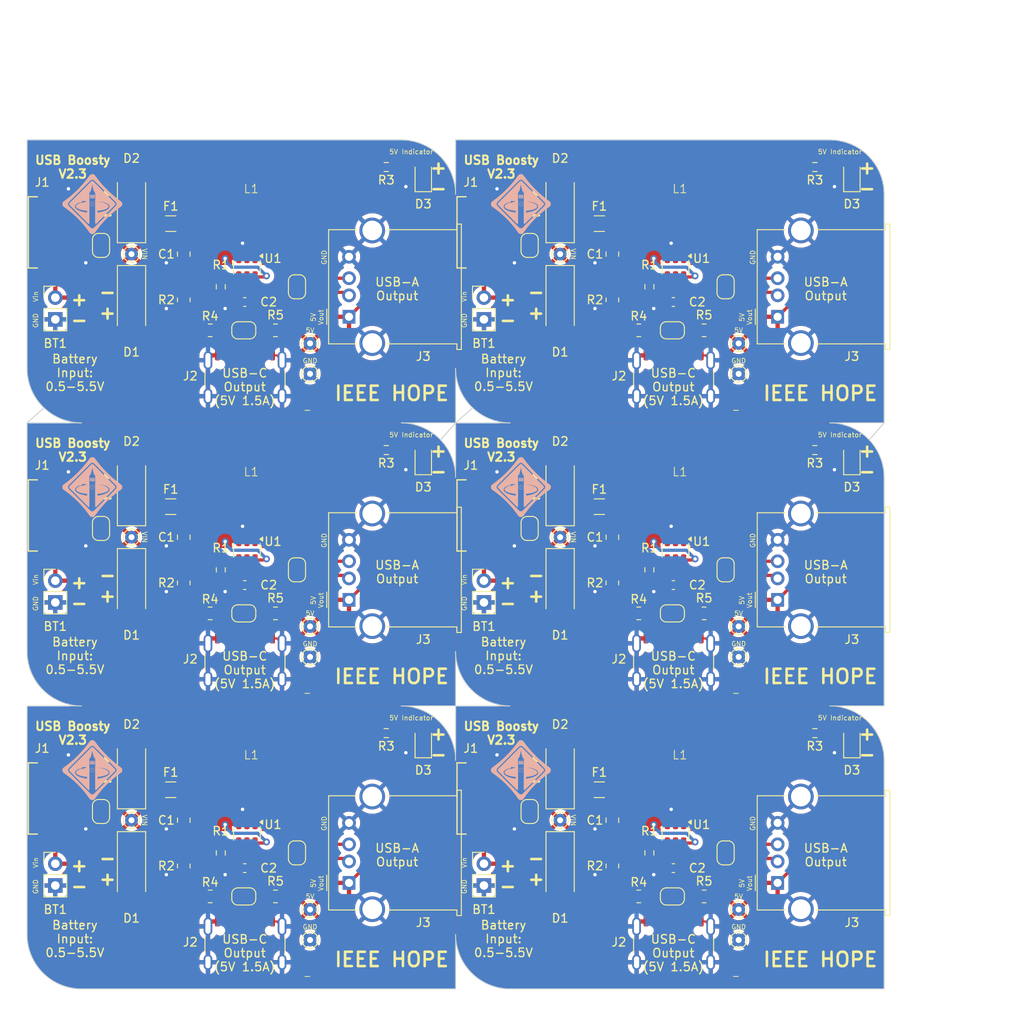
<source format=kicad_pcb>
(kicad_pcb (version 20240108) (generator "pcbnew") (generator_version "8.0")
  (layers (0 "F.Cu" signal) (31 "B.Cu" signal) (34 "B.Paste" user) (35 "F.Paste" user) (36 "B.SilkS" user "B.Silkscreen") (37 "F.SilkS" user "F.Silkscreen") (38 "B.Mask" user) (39 "F.Mask" user) (44 "Edge.Cuts" user))
  (net 0 "")
  (net 1 "Board_0-+5V")
  (net 2 "Board_0-/V_BAT")
  (net 3 "Board_0-GND")
  (net 4 "Board_0-Net-(BT1-+)")
  (net 5 "Board_0-Net-(D2-A)")
  (net 6 "Board_0-Net-(D3-A)")
  (net 7 "Board_0-Net-(J1-D+)")
  (net 8 "Board_0-Net-(J1-D-)")
  (net 9 "Board_0-Net-(J2-CC1)")
  (net 10 "Board_0-Net-(J2-CC2)")
  (net 11 "Board_0-Net-(J3-D+)")
  (net 12 "Board_0-Net-(J3-D-)")
  (net 13 "Board_0-Net-(JP3-A)")
  (net 14 "Board_0-Net-(JP3-B)")
  (net 15 "Board_0-Net-(U1-EN)")
  (net 16 "Board_0-Net-(U1-SW)")
  (net 17 "Board_0-Net-(U1-V_{FB})")
  (net 18 "Board_0-unconnected-(J1-ID-Pad4)")
  (net 19 "Board_0-unconnected-(J2-SBU1-PadA8)")
  (net 20 "Board_0-unconnected-(J2-SBU2-PadB8)")
  (net 21 "Board_1-+5V")
  (net 22 "Board_1-/V_BAT")
  (net 23 "Board_1-GND")
  (net 24 "Board_1-Net-(BT1-+)")
  (net 25 "Board_1-Net-(D2-A)")
  (net 26 "Board_1-Net-(D3-A)")
  (net 27 "Board_1-Net-(J1-D+)")
  (net 28 "Board_1-Net-(J1-D-)")
  (net 29 "Board_1-Net-(J2-CC1)")
  (net 30 "Board_1-Net-(J2-CC2)")
  (net 31 "Board_1-Net-(J3-D+)")
  (net 32 "Board_1-Net-(J3-D-)")
  (net 33 "Board_1-Net-(JP3-A)")
  (net 34 "Board_1-Net-(JP3-B)")
  (net 35 "Board_1-Net-(U1-EN)")
  (net 36 "Board_1-Net-(U1-SW)")
  (net 37 "Board_1-Net-(U1-V_{FB})")
  (net 38 "Board_1-unconnected-(J1-ID-Pad4)")
  (net 39 "Board_1-unconnected-(J2-SBU1-PadA8)")
  (net 40 "Board_1-unconnected-(J2-SBU2-PadB8)")
  (net 41 "Board_2-+5V")
  (net 42 "Board_2-/V_BAT")
  (net 43 "Board_2-GND")
  (net 44 "Board_2-Net-(BT1-+)")
  (net 45 "Board_2-Net-(D2-A)")
  (net 46 "Board_2-Net-(D3-A)")
  (net 47 "Board_2-Net-(J1-D+)")
  (net 48 "Board_2-Net-(J1-D-)")
  (net 49 "Board_2-Net-(J2-CC1)")
  (net 50 "Board_2-Net-(J2-CC2)")
  (net 51 "Board_2-Net-(J3-D+)")
  (net 52 "Board_2-Net-(J3-D-)")
  (net 53 "Board_2-Net-(JP3-A)")
  (net 54 "Board_2-Net-(JP3-B)")
  (net 55 "Board_2-Net-(U1-EN)")
  (net 56 "Board_2-Net-(U1-SW)")
  (net 57 "Board_2-Net-(U1-V_{FB})")
  (net 58 "Board_2-unconnected-(J1-ID-Pad4)")
  (net 59 "Board_2-unconnected-(J2-SBU1-PadA8)")
  (net 60 "Board_2-unconnected-(J2-SBU2-PadB8)")
  (net 61 "Board_3-+5V")
  (net 62 "Board_3-/V_BAT")
  (net 63 "Board_3-GND")
  (net 64 "Board_3-Net-(BT1-+)")
  (net 65 "Board_3-Net-(D2-A)")
  (net 66 "Board_3-Net-(D3-A)")
  (net 67 "Board_3-Net-(J1-D+)")
  (net 68 "Board_3-Net-(J1-D-)")
  (net 69 "Board_3-Net-(J2-CC1)")
  (net 70 "Board_3-Net-(J2-CC2)")
  (net 71 "Board_3-Net-(J3-D+)")
  (net 72 "Board_3-Net-(J3-D-)")
  (net 73 "Board_3-Net-(JP3-A)")
  (net 74 "Board_3-Net-(JP3-B)")
  (net 75 "Board_3-Net-(U1-EN)")
  (net 76 "Board_3-Net-(U1-SW)")
  (net 77 "Board_3-Net-(U1-V_{FB})")
  (net 78 "Board_3-unconnected-(J1-ID-Pad4)")
  (net 79 "Board_3-unconnected-(J2-SBU1-PadA8)")
  (net 80 "Board_3-unconnected-(J2-SBU2-PadB8)")
  (net 81 "Board_4-+5V")
  (net 82 "Board_4-/V_BAT")
  (net 83 "Board_4-GND")
  (net 84 "Board_4-Net-(BT1-+)")
  (net 85 "Board_4-Net-(D2-A)")
  (net 86 "Board_4-Net-(D3-A)")
  (net 87 "Board_4-Net-(J1-D+)")
  (net 88 "Board_4-Net-(J1-D-)")
  (net 89 "Board_4-Net-(J2-CC1)")
  (net 90 "Board_4-Net-(J2-CC2)")
  (net 91 "Board_4-Net-(J3-D+)")
  (net 92 "Board_4-Net-(J3-D-)")
  (net 93 "Board_4-Net-(JP3-A)")
  (net 94 "Board_4-Net-(JP3-B)")
  (net 95 "Board_4-Net-(U1-EN)")
  (net 96 "Board_4-Net-(U1-SW)")
  (net 97 "Board_4-Net-(U1-V_{FB})")
  (net 98 "Board_4-unconnected-(J1-ID-Pad4)")
  (net 99 "Board_4-unconnected-(J2-SBU1-PadA8)")
  (net 100 "Board_4-unconnected-(J2-SBU2-PadB8)")
  (net 101 "Board_5-+5V")
  (net 102 "Board_5-/V_BAT")
  (net 103 "Board_5-GND")
  (net 104 "Board_5-Net-(BT1-+)")
  (net 105 "Board_5-Net-(D2-A)")
  (net 106 "Board_5-Net-(D3-A)")
  (net 107 "Board_5-Net-(J1-D+)")
  (net 108 "Board_5-Net-(J1-D-)")
  (net 109 "Board_5-Net-(J2-CC1)")
  (net 110 "Board_5-Net-(J2-CC2)")
  (net 111 "Board_5-Net-(J3-D+)")
  (net 112 "Board_5-Net-(J3-D-)")
  (net 113 "Board_5-Net-(JP3-A)")
  (net 114 "Board_5-Net-(JP3-B)")
  (net 115 "Board_5-Net-(U1-EN)")
  (net 116 "Board_5-Net-(U1-SW)")
  (net 117 "Board_5-Net-(U1-V_{FB})")
  (net 118 "Board_5-unconnected-(J1-ID-Pad4)")
  (net 119 "Board_5-unconnected-(J2-SBU1-PadA8)")
  (net 120 "Board_5-unconnected-(J2-SBU2-PadB8)")
  (footprint "TestPoint:TestPoint_THTPad_D1.5mm_Drill0.7mm" (layer "F.Cu") (at 181.52 80.325)
    (property "Reference" "REF**" (hide yes))
    (property "Value" "TestPoint_THTPad_D1.5mm_Drill0.7mm")
  )
  (footprint "LED_SMD:LED_0805_2012Metric_Pad1.15x1.40mm_HandSolder" (layer "F.Cu") (at 144.728 57.211 90)
    (property "Reference" "D3")
    (property "Value" "LED")
  )
  (footprint "TestPoint:TestPoint_THTPad_D1.5mm_Drill0.7mm" (layer "F.Cu") (at 131.52 113.345)
    (property "Reference" "REF**" (hide yes))
    (property "Value" "TestPoint_THTPad_D1.5mm_Drill0.7mm")
  )
  (footprint "Jumper:SolderJumper-2_P1.3mm_Bridged_RoundedPad1.0x1.5mm" (layer "F.Cu") (at 123.788 75.245 180)
    (property "Reference" "JP3" (hide yes))
    (property "Value" "SolderJumper_2_Bridged")
  )
  (footprint "Jumper:SolderJumper-2_P1.3mm_Bridged_RoundedPad1.0x1.5mm" (layer "F.Cu") (at 157.136 65.339 -90)
    (property "Reference" "JP1" (hide yes))
    (property "Value" "SolderJumper_2_Bridged")
  )
  (footprint "Jumper:SolderJumper-2_P1.3mm_Bridged_RoundedPad1.0x1.5mm" (layer "F.Cu") (at 129.996 70.165 90)
    (property "Reference" "JP2" (hide yes))
    (property "Value" "SolderJumper_2_Bridged")
  )
  (footprint "TestPoint:TestPoint_THTPad_D1.5mm_Drill0.7mm" (layer "F.Cu") (at 181.52 47.305)
    (property "Reference" "REF**" (hide yes))
    (property "Value" "TestPoint_THTPad_D1.5mm_Drill0.7mm")
  )
  (footprint "Jumper:SolderJumper-2_P1.3mm_Bridged_RoundedPad1.0x1.5mm" (layer "F.Cu") (at 179.996 103.185 90)
    (property "Reference" "JP2" (hide yes))
    (property "Value" "SolderJumper_2_Bridged")
  )
  (footprint "Jumper:SolderJumper-2_P1.3mm_Bridged_RoundedPad1.0x1.5mm" (layer "F.Cu") (at 179.996 70.165 90)
    (property "Reference" "JP2" (hide yes))
    (property "Value" "SolderJumper_2_Bridged")
  )
  (footprint "Capacitor_SMD:C_0603_1608Metric_Pad1.08x0.95mm_HandSolder" (layer "F.Cu") (at 173.9 38.923 180)
    (property "Reference" "C2")
    (property "Value" "22uF")
  )
  (footprint "Jumper:SolderJumper-2_P1.3mm_Bridged_RoundedPad1.0x1.5mm" (layer "F.Cu") (at 107.136 65.339 -90)
    (property "Reference" "JP1" (hide yes))
    (property "Value" "SolderJumper_2_Bridged")
  )
  (footprint "Resistor_SMD:R_0805_2012Metric_Pad1.20x1.40mm_HandSolder" (layer "F.Cu") (at 166.788 71.689 -90)
    (property "Reference" "R2")
    (property "Value" "10k")
  )
  (footprint "Connector_PinHeader_2.54mm:PinHeader_1x02_P2.54mm_Vertical" (layer "F.Cu") (at 151.802 104.45)
    (property "Reference" "BT1" (hide yes))
    (property "Value" "Battery_Cell")
  )
  (footprint "Capacitor_SMD:C_0603_1608Metric_Pad1.08x0.95mm_HandSolder" (layer "F.Cu") (at 173.9 71.943 180)
    (property "Reference" "C2")
    (property "Value" "22uF")
  )
  (footprint "Resistor_SMD:R_0805_2012Metric_Pad1.20x1.40mm_HandSolder" (layer "F.Cu") (at 166.788 38.669 -90)
    (property "Reference" "R2")
    (property "Value" "10k")
  )
  (footprint "TestPoint:TestPoint_THTPad_D1.5mm_Drill0.7mm" (layer "F.Cu") (at 110.692 33.335)
    (property "Reference" "REF**" (hide yes))
    (property "Value" "TestPoint_THTPad_D1.5mm_Drill0.7mm")
  )
  (footprint "microusb:TMPA 1005SV-4R7MN-D" (layer "F.Cu") (at 174.662 92.263)
    (property "Reference" "L1")
    (property "Value" "4.7u")
  )
  (footprint "Capacitor_SMD:C_0805_2012Metric_Pad1.18x1.45mm_HandSolder" (layer "F.Cu") (at 116.788 99.375 -90)
    (property "Reference" "C1")
    (property "Value" "4.7u")
  )
  (footprint "TestPoint:TestPoint_THTPad_D1.5mm_Drill0.7mm" (layer "F.Cu") (at 110.692 66.355)
    (property "Reference" "REF**" (hide yes))
    (property "Value" "TestPoint_THTPad_D1.5mm_Drill0.7mm")
  )
  (footprint "Resistor_SMD:R_0603_1608Metric_Pad0.98x0.95mm_HandSolder" (layer "F.Cu") (at 190.41 89.215)
    (property "Reference" "R3")
    (property "Value" "220")
  )
  (footprint "Resistor_SMD:R_0805_2012Metric_Pad1.20x1.40mm_HandSolder" (layer "F.Cu") (at 116.788 71.689 -90)
    (property "Reference" "R2")
    (property "Value" "10k")
  )
  (footprint "Connector_USB:USB_A_Molex_67643_Horizontal" (layer "F.Cu") (at 186.066 106.685 90)
    (property "Reference" "J3" (hide yes))
    (property "Value" "USB_A")
  )
  (footprint "Jumper:SolderJumper-2_P1.3mm_Bridged_RoundedPad1.0x1.5mm" (layer "F.Cu") (at 173.788 42.225 180)
    (property "Reference" "JP3" (hide yes))
    (property "Value" "SolderJumper_2_Bridged")
  )
  (footprint "microusb:TMPA 1005SV-4R7MN-D" (layer "F.Cu") (at 124.662 26.223)
    (property "Reference" "L1")
    (property "Value" "4.7u")
  )
  (footprint "Diode_SMD:D_SMA_Handsoldering" (layer "F.Cu") (at 160.692 39.177 -90)
    (property "Reference" "D1")
    (property "Value" "D_Schottky")
  )
  (footprint "Resistor_SMD:R_0603_1608Metric_Pad0.98x0.95mm_HandSolder" (layer "F.Cu") (at 140.41 89.215)
    (property "Reference" "R3")
    (property "Value" "220")
  )
  (footprint "TestPoint:TestPoint_THTPad_D1.5mm_Drill0.7mm" (layer "F.Cu") (at 110.692 99.375)
    (property "Reference" "REF**" (hide yes))
    (property "Value" "TestPoint_THTPad_D1.5mm_Drill0.7mm")
  )
  (footprint "Jumper:SolderJumper-2_P1.3mm_Bridged_RoundedPad1.0x1.5mm" (layer "F.Cu") (at 179.996 37.145 90)
    (property "Reference" "JP2" (hide yes))
    (property "Value" "SolderJumper_2_Bridged")
  )
  (footprint "TestPoint:TestPoint_THTPad_D1.5mm_Drill0.7mm" (layer "F.Cu") (at 160.692 33.335)
    (property "Reference" "REF**" (hide yes))
    (property "Value" "TestPoint_THTPad_D1.5mm_Drill0.7mm")
  )
  (footprint "LED_SMD:LED_0805_2012Metric_Pad1.15x1.40mm_HandSolder" (layer "F.Cu") (at 194.728 57.211 90)
    (property "Reference" "D3")
    (property "Value" "LED")
  )
  (footprint "Resistor_SMD:R_0603_1608Metric_Pad0.98x0.95mm_HandSolder" (layer "F.Cu") (at 171.106 70.165 90)
    (property "Reference" "R1")
    (property "Value" "91k")
  )
  (footprint "Connector_USB:USB_A_Molex_67643_Horizontal" (layer "F.Cu") (at 186.066 73.665 90)
    (property "Reference" "J3" (hide yes))
    (property "Value" "USB_A")
  )
  (footprint "microusb:CONN_10118192-0002LF_AMP" (layer "F.Cu") (at 151.4176 96.84 -90)
    (property "Reference" "J1" (hide yes))
    (property "Value" "USB_B_Micro")
  )
  (footprint "Resistor_SMD:R_0805_2012Metric_Pad1.20x1.40mm_HandSolder" (layer "F.Cu") (at 119.866 108.265)
    (property "Reference" "R4")
    (property "Value" "10k")
  )
  (footprint "Diode_SMD:D_SMA_Handsoldering" (layer "F.Cu") (at 160.692 105.217 -90)
    (property "Reference" "D1")
    (property "Value" "D_Schottky")
  )
  (footprint "microusb:TMPA 1005SV-4R7MN-D" (layer "F.Cu") (at 124.662 92.263)
    (property "Reference" "L1")
    (property "Value" "4.7u")
  )
  (footprint "Resistor_SMD:R_0805_2012Metric_Pad1.20x1.40mm_HandSolder" (layer "F.Cu") (at 169.866 42.225)
    (property "Reference" "R4")
    (property "Value" "10k")
  )
  (footprint "Connector_USB:USB_A_Molex_67643_Horizontal" (layer "F.Cu") (at 136.066 40.645 90)
    (property "Reference" "J3" (hide yes))
    (property "Value" "USB_A")
  )
  (footprint "Connector_USB:USB_C_Receptacle_GCT_USB4105-xx-A_16P_TopMnt_Horizontal" (layer "F.Cu") (at 173.93 81.849)
    (property "Reference" "J2" (hide yes))
    (property "Value" "USB_C_Receptacle_USB2.0_16P")
  )
  (footprint "LED_SMD:LED_0805_2012Metric_Pad1.15x1.40mm_HandSolder" (layer "F.Cu") (at 194.728 24.191 90)
    (property "Reference" "D3")
    (property "Value" "LED")
  )
  (footprint "Jumper:SolderJumper-2_P1.3mm_Bridged_RoundedPad1.0x1.5mm" (layer "F.Cu") (at 157.136 98.359 -90)
    (property "Reference" "JP1" (hide yes))
    (property "Value" "SolderJumper_2_Bridged")
  )
  (footprint "Jumper:SolderJumper-2_P1.3mm_Bridged_RoundedPad1.0x1.5mm" (layer "F.Cu") (at 129.996 37.145 90)
    (property "Reference" "JP2" (hide yes))
    (property "Value" "SolderJumper_2_Bridged")
  )
  (footprint "TestPoint:TestPoint_THTPad_D1.5mm_Drill0.7mm" (layer "F.Cu") (at 181.52 113.345)
    (property "Reference" "REF**" (hide yes))
    (property "Value" "TestPoint_THTPad_D1.5mm_Drill0.7mm")
  )
  (footprint "Diode_SMD:D_SMA_Handsoldering" (layer "F.Cu") (at 110.692 72.197 -90)
    (property "Reference" "D1")
    (property "Value" "D_Schottky")
  )
  (footprint "Connector_PinHeader_2.54mm:PinHeader_1x02_P2.54mm_Vertical" (layer "F.Cu") (at 151.802 71.43)
    (property "Reference" "BT1" (hide yes))
    (property "Value" "Battery_Cell")
  )
  (footprint "microusb:TMPA 1005SV-4R7MN-D" (layer "F.Cu") (at 174.662 59.243)
    (property "Reference" "L1")
    (property "Value" "4.7u")
  )
  (footprint "Resistor_SMD:R_0805_2012Metric_Pad1.20x1.40mm_HandSolder" (layer "F.Cu") (at 116.788 104.709 -90)
    (property "Reference" "R2")
    (property "Value" "10k")
  )
  (footprint "Capacitor_SMD:C_0805_2012Metric_Pad1.18x1.45mm_HandSolder" (layer "F.Cu") (at 166.788 99.375 -90)
    (property "Reference" "C1")
    (property "Value" "4.7u")
  )
  (footprint "TestPoint:TestPoint_THTPad_D1.5mm_Drill0.7mm" (layer "F.Cu") (at 131.52 80.325)
    (property "Reference" "REF**" (hide yes))
    (property "Value" "TestPoint_THTPad_D1.5mm_Drill0.7mm")
  )
  (footprint "Diode_SMD:D_SMA_Handsoldering" (layer "F.Cu") (at 160.692 93.533 90)
    (property "Reference" "D2")
    (property "Value" "D_Schottky")
  )
  (footprint "microusb:CONN_10118192-0002LF_AMP" (layer "F.Cu") (at 101.4176 30.8 -90)
    (property "Reference" "J1" (hide yes))
    (property "Value" "USB_B_Micro")
  )
  (footprint "microusb:CONN_10118192-0002LF_AMP" (layer "F.Cu") (at 151.4176 30.8 -90)
    (property "Reference" "J1" (hide yes))
    (property "Value" "USB_B_Micro")
  )
  (footprint "TestPoint:TestPoint_THTPad_D1.5mm_Drill0.7mm" (layer "F.Cu") (at 160.692 66.355)
    (property "Reference" "REF**" (hide yes))
    (property "Value" "TestPoint_THTPad_D1.5mm_Drill0.7mm")
  )
  (footprint "Diode_SMD:D_SMA_Handsoldering" (layer "F.Cu") (at 160.692 27.493 90)
    (property "Reference" "D2")
    (property "Value" "D_Schottky")
  )
  (footprint "Resistor_SMD:R_0805_2012Metric_Pad1.20x1.40mm_HandSolder" (layer "F.Cu") (at 177.486 75.245 180)
    (property "Reference" "R5")
    (property "Value" "10k")
  )
  (footprint "Diode_SMD:D_SMA_Handsoldering" (layer "F.Cu") (at 110.692 60.513 90)
    (property "Reference" "D2")
    (property "Value" "D_Schottky")
  )
  (footprint "Package_TO_SOT_SMD:SOT-23-6" (layer "F.Cu") (at 174.154 34.859 -90)
    (property "Reference" "U1")
    (property "Value" "TLV61070ADBV")
  )
  (footprint "microusb:TMPA 1005SV-4R7MN-D" (layer "F.Cu") (at 124.662 59.243)
    (property "Reference" "L1")
    (property "Value" "4.7u")
  )
  (footprint "Resistor_SMD:R_0805_2012Metric_Pad1.20x1.40mm_HandSolder" (layer "F.Cu") (at 177.486 42.225 180)
    (property "Reference" "R5")
    (property "Value" "10k")
  )
  (footprint "Fuse:Fuse_1206_3216Metric_Pad1.42x1.75mm_HandSolder" (layer "F.Cu") (at 115.264 29.779 180)
    (property "Reference" "F1")
    (property "Value" "Polyfuse")
  )
  (footprint "Diode_SMD:D_SMA_Handsoldering" (layer "F.Cu") (at 160.692 72.197 -90)
    (property "Reference" "D1")
    (property "Value" "D_Schottky")
  )
  (footprint "Resistor_SMD:R_0603_1608Metric_Pad0.98x0.95mm_HandSolder" (layer "F.Cu") (at 140.41 23.175)
    (property "Reference" "R3")
    (property "Value" "220")
  )
  (footprint "Package_TO_SOT_SMD:SOT-23-6" (layer "F.Cu") (at 174.154 67.879 -90)
    (property "Reference" "U1")
    (property "Value" "TLV61070ADBV")
  )
  (footprint "Resistor_SMD:R_0805_2012Metric_Pad1.20x1.40mm_HandSolder" (layer "F.Cu") (at 116.788 38.669 -90)
    (property "Reference" "R2")
    (property "Value" "10k")
  )
  (footprint "Resistor_SMD:R_0603_1608Metric_Pad0.98x0.95mm_HandSolder" (layer "F.Cu") (at 190.41 23.175)
    (property "Reference" "R3")
    (property "Value" "220")
  )
  (footprint "TestPoint:TestPoint_THTPad_D1.5mm_Drill0.7mm" (layer "F.Cu") (at 181.52 109.789)
    (property "Reference" "REF**" (hide yes))
    (property "Value" "TestPoint_THTPad_D1.5mm_Drill0.7mm")
  )
  (footprint "Resistor_SMD:R_0805_2012Metric_Pad1.20x1.40mm_HandSolder" (layer "F.Cu") (at 127.486 75.245 180)
    (property "Reference" "R5")
    (property "Value" "10k")
  )
  (footprint "Diode_SMD:D_SMA_Handsoldering" (layer "F.Cu") (at 110.692 39.177 -90)
    (property "Reference" "D1")
    (property "Value" "D_Schottky")
  )
  (footprint "Capacitor_SMD:C_0805_2012Metric_Pad1.18x1.45mm_HandSolder" (layer "F.Cu") (at 166.788 33.335 -90)
    (property "Reference" "C1")
    (property "Value" "4.7u")
  )
  (footprint "microusb:CONN_10118192-0002LF_AMP" (layer "F.Cu") (at 101.4176 96.84 -90)
    (property "Reference" "J1" (hide yes))
    (property "Value" "USB_B_Micro")
  )
  (footprint "Connector_USB:USB_C_Receptacle_GCT_USB4105-xx-A_16P_TopMnt_Horizontal" (layer "F.Cu") (at 173.93 114.869)
    (property "Reference" "J2" (hide yes))
    (property "Value" "USB_C_Receptacle_USB2.0_16P")
  )
  (footprint "microusb:CONN_10118192-0002LF_AMP" (layer "F.Cu") (at 101.4176 63.82 -90)
    (property "Reference" "J1" (hide yes))
    (property "Value" "USB_B_Micro")
  )
  (footprint "TestPoint:TestPoint_THTPad_D1.5mm_Drill0.7mm" (layer "F.Cu") (at 181.52 43.749)
    (property "Reference" "REF**" (hide yes))
    (property "Value" "TestPoint_THTPad_D1.5mm_Drill0.7mm")
  )
  (footprint "Connector_USB:USB_C_Receptacle_GCT_USB4105-xx-A_16P_TopMnt_Horizontal" (layer "F.Cu") (at 123.93 81.849)
    (property "Reference" "J2" (hide yes))
    (property "Value" "USB_C_Receptacle_USB2.0_16P")
  )
  (footprint "Connector_USB:USB_C_Receptacle_GCT_USB4105-xx-A_16P_TopMnt_Horizontal" (layer "F.Cu") (at 123.93 48.829)
    (property "Reference" "J2" (hide yes))
    (property "Value" "USB_C_Receptacle_USB2.0_16P")
  )
  (footprint "Fuse:Fuse_1206_3216Metric_Pad1.42x1.75mm_HandSolder" (layer "F.Cu") (at 165.264 95.819 180)
    (property "Reference" "F1")
    (property "Value" "Polyfuse")
  )
  (footprint "Resistor_SMD:R_0603_1608Metric_Pad0.98x0.95mm_HandSolder" (layer "F.Cu") (at 121.106 37.145 90)
    (property "Reference" "R1")
    (property "Value" "91k")
  )
  (footprint "Capacitor_SMD:C_0805_2012Metric_Pad1.18x1.45mm_HandSolder" (layer "F.Cu") (at 116.788 66.355 -90)
    (property "Reference" "C1")
    (property "Value" "4.7u")
  )
  (footprint "Resistor_SMD:R_0805_2012Metric_Pad1.20x1.40mm_HandSolder" (layer "F.Cu") (at 119.866 75.245)
    (property "Reference" "R4")
    (property "Value" "10k")
  )
  (footprint "Jumper:SolderJumper-2_P1.3mm_Bridged_RoundedPad1.0x1.5mm" (layer "F.Cu") (at 173.788 108.265 180)
    (property "Reference" "JP3" (hide yes))
    (property "Value" "SolderJumper_2_Bridged")
  )
  (footprint "Connector_PinHeader_2.54mm:PinHeader_1x02_P2.54mm_Vertical" (layer "F.Cu") (at 101.802 71.43)
    (property "Reference" "BT1" (hide yes))
    (property "Value" "Battery_Cell")
  )
  (footprint "Fuse:Fuse_1206_3216Metric_Pad1.42x1.75mm_HandSolder" (layer "F.Cu") (at 115.264 62.799 180)
    (property "Reference" "F1")
    (property "Value" "Polyfuse")
  )
  (footprint "Resistor_SMD:R_0603_1608Metric_Pad0.98x0.95mm_HandSolder" (layer "F.Cu") (at 171.106 37.145 90)
    (property "Reference" "R1")
    (property "Value" "91k")
  )
  (footprint "Diode_SMD:D_SMA_Handsoldering" (layer "F.Cu") (at 110.692 93.533 90)
    (property "Reference" "D2")
    (property "Value" "D_Schottky")
  )
  (footprint "Resistor_SMD:R_0603_1608Metric_Pad0.98x0.95mm_HandSolder" (layer "F.Cu") (at 171.106 103.185 90)
    (property "Reference" "R1")
    (property "Value" "91k")
  )
  (footprint "Connector_PinHeader_2.54mm:PinHeader_1x02_P2.54mm_Vertical" (layer "F.Cu") (at 101.802 38.41)
    (property "Reference" "BT1" (hide yes))
    (property "Value" "Battery_Cell")
  )
  (footprint "Capacitor_SMD:C_0603_1608Metric_Pad1.08x0.95mm_HandSolder" (layer "F.Cu") (at 123.9 38.923 180)
    (property "Reference" "C2")
    (property "Value" "22uF")
  )
  (footprint "Package_TO_SOT_SMD:SOT-23-6" (layer "F.Cu") (at 124.154 100.899 -90)
    (property "Reference" "U1")
    (property "Value" "TLV61070ADBV")
  )
  (footprint "Resistor_SMD:R_0603_1608Metric_Pad0.98x0.95mm_HandSolder" (layer "F.Cu") (at 140.41 56.195)
    (property "Reference" "R3")
    (property "Value" "220")
  )
  (footprint "Fuse:Fuse_1206_3216Metric_Pad1.42x1.75mm_HandSolder" (layer "F.Cu") (at 165.264 29.779 180)
    (property "Reference" "F1")
    (property "Value" "Polyfuse")
  )
  (footprint "Connector_PinHeader_2.54mm:PinHeader_1x02_P2.54mm_Vertical" (layer "F.Cu") (at 101.802 104.45)
    (property "Reference" "BT1" (hide yes))
    (property "Value" "Battery_Cell")
  )
  (footprint "microusb:CONN_10118192-0002LF_AMP" (layer "F.Cu") (at 151.4176 63.82 -90)
    (property "Reference" "J1" (hide yes))
    (property "Value" "USB_B_Micro")
  )
  (footprint "TestPoint:TestPoint_THTPad_D1.5mm_Drill0.7mm" (layer "F.Cu") (at 131.52 43.749)
    (property "Reference" "REF**" (hide yes))
    (property "Value" "TestPoint_THTPad_D1.5mm_Drill0.7mm")
  )
  (footprint "Jumper:SolderJumper-2_P1.3mm_Bridged_RoundedPad1.0x1.5mm" (layer "F.Cu") (at 107.136 98.359 -90)
    (property "Reference" "JP1" (hide yes))
    (property "Value" "SolderJumper_2_Bridged")
  )
  (footprint "Jumper:SolderJumper-2_P1.3mm_Bridged_RoundedPad1.0x1.5mm" (layer "F.Cu") (at 123.788 42.225 180)
    (property "Reference" "JP3" (hide yes))
    (property "Value" "SolderJumper_2_Bridged")
  )
  (footprint "Jumper:SolderJumper-2_P1.3mm_Bridged_RoundedPad1.0x1.5mm" (layer "F.Cu") (at 129.996 103.185 90)
    (property "Reference" "JP2" (hide yes))
    (property "Value" "SolderJumper_2_Bridged")
  )
  (footprint "Connector_USB:USB_C_Receptacle_GCT_USB4105-xx-A_16P_TopMnt_Horizontal" (layer "F.Cu") (at 123.93 114.869)
    (property "Reference" "J2" (hide yes))
    (property "Value" "USB_C_Receptacle_USB2.0_16P")
  )
  (footprint "Resistor_SMD:R_0805_2012Metric_Pad1.20x1.40mm_HandSolder" (layer "F.Cu") (at 169.866 75.245)
    (property "Reference" "R4")
    (property "Value" "10k")
  )
  (footprint "Resistor_SMD:R_0805_2012Metric_Pad1.20x1.40mm_HandSolder" (layer "F.Cu") (at 119.866 42.225)
    (property "Reference" "R4")
    (property "Value" "10k")
  )
  (footprint "Resistor_SMD:R_0805_2012Metric_Pad1.20x1.40mm_HandSolder" (layer "F.Cu") (at 127.486 108.265 180)
    (property "Reference" "R5")
    (property "Value" "10k")
  )
  (footprint "Capacitor_SMD:C_0603_1608Metric_Pad1.08x0.95mm_HandSolder" (layer "F.Cu") (at 173.9 104.963 180)
    (property "Reference" "C2")
    (property "Value" "22uF")
  )
  (footprint "microusb:TMPA 1005SV-4R7MN-D" (layer "F.Cu") (at 174.662 26.223)
    (property "Reference" "L1")
    (property "Value" "4.7u")
  )
  (footprint "Diode_SMD:D_SMA_Handsoldering" (layer "F.Cu") (at 160.692 60.513 90)
    (property "Reference" "D2")
    (property "Value" "D_Schottky")
  )
  (footprint "Jumper:SolderJumper-2_P1.3mm_Bridged_RoundedPad1.0x1.5mm" (layer "F.Cu") (at 173.788 75.245 180)
    (property "Reference" "JP3" (hide yes))
    (property "Value" "SolderJumper_2_Bridged")
  )
  (footprint "Resistor_SMD:R_0805_2012Metric_Pad1.20x1.40mm_HandSolder" (layer "F.Cu") (at 127.486 42.225 180)
    (property "Reference" "R5")
    (property "Value" "10k")
  )
  (footprint "Resistor_SMD:R_0805_2012Metric_Pad1.20x1.40mm_HandSolder" (layer "F.Cu") (at 177.486 108.265 180)
    (property "Reference" "R5")
    (property "Value" "10k")
  )
  (footprint "Jumper:SolderJumper-2_P1.3mm_Bridged_RoundedPad1.0x1.5mm" (layer "F.Cu") (at 157.136 32.319 -90)
    (property "Reference" "JP1" (hide yes))
    (property "Value" "SolderJumper_2_Bridged")
  )
  (footprint "TestPoint:TestPoint_THTPad_D1.5mm_Drill0.7mm" (layer "F.Cu") (at 131.52 76.769)
    (property "Reference" "REF**" (hide yes))
    (property "Value" "TestPoint_THTPad_D1.5mm_Drill0.7mm")
  )
  (footprint "LED_SMD:LED_0805_2012Metric_Pad1.15x1.40mm_HandSolder" (layer "F.Cu") (at 144.728 90.231 90)
    (property "Reference" "D3")
    (property "Value" "LED")
  )
  (footprint "Resistor_SMD:R_0805_2012Metric_Pad1.20x1.40mm_HandSolder" (layer "F.Cu") (at 166.788 104.709 -90)
    (property "Reference" "R2")
    (property "Value" "10k")
  )
  (footprint "Connector_USB:USB_A_Molex_67643_Horizontal" (layer "F.Cu") (at 136.066 73.665 90)
    (property "Reference" "J3" (hide yes))
    (property "Value" "USB_A")
  )
  (footprint "Capacitor_SMD:C_0603_1608Metric_Pad1.08x0.95mm_HandSolder" (layer "F.Cu") (at 123.9 104.963 180)
    (property "Reference" "C2")
    (property "Value" "22uF")
  )
  (footprint "Package_TO_SOT_SMD:SOT-23-6" (layer "F.Cu") (at 124.154 34.859 -90)
    (property "Reference" "U1")
    (property "Value" "TLV61070ADBV")
  )
  (footprint "Jumper:SolderJumper-2_P1.3mm_Bridged_RoundedPad1.0x1.5mm" (layer "F.Cu") (at 107.136 32.319 -90)
    (property "Reference" "JP1" (hide yes))
    (property "Value" "SolderJumper_2_Bridged")
  )
  (footprint "LED_SMD:LED_0805_2012Metric_Pad1.15x1.40mm_HandSolder" (layer "F.Cu") (at 194.728 90.231 90)
    (property "Reference" "D3")
    (property "Value" "LED")
  )
  (footprint "Connector_USB:USB_C_Receptacle_GCT_USB4105-xx-A_16P_TopMnt_Horizontal" (layer "F.Cu") (at 173.93 48.829)
    (property "Reference" "J2" (hide yes))
    (property "Value" "USB_C_Receptacle_USB2.0_16P")
  )
  (footprint "LED_SMD:LED_0805_2012Metric_Pad1.15x1.40mm_HandSolder" (layer "F.Cu") (at 144.728 24.191 90)
    (property "Reference" "D3")
    (property "Value" "LED")
  )
  (footprint "Package_TO_SOT_SMD:SOT-23-6" (layer "F.Cu") (at 124.154 67.879 -90)
    (property "Reference" "U1")
    (property "Value" "TLV61070ADBV")
  )
  (footprint "Connector_USB:USB_A_Molex_67643_Horizontal" (layer "F.Cu") (at 136.066 106.685 90)
    (property "Reference" "J3" (hide yes))
    (property "Value" "USB_A")
  )
  (footprint "TestPoint:TestPoint_THTPad_D1.5mm_Drill0.7mm" (layer "F.Cu") (at 181.52 76.769)
    (property "Reference" "REF**" (hide yes))
    (property "Value" "TestPoint_THTPad_D1.5mm_Drill0.7mm")
  )
  (footprint "TestPoint:TestPoint_THTPad_D1.5mm_Drill0.7mm" (layer "F.Cu") (at 131.52 109.789)
    (property "Reference" "REF**" (hide yes))
    (property "Value" "TestPoint_THTPad_D1.5mm_Drill0.7mm")
  )
  (footprint "Capacitor_SMD:C_0805_2012Metric_Pad1.18x1.45mm_HandSolder" (layer "F.Cu") (at 166.788 66.355 -90)
    (property "Reference" "C1")
    (property "Value" "4.7u")
  )
  (footprint "TestPoint:TestPoint_THTPad_D1.5mm_Drill0.7mm" (layer "F.Cu") (at 131.52 47.305)
    (property "Reference" "REF**" (hide yes))
    (property "Value" "TestPoint_THTPad_D1.5mm_Drill0.7mm")
  )
  (footprint "Resistor_SMD:R_0805_2012Metric_Pad1.20x1.40mm_HandSolder" (layer "F.Cu") (at 169.866 108.265)
    (property "Reference" "R4")
    (property "Value" "10k")
  )
  (footprint "Diode_SMD:D_SMA_Handsoldering" (layer "F.Cu") (at 110.692 105.217 -90)
    (property "Reference" "D1")
    (property "Value" "D_Schottky")
  )
  (footprint "Capacitor_SMD:C_0805_2012Metric_Pad1.18x1.45mm_HandSolder" (layer "F.Cu") (at 116.788 33.335 -90)
    (property "Reference" "C1")
    (property "Value" "4.7u")
  )
  (footprint "Resistor_SMD:R_0603_1608Metric_Pad0.98x0.95mm_HandSolder" (layer "F.Cu") (at 190.41 56.195)
    (property "Reference" "R3")
    (property "Value" "220")
  )
  (footprint "Resistor_SMD:R_0603_1608Metric_Pad0.98x0.95mm_HandSolder" (layer "F.Cu") (at 121.106 70.165 90)
    (property "Reference" "R1")
    (property "Value" "91k")
  )
  (footprint "Diode_SMD:D_SMA_Handsoldering" (layer "F.Cu") (at 110.692 27.493 90)
    (property "Reference" "D2")
    (property "Value" "D_Schottky")
  )
  (footprint "Jumper:SolderJumper-2_P1.3mm_Bridged_RoundedPad1.0x1.5mm" (layer "F.Cu") (at 123.788 108.265 180)
    (property "Reference" "JP3" (hide yes))
    (property "Value" "SolderJumper_2_Bridged")
  )
  (footprint "Resistor_SMD:R_0603_1608Metric_Pad0.98x0.95mm_HandSolder" (layer "F.Cu") (at 121.106 103.185 90)
    (property "Reference" "R1")
    (property "Value" "91k")
  )
  (footprint "Connector_PinHeader_2.54mm:PinHeader_1x02_P2.54mm_Vertical" (layer "F.Cu") (at 151.802 38.41)
    (property "Reference" "BT1" (hide yes))
    (property "Value" "Battery_Cell")
  )
  (footprint "TestPoint:TestPoint_THTPad_D1.5mm_Drill0.7mm" (layer "F.Cu") (at 160.692 99.375)
    (property "Reference" "REF**" (hide yes))
    (property "Value" "TestPoint_THTPad_D1.5mm_Drill0.7mm")
  )
  (footprint "Capacitor_SMD:C_0603_1608Metric_Pad1.08x0.95mm_HandSolder" (layer "F.Cu") (at 123.9 71.943 180)
    (property "Reference" "C2")
    (property "Value" "22uF")
  )
  (footprint "Connector_USB:USB_A_Molex_67643_Horizontal" (layer "F.Cu") (at 186.066 40.645 90)
    (property "Reference" "J3" (hide yes))
    (property "Value" "USB_A")
  )
  (footprint "Package_TO_SOT_SMD:SOT-23-6" (layer "F.Cu") (at 174.154 100.899 -90)
    (property "Reference" "U1")
    (property "Value" "TLV61070ADBV")
  )
  (footprint "Fuse:Fuse_1206_3216Metric_Pad1.42x1.75mm_HandSolder" (layer "F.Cu") (at 115.264 95.819 180)
    (property "Reference" "F1")
    (property "Value" "Polyfuse")
  )
  (footprint "Fuse:Fuse_1206_3216Metric_Pad1.42x1.75mm_HandSolder" (layer "F.Cu") (at 165.264 62.799 180)
    (property "Reference" "F1")
    (property "Value" "Polyfuse")
  )
  (footprint "practice-lib:ieee" (layer "B.Cu") (at 106.12 60.513 180)
    (property "Reference" "LOGO1" (hide yes))
    (property "Value" "Logo_Open_Hardware_Small" (hide yes))
  )
  (footprint "practice-lib:ieee" (layer "B.Cu") (at 156.12 60.513 180)
    (property "Reference" "LOGO1" (hide yes))
    (property "Value" "Logo_Open_Hardware_Small" (hide yes))
  )
  (footprint "practice-lib:ieee" (layer "B.Cu") (at 106.12 93.533 180)
    (property "Reference" "LOGO1" (hide yes))
    (property "Value" "Logo_Open_Hardware_Small" (hide yes))
  )
  (footprint "practice-lib:ieee" (layer "B.Cu") (at 106.12 27.493 180)
    (property "Reference" "LOGO1" (hide yes))
    (property "Value" "Logo_Open_Hardware_Small" (hide yes))
  )
  (footprint "practice-lib:ieee" (layer "B.Cu") (at 156.12 27.493 180)
    (property "Reference" "LOGO1" (hide yes))
    (property "Value" "Logo_Open_Hardware_Small" (hide yes))
  )
  (footprint "practice-lib:ieee" (layer "B.Cu") (at 156.12 93.533 180)
    (property "Reference" "LOGO1" (hide yes))
    (property "Value" "Logo_Open_Hardware_Small" (hide yes))
  )
  (gr_line (start 151.222446 84.901847) (end 151.491078 85.078891) (stroke (width 0.1)) (layer "Edge.Cuts"))
  (gr_line (start 194.355388 53.415273) (end 194.050955 53.311215) (stroke (width 0.1)) (layer "Edge.Cuts"))
  (gr_line (start 198.491849 92.068377) (end 198.46742 91.747581) (stroke (width 0.1)) (layer "Edge.Cuts"))
  (gr_line (start 148.491849 26.028377) (end 148.46742 25.707581) (stroke (width 0.1)) (layer "Edge.Cuts"))
  (gr_line (start 102.053497 52.371058) (end 102.34584 52.505382) (stroke (width 0.1)) (layer "Edge.Cuts"))
  (gr_line (start 149.297898 82.771667) (end 149.461108 83.048921) (stroke (width 0.1)) (layer "Edge.Cuts"))
  (gr_line (start 98.70271 81.281643) (end 98.791215 81.590955) (stroke (width 0.1)) (layer "Edge.Cuts"))
  (gr_line (start 198.5 53.02) (end 198.5 26.35) (stroke (width 0.1)) (layer "Edge.Cuts"))
  (gr_line (start 195.777553 54.158152) (end 195.508921 53.981108) (stroke (width 0.1)) (layer "Edge.Cuts"))
  (gr_line (start 154.528377 86.031849) (end 154.85 86.04) (stroke (width 0.1)) (layer "Edge.Cuts"))
  (gr_line (start 101.768332 52.222101) (end 102.053497 52.371058) (stroke (width 0.1)) (layer "Edge.Cuts"))
  (gr_line (start 149.014617 115.214159) (end 149.148941 115.506502) (stroke (width 0.1)) (layer "Edge.Cuts"))
  (gr_line (start 145.508921 20.961108) (end 145.231667 20.797898) (stroke (width 0.1)) (layer "Edge.Cuts"))
  (gr_line (start 147.985382 89.88584) (end 147.851058 89.593497) (stroke (width 0.1)) (layer "Edge.Cuts"))
  (gr_line (start 99.148941 82.486502) (end 99.297898 82.771667) (stroke (width 0.1)) (layer "Edge.Cuts"))
  (gr_line (start 101.768332 118.262101) (end 102.053497 118.411058) (stroke (width 0.1)) (layer "Edge.Cuts"))
  (gr_line (start 145.508921 87.001108) (end 145.231667 86.837898) (stroke (width 0.1)) (layer "Edge.Cuts"))
  (gr_line (start 147.171425 22.463127) (end 146.968114 22.213784) (stroke (width 0.1)) (layer "Edge.Cuts"))
  (gr_line (start 147.851058 23.553497) (end 147.702101 23.268332) (stroke (width 0.1)) (layer "Edge.Cuts"))
  (gr_line (start 149.828574 83.576872) (end 150.031885 83.826215) (stroke (width 0.1)) (layer "Edge.Cuts"))
  (gr_line (start 198.297289 24.758356) (end 198.208784 24.449044) (stroke (width 0.1)) (layer "Edge.Cuts"))
  (gr_line (start 102.053497 85.391058) (end 102.34584 85.525382) (stroke (width 0.1)) (layer "Edge.Cuts"))
  (gr_line (start 102.949044 85.748784) (end 103.258356 85.837289) (stroke (width 0.1)) (layer "Edge.Cuts"))
  (gr_line (start 98.532579 47.312418) (end 98.573226 47.631566) (stroke (width 0.1)) (layer "Edge.Cuts"))
  (gr_line (start 192.471622 86.04815) (end 192.15 86.04) (stroke (width 0.1)) (layer "Edge.Cuts"))
  (gr_line (start 198.208784 24.449044) (end 198.104726 24.144611) (stroke (width 0.1)) (layer "Edge.Cuts"))
  (gr_line (start 196.036872 21.328574) (end 195.777553 21.138152) (stroke (width 0.1)) (layer "Edge.Cuts"))
  (gr_line (start 98.629984 47.948245) (end 98.70271 48.261643) (stroke (width 0.1)) (layer "Edge.Cuts"))
  (gr_line (start 153.571754 85.910015) (end 153.888433 85.966773) (stroke (width 0.1)) (layer "Edge.Cuts"))
  (gr_line (start 98.5 53.0205) (end 98.5 79.69) (stroke (width 0.1)) (layer "Edge.Cuts"))
  (gr_line (start 146.286215 54.551885) (end 146.036872 54.348574) (stroke (width 0.1)) (layer "Edge.Cuts"))
  (gr_line (start 152.34584 52.505382) (end 152.644611 52.624726) (stroke (width 0.1)) (layer "Edge.Cuts"))
  (gr_line (start 198.208784 57.469044) (end 198.104726 57.164611) (stroke (width 0.1)) (layer "Edge.Cuts"))
  (gr_line (start 148.573226 80.651566) (end 148.629984 80.968245) (stroke (width 0.1)) (layer "Edge.Cuts"))
  (gr_line (start 146.752434 88.01506) (end 146.524939 87.787565) (stroke (width 0.1)) (layer "Edge.Cuts"))
  (gr_line (start 148.532579 113.352418) (end 148.573226 113.671566) (stroke (width 0.1)) (layer "Edge.Cuts"))
  (gr_line (start 98.629984 113.988245) (end 98.70271 114.301643) (stroke (width 0.1)) (layer "Edge.Cuts"))
  (gr_line (start 198.426773 58.408433) (end 198.370015 58.091754) (stroke (width 0.1)) (layer "Edge.Cuts"))
  (gr_line (start 197.702101 89.308332) (end 197.538891 89.031078) (stroke (width 0.1)) (layer "Edge.Cuts"))
  (gr_line (start 99.638152 116.337553) (end 99.828574 116.596872) (stroke (width 0.1)) (layer "Edge.Cuts"))
  (gr_line (start 152.34584 85.525382) (end 152.644611 85.644726) (stroke (width 0.1)) (layer "Edge.Cuts"))
  (gr_line (start 102.644611 118.664726) (end 102.949044 118.768784) (stroke (width 0.1)) (layer "Edge.Cuts"))
  (gr_line (start 98.70271 48.261643) (end 98.791215 48.570955) (stroke (width 0.1)) (layer "Edge.Cuts"))
  (gr_line (start 196.524939 87.787565) (end 196.286215 87.571885) (stroke (width 0.1)) (layer "Edge.Cuts"))
  (gr_line (start 148.5 112.71) (end 148.50815 113.031622) (stroke (width 0.1)) (layer "Edge.Cuts"))
  (gr_line (start 148.208784 24.449044) (end 148.104726 24.144611) (stroke (width 0.1)) (layer "Edge.Cuts"))
  (gr_line (start 98.5 86.04) (end 98.5 112.71) (stroke (width 0.1)) (layer "Edge.Cuts"))
  (gr_line (start 148.629984 80.968245) (end 148.70271 81.281643) (stroke (width 0.1)) (layer "Edge.Cuts"))
  (gr_line (start 150.713784 51.488114) (end 150.963127 51.691425) (stroke (width 0.1)) (layer "Edge.Cuts"))
  (gr_line (start 147.985382 23.84584) (end 147.851058 23.553497) (stroke (width 0.1)) (layer "Edge.Cuts"))
  (gr_line (start 99.297898 115.791667) (end 99.461108 116.068921) (stroke (width 0.1)) (layer "Edge.Cuts"))
  (gr_line (start 146.524939 54.767565) (end 146.286215 54.551885) (stroke (width 0.1)) (layer "Edge.Cuts"))
  (gr_line (start 143.741643 20.20271) (end 143.428245 20.129984) (stroke (width 0.1)) (layer "Edge.Cuts"))
  (gr_line (start 98.895273 48.875388) (end 99.014617 49.174159) (stroke (width 0.1)) (layer "Edge.Cuts"))
  (gr_line (start 195.508921 53.981108) (end 195.231667 53.817898) (stroke (width 0.1)) (layer "Edge.Cuts"))
  (gr_line (start 99.828574 83.576872) (end 100.031885 83.826215) (stroke (width 0.1)) (layer "Edge.Cuts"))
  (gr_line (start 146.036872 21.328574) (end 145.777553 21.138152) (stroke (width 0.1)) (layer "Edge.Cuts"))
  (gr_line (start 154.85 86.04) (end 148.5 86.04) (stroke (width 0.1)) (layer "Edge.Cuts"))
  (gr_line (start 148.5 92.39) (end 148.491849 92.068377) (stroke (width 0.1)) (layer "Edge.Cuts"))
  (gr_line (start 150.247565 51.044939) (end 150.47506 51.272434) (stroke (width 0.1)) (layer "Edge.Cuts"))
  (gr_line (start 197.985382 89.88584) (end 197.851058 89.593497) (stroke (width 0.1)) (layer "Edge.Cuts"))
  (gr_line (start 143.428245 53.149984) (end 143.111566 53.093226) (stroke (width 0.1)) (layer "Edge.Cuts"))
  (gr_line (start 196.036872 87.368574) (end 195.777553 87.178152) (stroke (width 0.1)) (layer "Edge.Cuts"))
  (gr_line (start 100.47506 51.272434) (end 98.500564 53.02) (stroke (width 0.1)) (layer "Edge.Cuts"))
  (gr_line (start 148.104726 57.164611) (end 147.985382 56.86584) (stroke (width 0.1)) (layer "Edge.Cuts"))
  (gr_line (start 151.768332 52.222101) (end 152.053497 52.371058) (stroke (width 0.1)) (layer "Edge.Cuts"))
  (gr_line (start 196.286215 54.551885) (end 196.036872 54.348574) (stroke (width 0.1)) (layer "Edge.Cuts"))
  (gr_line (start 149.828574 116.596872) (end 150.031885 116.846215) (stroke (width 0.1)) (layer "Edge.Cuts"))
  (gr_line (start 148.5 59.37) (end 148.491849 59.048377) (stroke (width 0.1)) (layer "Edge.Cuts"))
  (gr_line (start 148.50815 80.011622) (end 148.532579 80.332418) (stroke (width 0.1)) (layer "Edge.Cuts"))
  (gr_line (start 192.471622 20.00815) (end 192.15 20) (stroke (width 0.1)) (layer "Edge.Cuts"))
  (gr_line (start 194.946502 20.648941) (end 194.654159 20.514617) (stroke (width 0.1)) (layer "Edge.Cuts"))
  (gr_line (start 148.5 53.0205) (end 148.5 59.37) (stroke (width 0.1)) (layer "Edge.Cuts"))
  (gr_line (start 104.528377 53.011849) (end 104.85 53.02) (stroke (width 0.1)) (layer "Edge.Cuts"))
  (gr_line (start 195.231667 86.837898) (end 194.946502 86.688941) (stroke (width 0.1)) (layer "Edge.Cuts"))
  (gr_line (start 152.644611 118.664726) (end 152.949044 118.768784) (stroke (width 0.1)) (layer "Edge.Cuts"))
  (gr_line (start 142.792418 86.072579) (end 142.471622 86.04815) (stroke (width 0.1)) (layer "Edge.Cuts"))
  (gr_line (start 192.792418 86.072579) (end 192.471622 86.04815) (stroke (width 0.1)) (layer "Edge.Cuts"))
  (gr_line (start 98.50815 80.011622) (end 98.532579 80.332418) (stroke (width 0.1)) (layer "Edge.Cuts"))
  (gr_line (start 100.031885 50.806215) (end 100.247565 51.044939) (stroke (width 0.1)) (layer "Edge.Cuts"))
  (gr_line (start 150.963127 117.731425) (end 151.222446 117.921847) (stroke (width 0.1)) (layer "Edge.Cuts"))
  (gr_line (start 150.031885 50.806215) (end 150.247565 51.044939) (stroke (width 0.1)) (layer "Edge.Cuts"))
  (gr_line (start 194.654159 20.514617) (end 194.355388 20.395273) (stroke (width 0.1)) (layer "Edge.Cuts"))
  (gr_line (start 148.70271 114.301643) (end 148.791215 114.610955) (stroke (width 0.1)) (layer "Edge.Cuts"))
  (gr_line (start 195.777553 21.138152) (end 195.508921 20.961108) (stroke (width 0.1)) (layer "Edge.Cuts"))
  (gr_line (start 148.426773 58.408433) (end 148.370015 58.091754) (stroke (width 0.1)) (layer "Edge.Cuts"))
  (gr_line (start 98.5 112.71) (end 98.50815 113.031622) (stroke (width 0.1)) (layer "Edge.Cuts"))
  (gr_line (start 98.532579 80.332418) (end 98.573226 80.651566) (stroke (width 0.1)) (layer "Edge.Cuts"))
  (gr_line (start 102.34584 118.545382) (end 102.644611 118.664726) (stroke (width 0.1)) (layer "Edge.Cuts"))
  (gr_line (start 143.741643 53.22271) (end 143.428245 53.149984) (stroke (width 0.1)) (layer "Edge.Cuts"))
  (gr_line (start 146.968114 88.253784) (end 146.752434 88.01506) (stroke (width 0.1)) (layer "Edge.Cuts"))
  (gr_line (start 145.231667 20.797898) (end 144.946502 20.648941) (stroke (width 0.1)) (layer "Edge.Cuts"))
  (gr_line (start 192.15 20) (end 148.5 20) (stroke (width 0.1)) (layer "Edge.Cuts"))
  (gr_line (start 198.208784 90.489044) (end 198.104726 90.184611) (stroke (width 0.1)) (layer "Edge.Cuts"))
  (gr_line (start 144.946502 53.668941) (end 144.654159 53.534617) (stroke (width 0.1)) (layer "Edge.Cuts"))
  (gr_line (start 148.104726 90.184611) (end 147.985382 89.88584) (stroke (width 0.1)) (layer "Edge.Cuts"))
  (gr_line (start 147.702101 56.288332) (end 147.538891 56.011078) (stroke (width 0.1)) (layer "Edge.Cuts"))
  (gr_line (start 145.508921 53.981108) (end 145.231667 53.817898) (stroke (width 0.1)) (layer "Edge.Cuts"))
  (gr_line (start 144.946502 20.648941) (end 144.654159 20.514617) (stroke (width 0.1)) (layer "Edge.Cuts"))
  (gr_line (start 100.031885 116.846215) (end 100.247565 117.084939) (stroke (width 0.1)) (layer "Edge.Cuts"))
  (gr_line (start 198.426773 25.388433) (end 198.370015 25.071754) (stroke (width 0.1)) (layer "Edge.Cuts"))
  (gr_line (start 142.471622 86.04815) (end 142.15 86.04) (stroke (width 0.1)) (layer "Edge.Cuts"))
  (gr_line (start 100.963127 84.711425) (end 101.222446 84.901847) (stroke (width 0.1)) (layer "Edge.Cuts"))
  (gr_line (start 194.654159 53.534617) (end 194.355388 53.415273) (stroke (width 0.1)) (layer "Edge.Cuts"))
  (gr_line (start 151.222446 51.881847) (end 151.491078 52.058891) (stroke (width 0.1)) (layer "Edge.Cuts"))
  (gr_line (start 195.231667 53.817898) (end 194.946502 53.668941) (stroke (width 0.1)) (layer "Edge.Cuts"))
  (gr_line (start 103.888433 52.946773) (end 104.207581 52.98742) (stroke (width 0.1)) (layer "Edge.Cuts"))
  (gr_line (start 149.638152 83.317553) (end 149.828574 83.576872) (stroke (width 0.1)) (layer "Edge.Cuts"))
  (gr_line (start 103.571754 85.910015) (end 103.888433 85.966773) (stroke (width 0.1)) (layer "Edge.Cuts"))
  (gr_line (start 197.851058 56.573497) (end 197.702101 56.288332) (stroke (width 0.1)) (layer "Edge.Cuts"))
  (gr_line (start 195.508921 20.961108) (end 195.231667 20.797898) (stroke (width 0.1)) (layer "Edge.Cuts"))
  (gr_line (start 148.46742 91.747581) (end 148.426773 91.428433) (stroke (width 0.1)) (layer "Edge.Cuts"))
  (gr_line (start 102.949044 118.768784) (end 103.258356 118.857289) (stroke (width 0.1)) (layer "Edge.Cuts"))
  (gr_line (start 148.895273 114.915388) (end 149.014617 115.214159) (stroke (width 0.1)) (layer "Edge.Cuts"))
  (gr_line (start 102.644611 52.624726) (end 102.949044 52.728784) (stroke (width 0.1)) (layer "Edge.Cuts"))
  (gr_line (start 100.247565 51.044939) (end 100.47506 51.272434) (stroke (width 0.1)) (layer "Edge.Cuts"))
  (gr_line (start 149.828574 50.556872) (end 150.031885 50.806215) (stroke (width 0.1)) (layer "Edge.Cuts"))
  (gr_line (start 101.222446 51.881847) (end 101.491078 52.058891) (stroke (width 0.1)) (layer "Edge.Cuts"))
  (gr_line (start 103.258356 52.817289) (end 103.571754 52.890015) (stroke (width 0.1)) (layer "Edge.Cuts"))
  (gr_line (start 154.528377 119.051849) (end 154.85 119.06) (stroke (width 0.1)) (layer "Edge.Cuts"))
  (gr_line (start 151.491078 85.078891) (end 151.768332 85.242101) (stroke (width 0.1)) (layer "Edge.Cuts"))
  (gr_line (start 197.538891 22.991078) (end 197.361847 22.722446) (stroke (width 0.1)) (layer "Edge.Cuts"))
  (gr_line (start 152.34584 118.545382) (end 152.644611 118.664726) (stroke (width 0.1)) (layer "Edge.Cuts"))
  (gr_line (start 149.148941 82.486502) (end 149.297898 82.771667) (stroke (width 0.1)) (layer "Edge.Cuts"))
  (gr_line (start 144.946502 86.688941) (end 144.654159 86.554617) (stroke (width 0.1)) (layer "Edge.Cuts"))
  (gr_line (start 153.258356 118.857289) (end 153.571754 118.930015) (stroke (width 0.1)) (layer "Edge.Cuts"))
  (gr_line (start 99.014617 49.174159) (end 99.148941 49.466502) (stroke (width 0.1)) (layer "Edge.Cuts"))
  (gr_line (start 151.222446 117.921847) (end 151.491078 118.098891) (stroke (width 0.1)) (layer "Edge.Cuts"))
  (gr_line (start 102.053497 118.411058) (end 102.34584 118.545382) (stroke (width 0.1)) (layer "Edge.Cuts"))
  (gr_line (start 148.5 86.04) (end 148.5 92.39) (stroke (width 0.1)) (layer "Edge.Cuts"))
  (gr_line (start 98.791215 48.570955) (end 98.895273 48.875388) (stroke (width 0.1)) (layer "Edge.Cuts"))
  (gr_line (start 103.258356 85.837289) (end 103.571754 85.910015) (stroke (width 0.1)) (layer "Edge.Cuts"))
  (gr_line (start 142.792418 53.052579) (end 142.471622 53.02815) (stroke (width 0.1)) (layer "Edge.Cuts"))
  (gr_line (start 198.297289 57.778356) (end 198.208784 57.469044) (stroke (width 0.1)) (layer "Edge.Cuts"))
  (gr_line (start 198.104726 90.184611) (end 197.985382 89.88584) (stroke (width 0.1)) (layer "Edge.Cuts"))
  (gr_line (start 153.258356 85.837289) (end 153.571754 85.910015) (stroke (width 0.1)) (layer "Edge.Cuts"))
  (gr_line (start 104.207581 52.98742) (end 104.528377 53.011849) (stroke (width 0.1)) (layer "Edge.Cuts"))
  (gr_line (start 150.963127 51.691425) (end 151.222446 51.881847) (stroke (width 0.1)) (layer "Edge.Cuts"))
  (gr_line (start 149.461108 50.028921) (end 149.638152 50.297553) (stroke (width 0.1)) (layer "Edge.Cuts"))
  (gr_line (start 152.053497 118.411058) (end 152.34584 118.545382) (stroke (width 0.1)) (layer "Edge.Cuts"))
  (gr_line (start 197.702101 56.288332) (end 197.538891 56.011078) (stroke (width 0.1)) (layer "Edge.Cuts"))
  (gr_line (start 144.654159 86.554617) (end 144.355388 86.435273) (stroke (width 0.1)) (layer "Edge.Cuts"))
  (gr_line (start 99.638152 50.297553) (end 99.828574 50.556872) (stroke (width 0.1)) (layer "Edge.Cuts"))
  (gr_line (start 148.370015 25.071754) (end 148.297289 24.758356) (stroke (width 0.1)) (layer "Edge.Cuts"))
  (gr_line (start 148.5 79.69) (end 148.50815 80.011622) (stroke (width 0.1)) (layer "Edge.Cuts"))
  (gr_line (start 195.508921 87.001108) (end 195.231667 86.837898) (stroke (width 0.1)) (layer "Edge.Cuts"))
  (gr_line (start 197.538891 56.011078) (end 197.361847 55.742446) (stroke (width 0.1)) (layer "Edge.Cuts"))
  (gr_line (start 198.370015 25.071754) (end 198.297289 24.758356) (stroke (width 0.1)) (layer "Edge.Cuts"))
  (gr_line (start 198.46742 91.747581) (end 198.426773 91.428433) (stroke (width 0.1)) (layer "Edge.Cuts"))
  (gr_line (start 148.895273 81.895388) (end 149.014617 82.194159) (stroke (width 0.1)) (layer "Edge.Cuts"))
  (gr_line (start 144.355388 86.435273) (end 144.050955 86.331215) (stroke (width 0.1)) (layer "Edge.Cuts"))
  (gr_line (start 98.895273 81.895388) (end 99.014617 82.194159) (stroke (width 0.1)) (layer "Edge.Cuts"))
  (gr_line (start 193.111566 86.113226) (end 192.792418 86.072579) (stroke (width 0.1)) (layer "Edge.Cuts"))
  (gr_line (start 154.528377 53.011849) (end 154.85 53.02) (stroke (width 0.1)) (layer "Edge.Cuts"))
  (gr_line (start 148.5 20) (end 148.5 26.35) (stroke (width 0.1)) (layer "Edge.Cuts"))
  (gr_line (start 146.752434 54.99506) (end 146.524939 54.767565) (stroke (width 0.1)) (layer "Edge.Cuts"))
  (gr_line (start 153.571754 118.930015) (end 153.888433 118.986773) (stroke (width 0.1)) (layer "Edge.Cuts"))
  (gr_line (start 193.741643 86.24271) (end 193.428245 86.169984) (stroke (width 0.1)) (layer "Edge.Cuts"))
  (gr_line (start 147.702101 23.268332) (end 147.538891 22.991078) (stroke (width 0.1)) (layer "Edge.Cuts"))
  (gr_line (start 194.050955 53.311215) (end 193.741643 53.22271) (stroke (width 0.1)) (layer "Edge.Cuts"))
  (gr_line (start 143.428245 20.129984) (end 143.111566 20.073226) (stroke (width 0.1)) (layer "Edge.Cuts"))
  (gr_line (start 192.471622 53.02815) (end 192.16973 53.0205) (stroke (width 0.1)) (layer "Edge.Cuts"))
  (gr_line (start 149.638152 50.297553) (end 149.828574 50.556872) (stroke (width 0.1)) (layer "Edge.Cuts"))
  (gr_line (start 142.471622 20.00815) (end 142.15 20) (stroke (width 0.1)) (layer "Edge.Cuts"))
  (gr_line (start 197.361847 88.762446) (end 197.171425 88.503127) (stroke (width 0.1)) (layer "Edge.Cuts"))
  (gr_line (start 143.111566 53.093226) (end 142.792418 53.052579) (stroke (width 0.1)) (layer "Edge.Cuts"))
  (gr_line (start 104.528377 119.051849) (end 104.85 119.06) (stroke (width 0.1)) (layer "Edge.Cuts"))
  (gr_line (start 100.963127 117.731425) (end 101.222446 117.921847) (stroke (width 0.1)) (layer "Edge.Cuts"))
  (gr_line (start 151.491078 118.098891) (end 151.768332 118.262101) (stroke (width 0.1)) (layer "Edge.Cuts"))
  (gr_line (start 102.644611 85.644726) (end 102.949044 85.748784) (stroke (width 0.1)) (layer "Edge.Cuts"))
  (gr_line (start 196.286215 87.571885) (end 196.036872 87.368574) (stroke (width 0.1)) (layer "Edge.Cuts"))
  (gr_line (start 146.036872 54.348574) (end 145.777553 54.158152) (stroke (width 0.1)) (layer "Edge.Cuts"))
  (gr_line (start 198.491849 26.028377) (end 198.46742 25.707581) (stroke (width 0.1)) (layer "Edge.Cuts"))
  (gr_line (start 98.5 46.67) (end 98.50815 46.991622) (stroke (width 0.1)) (layer "Edge.Cuts"))
  (gr_line (start 102.34584 85.525382) (end 102.644611 85.644726) (stroke (width 0.1)) (layer "Edge.Cuts"))
  (gr_line (start 98.895273 114.915388) (end 99.014617 115.214159) (stroke (width 0.1)) (layer "Edge.Cuts"))
  (gr_line (start 149.014617 82.194159) (end 149.148941 82.486502) (stroke (width 0.1)) (layer "Edge.Cuts"))
  (gr_line (start 196.524939 21.747565) (end 196.286215 21.531885) (stroke (width 0.1)) (layer "Edge.Cuts"))
  (gr_line (start 148.46742 58.727581) (end 148.426773 58.408433) (stroke (width 0.1)) (layer "Edge.Cuts"))
  (gr_line (start 193.741643 20.20271) (end 193.428245 20.129984) (stroke (width 0.1)) (layer "Edge.Cuts"))
  (gr_line (start 148.370015 91.111754) (end 148.297289 90.798356) (stroke (width 0.1)) (layer "Edge.Cuts"))
  (gr_line (start 147.538891 56.011078) (end 147.361847 55.742446) (stroke (width 0.1)) (layer "Edge.Cuts"))
  (gr_line (start 147.851058 89.593497) (end 147.702101 89.308332) (stroke (width 0.1)) (layer "Edge.Cuts"))
  (gr_line (start 148.208784 57.469044) (end 148.104726 57.164611) (stroke (width 0.1)) (layer "Edge.Cuts"))
  (gr_line (start 149.014617 49.174159) (end 149.148941 49.466502) (stroke (width 0.1)) (layer "Edge.Cuts"))
  (gr_line (start 198.370015 91.111754) (end 198.297289 90.798356) (stroke (width 0.1)) (layer "Edge.Cuts"))
  (gr_line (start 197.171425 88.503127) (end 196.968114 88.253784) (stroke (width 0.1)) (layer "Edge.Cuts"))
  (gr_line (start 99.828574 116.596872) (end 100.031885 116.846215) (stroke (width 0.1)) (layer "Edge.Cuts"))
  (gr_line (start 148.791215 114.610955) (end 148.895273 114.915388) (stroke (width 0.1)) (layer "Edge.Cuts"))
  (gr_line (start 150.247565 84.064939) (end 150.47506 84.292434) (stroke (width 0.1)) (layer "Edge.Cuts"))
  (gr_line (start 148.5 53.0205) (end 146.752434 54.995059) (stroke (width 0.1)) (layer "Edge.Cuts"))
  (gr_line (start 196.968114 55.233784) (end 196.752434 54.99506) (stroke (width 0.1)) (layer "Edge.Cuts"))
  (gr_line (start 148.5 46.67) (end 148.50815 46.991622) (stroke (width 0.1)) (layer "Edge.Cuts"))
  (gr_line (start 194.050955 20.291215) (end 193.741643 20.20271) (stroke (width 0.1)) (layer "Edge.Cuts"))
  (gr_line (start 98.70271 114.301643) (end 98.791215 114.610955) (stroke (width 0.1)) (layer "Edge.Cuts"))
  (gr_line (start 198.5 92.39) (end 198.491849 92.068377) (stroke (width 0.1)) (layer "Edge.Cuts"))
  (gr_line (start 149.148941 115.506502) (end 149.297898 115.791667) (stroke (width 0.1)) (layer "Edge.Cuts"))
  (gr_line (start 146.036872 87.368574) (end 145.777553 87.178152) (stroke (width 0.1)) (layer "Edge.Cuts"))
  (gr_line (start 148.532579 80.332418) (end 148.573226 80.651566) (stroke (width 0.1)) (layer "Edge.Cuts"))
  (gr_line (start 197.851058 89.593497) (end 197.702101 89.308332) (stroke (width 0.1)) (layer "Edge.Cuts"))
  (gr_line (start 142.792418 20.032579) (end 142.471622 20.00815) (stroke (width 0.1)) (layer "Edge.Cuts"))
  (gr_line (start 151.768332 85.242101) (end 152.053497 85.391058) (stroke (width 0.1)) (layer "Edge.Cuts"))
  (gr_line (start 198.104726 57.164611) (end 197.985382 56.86584) (stroke (width 0.1)) (layer "Edge.Cuts"))
  (gr_line (start 99.828574 50.556872) (end 100.031885 50.806215) (stroke (width 0.1)) (layer "Edge.Cuts"))
  (gr_line (start 147.171425 55.483127) (end 146.968114 55.233784) (stroke (width 0.1)) (layer "Edge.Cuts"))
  (gr_line (start 152.949044 52.728784) (end 153.258356 52.817289) (stroke (width 0.1)) (layer "Edge.Cuts"))
  (gr_line (start 102.34584 52.505382) (end 102.644611 52.624726) (stroke (width 0.1)) (layer "Edge.Cuts"))
  (gr_line (start 151.768332 118.262101) (end 152.053497 118.411058) (stroke (width 0.1)) (layer "Edge.Cuts"))
  (gr_line (start 99.461108 50.028921) (end 99.638152 50.297553) (stroke (width 0.1)) (layer "Edge.Cuts"))
  (gr_line (start 196.752434 54.99506) (end 196.524939 54.767565) (stroke (width 0.1)) (layer "Edge.Cuts"))
  (gr_line (start 150.47506 51.272434) (end 148.500564 53.02) (stroke (width 0.1)) (layer "Edge.Cuts"))
  (gr_line (start 146.286215 21.531885) (end 146.036872 21.328574) (stroke (width 0.1)) (layer "Edge.Cuts"))
  (gr_line (start 99.638152 83.317553) (end 99.828574 83.576872) (stroke (width 0.1)) (layer "Edge.Cuts"))
  (gr_line (start 144.654159 20.514617) (end 144.355388 20.395273) (stroke (width 0.1)) (layer "Edge.Cuts"))
  (gr_line (start 99.297898 82.771667) (end 99.461108 83.048921) (stroke (width 0.1)) (layer "Edge.Cuts"))
  (gr_line (start 148.370015 58.091754) (end 148.297289 57.778356) (stroke (width 0.1)) (layer "Edge.Cuts"))
  (gr_line (start 101.491078 118.098891) (end 101.768332 118.262101) (stroke (width 0.1)) (layer "Edge.Cuts"))
  (gr_line (start 148.104726 24.144611) (end 147.985382 23.84584) (stroke (width 0.1)) (layer "Edge.Cuts"))
  (gr_line (start 148.791215 81.590955) (end 148.895273 81.895388) (stroke (width 0.1)) (layer "Edge.Cuts"))
  (gr_line (start 99.148941 115.506502) (end 99.297898 115.791667) (stroke (width 0.1)) (layer "Edge.Cuts"))
  (gr_line (start 98.50815 113.031622) (end 98.532579 113.352418) (stroke (width 0.1)) (layer "Edge.Cuts"))
  (gr_line (start 193.741643 53.22271) (end 193.428245 53.149984) (stroke (width 0.1)) (layer "Edge.Cuts"))
  (gr_line (start 148.5 86.04) (end 148.5 79.69) (stroke (width 0.1)) (layer "Edge.Cuts"))
  (gr_line (start 194.355388 86.435273) (end 194.050955 86.331215) (stroke (width 0.1)) (layer "Edge.Cuts"))
  (gr_line (start 145.777553 21.138152) (end 145.508921 20.961108) (stroke (width 0.1)) (layer "Edge.Cuts"))
  (gr_line (start 98.573226 113.671566) (end 98.629984 113.988245) (stroke (width 0.1)) (layer "Edge.Cuts"))
  (gr_line (start 152.644611 85.644726) (end 152.949044 85.748784) (stroke (width 0.1)) (layer "Edge.Cuts"))
  (gr_line (start 148.5 119.06) (end 148.5 112.71) (stroke (width 0.1)) (layer "Edge.Cuts"))
  (gr_line (start 148.70271 81.281643) (end 148.791215 81.590955) (stroke (width 0.1)) (layer "Edge.Cuts"))
  (gr_line (start 100.713784 117.528114) (end 100.963127 117.731425) (stroke (width 0.1)) (layer "Edge.Cuts"))
  (gr_line (start 148.426773 91.428433) (end 148.370015 91.111754) (stroke (width 0.1)) (layer "Edge.Cuts"))
  (gr_line (start 154.207581 86.00742) (end 154.528377 86.031849) (stroke (width 0.1)) (layer "Edge.Cuts"))
  (gr_line (start 148.5 26.35) (end 148.491849 26.028377) (stroke (width 0.1)) (layer "Edge.Cuts"))
  (gr_line (start 194.946502 53.668941) (end 194.654159 53.534617) (stroke (width 0.1)) (layer "Edge.Cuts"))
  (gr_line (start 100.713784 51.488114) (end 100.963127 51.691425) (stroke (width 0.1)) (layer "Edge.Cuts"))
  (gr_line (start 143.111566 86.113226) (end 142.792418 86.072579) (stroke (width 0.1)) (layer "Edge.Cuts"))
  (gr_line (start 102.949044 52.728784) (end 103.258356 52.817289) (stroke (width 0.1)) (layer "Edge.Cuts"))
  (gr_line (start 149.638152 116.337553) (end 149.828574 116.596872) (stroke (width 0.1)) (layer "Edge.Cuts"))
  (gr_line (start 150.031885 116.846215) (end 150.247565 117.084939) (stroke (width 0.1)) (layer "Edge.Cuts"))
  (gr_line (start 100.47506 84.292434) (end 100.713784 84.508114) (stroke (width 0.1)) (layer "Edge.Cuts"))
  (gr_line (start 103.258356 118.857289) (end 103.571754 118.930015) (stroke (width 0.1)) (layer "Edge.Cuts"))
  (gr_line (start 146.968114 22.213784) (end 146.752434 21.97506) (stroke (width 0.1)) (layer "Edge.Cuts"))
  (gr_line (start 147.985382 56.86584) (end 147.851058 56.573497) (stroke (width 0.1)) (layer "Edge.Cuts"))
  (gr_line (start 103.571754 118.930015) (end 103.888433 118.986773) (stroke (width 0.1)) (layer "Edge.Cuts"))
  (gr_line (start 148.50815 113.031622) (end 148.532579 113.352418) (stroke (width 0.1)) (layer "Edge.Cuts"))
  (gr_line (start 149.297898 49.751667) (end 149.461108 50.028921) (stroke (width 0.1)) (layer "Edge.Cuts"))
  (gr_line (start 148.426773 25.388433) (end 148.370015 25.071754) (stroke (width 0.1)) (layer "Edge.Cuts"))
  (gr_line (start 104.207581 119.02742) (end 104.528377 119.051849) (stroke (width 0.1)) (layer "Edge.Cuts"))
  (gr_line (start 152.053497 52.371058) (end 152.34584 52.505382) (stroke (width 0.1)) (layer "Edge.Cuts"))
  (gr_line (start 153.888433 85.966773) (end 154.207581 86.00742) (stroke (width 0.1)) (layer "Edge.Cuts"))
  (gr_line (start 100.963127 51.691425) (end 101.222446 51.881847) (stroke (width 0.1)) (layer "Edge.Cuts"))
  (gr_line (start 193.111566 53.093226) (end 192.792418 53.052579) (stroke (width 0.1)) (layer "Edge.Cuts"))
  (gr_line (start 142.15 20) (end 98.5 20) (stroke (width 0.1)) (layer "Edge.Cuts"))
  (gr_line (start 142.15 86.04) (end 148.5 86.04) (stroke (width 0.1)) (layer "Edge.Cuts"))
  (gr_line (start 101.222446 117.921847) (end 101.491078 118.098891) (stroke (width 0.1)) (layer "Edge.Cuts"))
  (gr_line (start 144.355388 20.395273) (end 144.050955 20.291215) (stroke (width 0.1)) (layer "Edge.Cuts"))
  (gr_line (start 154.85 119.06) (end 198.5 119.06) (stroke (width 0.1)) (layer "Edge.Cuts"))
  (gr_line (start 197.171425 22.463127) (end 196.968114 22.213784) (stroke (width 0.1)) (layer "Edge.Cuts"))
  (gr_line (start 153.888433 118.986773) (end 154.207581 119.02742) (stroke (width 0.1)) (layer "Edge.Cuts"))
  (gr_line (start 147.361847 22.722446) (end 147.171425 22.463127) (stroke (width 0.1)) (layer "Edge.Cuts"))
  (gr_line (start 99.461108 83.048921) (end 99.638152 83.317553) (stroke (width 0.1)) (layer "Edge.Cuts"))
  (gr_line (start 143.111566 20.073226) (end 142.792418 20.032579) (stroke (width 0.1)) (layer "Edge.Cuts"))
  (gr_line (start 197.171425 55.483127) (end 196.968114 55.233784) (stroke (width 0.1)) (layer "Edge.Cuts"))
  (gr_line (start 99.148941 49.466502) (end 99.297898 49.751667) (stroke (width 0.1)) (layer "Edge.Cuts"))
  (gr_line (start 103.888433 85.966773) (end 104.207581 86.00742) (stroke (width 0.1)) (layer "Edge.Cuts"))
  (gr_line (start 150.47506 51.272434) (end 150.713784 51.488114) (stroke (width 0.1)) (layer "Edge.Cuts"))
  (gr_line (start 148.532579 47.312418) (end 148.573226 47.631566) (stroke (width 0.1)) (layer "Edge.Cuts"))
  (gr_line (start 198.5 53.0205) (end 196.752434 54.995059) (stroke (width 0.1)) (layer "Edge.Cuts"))
  (gr_line (start 149.297898 115.791667) (end 149.461108 116.068921) (stroke (width 0.1)) (layer "Edge.Cuts"))
  (gr_line (start 144.050955 20.291215) (end 143.741643 20.20271) (stroke (width 0.1)) (layer "Edge.Cuts"))
  (gr_line (start 148.5 53.02) (end 148.5 46.67) (stroke (width 0.1)) (layer "Edge.Cuts"))
  (gr_line (start 146.968114 55.233784) (end 146.752434 54.99506) (stroke (width 0.1)) (layer "Edge.Cuts"))
  (gr_line (start 142.16973 53.0205) (end 148.5 53.0205) (stroke (width 0.1)) (layer "Edge.Cuts"))
  (gr_line (start 101.222446 84.901847) (end 101.491078 85.078891) (stroke (width 0.1)) (layer "Edge.Cuts"))
  (gr_line (start 196.286215 21.531885) (end 196.036872 21.328574) (stroke (width 0.1)) (layer "Edge.Cuts"))
  (gr_line (start 154.207581 52.98742) (end 154.528377 53.011849) (stroke (width 0.1)) (layer "Edge.Cuts"))
  (gr_line (start 197.985382 56.86584) (end 197.851058 56.573497) (stroke (width 0.1)) (layer "Edge.Cuts"))
  (gr_line (start 197.538891 89.031078) (end 197.361847 88.762446) (stroke (width 0.1)) (layer "Edge.Cuts"))
  (gr_line (start 148.297289 24.758356) (end 148.208784 24.449044) (stroke (width 0.1)) (layer "Edge.Cuts"))
  (gr_line (start 148.573226 47.631566) (end 148.629984 47.948245) (stroke (width 0.1)) (layer "Edge.Cuts"))
  (gr_line (start 146.524939 87.787565) (end 146.286215 87.571885) (stroke (width 0.1)) (layer "Edge.Cuts"))
  (gr_line (start 150.963127 84.711425) (end 151.222446 84.901847) (stroke (width 0.1)) (layer "Edge.Cuts"))
  (gr_line (start 100.031885 83.826215) (end 100.247565 84.064939) (stroke (width 0.1)) (layer "Edge.Cuts"))
  (gr_line (start 99.014617 82.194159) (end 99.148941 82.486502) (stroke (width 0.1)) (layer "Edge.Cuts"))
  (gr_line (start 145.231667 53.817898) (end 144.946502 53.668941) (stroke (width 0.1)) (layer "Edge.Cuts"))
  (gr_line (start 148.629984 113.988245) (end 148.70271 114.301643) (stroke (width 0.1)) (layer "Edge.Cuts"))
  (gr_line (start 145.777553 87.178152) (end 145.508921 87.001108) (stroke (width 0.1)) (layer "Edge.Cuts"))
  (gr_line (start 144.654159 53.534617) (end 144.355388 53.415273) (stroke (width 0.1)) (layer "Edge.Cuts"))
  (gr_line (start 154.85 53.02) (end 148.500565 53.02) (stroke (width 0.1)) (layer "Edge.Cuts"))
  (gr_line (start 195.777553 87.178152) (end 195.508921 87.001108) (stroke (width 0.1)) (layer "Edge.Cuts"))
  (gr_line (start 149.461108 116.068921) (end 149.638152 116.337553) (stroke (width 0.1)) (layer "Edge.Cuts"))
  (gr_line (start 197.851058 23.553497) (end 197.702101 23.268332) (stroke (width 0.1)) (layer "Edge.Cuts"))
  (gr_line (start 152.949044 118.768784) (end 153.258356 118.857289) (stroke (width 0.1)) (layer "Edge.Cuts"))
  (gr_line (start 196.752434 88.01506) (end 196.524939 87.787565) (stroke (width 0.1)) (layer "Edge.Cuts"))
  (gr_line (start 145.777553 54.158152) (end 145.508921 53.981108) (stroke (width 0.1)) (layer "Edge.Cuts"))
  (gr_line (start 147.361847 88.762446) (end 147.171425 88.503127) (stroke (width 0.1)) (layer "Edge.Cuts"))
  (gr_line (start 198.5 26.35) (end 198.491849 26.028377) (stroke (width 0.1)) (layer "Edge.Cuts"))
  (gr_line (start 100.47506 51.272434) (end 100.713784 51.488114) (stroke (width 0.1)) (layer "Edge.Cuts"))
  (gr_line (start 147.361847 55.742446) (end 147.171425 55.483127) (stroke (width 0.1)) (layer "Edge.Cuts"))
  (gr_line (start 146.752434 54.99506) (end 148.5 53.0205) (stroke (width 0.1)) (layer "Edge.Cuts"))
  (gr_line (start 145.231667 86.837898) (end 144.946502 86.688941) (stroke (width 0.1)) (layer "Edge.Cuts"))
  (gr_line (start 194.355388 20.395273) (end 194.050955 20.291215) (stroke (width 0.1)) (layer "Edge.Cuts"))
  (gr_line (start 198.46742 58.727581) (end 198.426773 58.408433) (stroke (width 0.1)) (layer "Edge.Cuts"))
  (gr_line (start 147.851058 56.573497) (end 147.702101 56.288332) (stroke (width 0.1)) (layer "Edge.Cuts"))
  (gr_line (start 103.571754 52.890015) (end 103.888433 52.946773) (stroke (width 0.1)) (layer "Edge.Cuts"))
  (gr_line (start 98.5 79.69) (end 98.50815 80.011622) (stroke (width 0.1)) (layer "Edge.Cuts"))
  (gr_line (start 99.014617 115.214159) (end 99.148941 115.506502) (stroke (width 0.1)) (layer "Edge.Cuts"))
  (gr_line (start 146.524939 21.747565) (end 146.286215 21.531885) (stroke (width 0.1)) (layer "Edge.Cuts"))
  (gr_line (start 98.5 20) (end 98.5 46.67) (stroke (width 0.1)) (layer "Edge.Cuts"))
  (gr_line (start 152.644611 52.624726) (end 152.949044 52.728784) (stroke (width 0.1)) (layer "Edge.Cuts"))
  (gr_line (start 98.791215 81.590955) (end 98.895273 81.895388) (stroke (width 0.1)) (layer "Edge.Cuts"))
  (gr_line (start 148.46742 25.707581) (end 148.426773 25.388433) (stroke (width 0.1)) (layer "Edge.Cuts"))
  (gr_line (start 193.428245 20.129984) (end 193.111566 20.073226) (stroke (width 0.1)) (layer "Edge.Cuts"))
  (gr_line (start 144.050955 53.311215) (end 143.741643 53.22271) (stroke (width 0.1)) (layer "Edge.Cuts"))
  (gr_line (start 153.571754 52.890015) (end 153.888433 52.946773) (stroke (width 0.1)) (layer "Edge.Cuts"))
  (gr_line (start 150.713784 117.528114) (end 150.963127 117.731425) (stroke (width 0.1)) (layer "Edge.Cuts"))
  (gr_line (start 197.985382 23.84584) (end 197.851058 23.553497) (stroke (width 0.1)) (layer "Edge.Cuts"))
  (gr_line (start 98.500565 53.02) (end 100.47506 51.272934) (stroke (width 0.1)) (layer "Edge.Cuts"))
  (gr_line (start 150.247565 117.084939) (end 150.47506 117.312434) (stroke (width 0.1)) (layer "Edge.Cuts"))
  (gr_line (start 198.46742 25.707581) (end 198.426773 25.388433) (stroke (width 0.1)) (layer "Edge.Cuts"))
  (gr_line (start 152.053497 85.391058) (end 152.34584 85.525382) (stroke (width 0.1)) (layer "Edge.Cuts"))
  (gr_line (start 198.104726 24.144611) (end 197.985382 23.84584) (stroke (width 0.1)) (layer "Edge.Cuts"))
  (gr_line (start 100.247565 117.084939) (end 100.47506 117.312434) (stroke (width 0.1)) (layer "Edge.Cuts"))
  (gr_line (start 194.654159 86.554617) (end 194.355388 86.435273) (stroke (width 0.1)) (layer "Edge.Cuts"))
  (gr_line (start 153.258356 52.817289) (end 153.571754 52.890015) (stroke (width 0.1)) (layer "Edge.Cuts"))
  (gr_line (start 198.5 86.04) (end 198.5 59.37) (stroke (width 0.1)) (layer "Edge.Cuts"))
  (gr_line (start 198.370015 58.091754) (end 198.297289 57.778356) (stroke (width 0.1)) (layer "Edge.Cuts"))
  (gr_line (start 148.297289 90.798356) (end 148.208784 90.489044) (stroke (width 0.1)) (layer "Edge.Cuts"))
  (gr_line (start 99.297898 49.751667) (end 99.461108 50.028921) (stroke (width 0.1)) (layer "Edge.Cuts"))
  (gr_line (start 197.361847 55.742446) (end 197.171425 55.483127) (stroke (width 0.1)) (layer "Edge.Cuts"))
  (gr_line (start 198.426773 91.428433) (end 198.370015 91.111754) (stroke (width 0.1)) (layer "Edge.Cuts"))
  (gr_line (start 154.207581 119.02742) (end 154.528377 119.051849) (stroke (width 0.1)) (layer "Edge.Cuts"))
  (gr_line (start 148.297289 57.778356) (end 148.208784 57.469044) (stroke (width 0.1)) (layer "Edge.Cuts"))
  (gr_line (start 100.713784 84.508114) (end 100.963127 84.711425) (stroke (width 0.1)) (layer "Edge.Cuts"))
  (gr_line (start 98.532579 113.352418) (end 98.573226 113.671566) (stroke (width 0.1)) (layer "Edge.Cuts"))
  (gr_line (start 147.702101 89.308332) (end 147.538891 89.031078) (stroke (width 0.1)) (layer "Edge.Cuts"))
  (gr_line (start 148.791215 48.570955) (end 148.895273 48.875388) (stroke (width 0.1)) (layer "Edge.Cuts"))
  (gr_line (start 152.949044 85.748784) (end 153.258356 85.837289) (stroke (width 0.1)) (layer "Edge.Cuts"))
  (gr_line (start 193.111566 20.073226) (end 192.792418 20.032579) (stroke (width 0.1)) (layer "Edge.Cuts"))
  (gr_line (start 193.428245 86.169984) (end 193.111566 86.113226) (stroke (width 0.1)) (layer "Edge.Cuts"))
  (gr_line (start 148.491849 92.068377) (end 148.46742 91.747581) (stroke (width 0.1)) (layer "Edge.Cuts"))
  (gr_line (start 101.768332 85.242101) (end 102.053497 85.391058) (stroke (width 0.1)) (layer "Edge.Cuts"))
  (gr_line (start 147.538891 22.991078) (end 147.361847 22.722446) (stroke (width 0.1)) (layer "Edge.Cuts"))
  (gr_line (start 198.297289 90.798356) (end 198.208784 90.489044) (stroke (width 0.1)) (layer "Edge.Cuts"))
  (gr_line (start 142.471622 53.02815) (end 142.16973 53.0205) (stroke (width 0.1)) (layer "Edge.Cuts"))
  (gr_line (start 98.50815 46.991622) (end 98.532579 47.312418) (stroke (width 0.1)) (layer "Edge.Cuts"))
  (gr_line (start 143.741643 86.24271) (end 143.428245 86.169984) (stroke (width 0.1)) (layer "Edge.Cuts"))
  (gr_line (start 100.47506 117.312434) (end 100.713784 117.528114) (stroke (width 0.1)) (layer "Edge.Cuts"))
  (gr_line (start 98.629984 80.968245) (end 98.70271 81.281643) (stroke (width 0.1)) (layer "Edge.Cuts"))
  (gr_line (start 143.428245 86.169984) (end 143.111566 86.113226) (stroke (width 0.1)) (layer "Edge.Cuts"))
  (gr_line (start 150.47506 84.292434) (end 150.713784 84.508114) (stroke (width 0.1)) (layer "Edge.Cuts"))
  (gr_line (start 148.895273 48.875388) (end 149.014617 49.174159) (stroke (width 0.1)) (layer "Edge.Cuts"))
  (gr_line (start 192.16973 53.0205) (end 198.5 53.0205) (stroke (width 0.1)) (layer "Edge.Cuts"))
  (gr_line (start 198.491849 59.048377) (end 198.46742 58.727581) (stroke (width 0.1)) (layer "Edge.Cuts"))
  (gr_line (start 148.208784 90.489044) (end 148.104726 90.184611) (stroke (width 0.1)) (layer "Edge.Cuts"))
  (gr_line (start 146.752434 21.97506) (end 146.524939 21.747565) (stroke (width 0.1)) (layer "Edge.Cuts"))
  (gr_line (start 104.85 86.04) (end 98.5 86.04) (stroke (width 0.1)) (layer "Edge.Cuts"))
  (gr_line (start 196.968114 88.253784) (end 196.752434 88.01506) (stroke (width 0.1)) (layer "Edge.Cuts"))
  (gr_line (start 104.207581 86.00742) (end 104.528377 86.031849) (stroke (width 0.1)) (layer "Edge.Cuts"))
  (gr_line (start 198.5 119.06) (end 198.5 92.39) (stroke (width 0.1)) (layer "Edge.Cuts"))
  (gr_line (start 196.036872 54.348574) (end 195.777553 54.158152) (stroke (width 0.1)) (layer "Edge.Cuts"))
  (gr_line (start 192.15 86.04) (end 198.5 86.04) (stroke (width 0.1)) (layer "Edge.Cuts"))
  (gr_line (start 197.702101 23.268332) (end 197.538891 22.991078) (stroke (width 0.1)) (layer "Edge.Cuts"))
  (gr_line (start 98.573226 47.631566) (end 98.629984 47.948245) (stroke (width 0.1)) (layer "Edge.Cuts"))
  (gr_line (start 196.524939 54.767565) (end 196.286215 54.551885) (stroke (width 0.1)) (layer "Edge.Cuts"))
  (gr_line (start 148.50815 46.991622) (end 148.532579 47.312418) (stroke (width 0.1)) (layer "Edge.Cuts"))
  (gr_line (start 144.050955 86.331215) (end 143.741643 86.24271) (stroke (width 0.1)) (layer "Edge.Cuts"))
  (gr_line (start 196.752434 54.99506) (end 198.5 53.0205) (stroke (width 0.1)) (layer "Edge.Cuts"))
  (gr_line (start 194.050955 86.331215) (end 193.741643 86.24271) (stroke (width 0.1)) (layer "Edge.Cuts"))
  (gr_line (start 149.148941 49.466502) (end 149.297898 49.751667) (stroke (width 0.1)) (layer "Edge.Cuts"))
  (gr_line (start 151.491078 52.058891) (end 151.768332 52.222101) (stroke (width 0.1)) (layer "Edge.Cuts"))
  (gr_line (start 149.461108 83.048921) (end 149.638152 83.317553) (stroke (width 0.1)) (layer "Edge.Cuts"))
  (gr_line (start 196.968114 22.213784) (end 196.752434 21.97506) (stroke (width 0.1)) (layer "Edge.Cuts"))
  (gr_line (start 148.573226 113.671566) (end 148.629984 113.988245) (stroke (width 0.1)) (layer "Edge.Cuts"))
  (gr_line (start 147.171425 88.503127) (end 146.968114 88.253784) (stroke (width 0.1)) (layer "Edge.Cuts"))
  (gr_line (start 148.70271 48.261643) (end 148.791215 48.570955) (stroke (width 0.1)) (layer "Edge.Cuts"))
  (gr_line (start 148.500565 53.02) (end 150.47506 51.272934) (stroke (width 0.1)) (layer "Edge.Cuts"))
  (gr_line (start 197.361847 22.722446) (end 197.171425 22.463127) (stroke (width 0.1)) (layer "Edge.Cuts"))
  (gr_line (start 150.713784 84.508114) (end 150.963127 84.711425) (stroke (width 0.1)) (layer "Edge.Cuts"))
  (gr_line (start 193.428245 53.149984) (end 193.111566 53.093226) (stroke (width 0.1)) (layer "Edge.Cuts"))
  (gr_line (start 103.888433 118.986773) (end 104.207581 119.02742) (stroke (width 0.1)) (layer "Edge.Cuts"))
  (gr_line (start 104.85 53.02) (end 98.500565 53.02) (stroke (width 0.1)) (layer "Edge.Cuts"))
  (gr_line (start 192.792418 20.032579) (end 192.471622 20.00815) (stroke (width 0.1)) (layer "Edge.Cuts"))
  (gr_line (start 194.946502 86.688941) (end 194.654159 86.554617) (stroke (width 0.1)) (layer "Edge.Cuts"))
  (gr_line (start 153.888433 52.946773) (end 154.207581 52.98742) (stroke (width 0.1)) (layer "Edge.Cuts"))
  (gr_line (start 99.461108 116.068921) (end 99.638152 116.337553) (stroke (width 0.1)) (layer "Edge.Cuts"))
  (gr_line (start 100.247565 84.064939) (end 100.47506 84.292434) (stroke (width 0.1)) (layer "Edge.Cuts"))
  (gr_line (start 104.528377 86.031849) (end 104.85 86.04) (stroke (width 0.1)) (layer "Edge.Cuts"))
  (gr_line (start 198.5 59.37) (end 198.491849 59.048377) (stroke (width 0.1)) (layer "Edge.Cuts"))
  (gr_line (start 104.85 119.06) (end 148.5 119.06) (stroke (width 0.1)) (layer "Edge.Cuts"))
  (gr_line (start 192.792418 53.052579) (end 192.471622 53.02815) (stroke (width 0.1)) (layer "Edge.Cuts"))
  (gr_line (start 148.629984 47.948245) (end 148.70271 48.261643) (stroke (width 0.1)) (layer "Edge.Cuts"))
  (gr_line (start 147.538891 89.031078) (end 147.361847 88.762446) (stroke (width 0.1)) (layer "Edge.Cuts"))
  (gr_line (start 101.491078 85.078891) (end 101.768332 85.242101) (stroke (width 0.1)) (layer "Edge.Cuts"))
  (gr_line (start 148.491849 59.048377) (end 148.46742 58.727581) (stroke (width 0.1)) (layer "Edge.Cuts"))
  (gr_line (start 101.491078 52.058891) (end 101.768332 52.222101) (stroke (width 0.1)) (layer "Edge.Cuts"))
  (gr_line (start 195.231667 20.797898) (end 194.946502 20.648941) (stroke (width 0.1)) (layer "Edge.Cuts"))
  (gr_line (start 98.573226 80.651566) (end 98.629984 80.968245) (stroke (width 0.1)) (layer "Edge.Cuts"))
  (gr_line (start 150.47506 117.312434) (end 150.713784 117.528114) (stroke (width 0.1)) (layer "Edge.Cuts"))
  (gr_line (start 146.286215 87.571885) (end 146.036872 87.368574) (stroke (width 0.1)) (layer "Edge.Cuts"))
  (gr_line (start 144.355388 53.415273) (end 144.050955 53.311215) (stroke (width 0.1)) (layer "Edge.Cuts"))
  (gr_line (start 196.752434 21.97506) (end 196.524939 21.747565) (stroke (width 0.1)) (layer "Edge.Cuts"))
  (gr_line (start 98.791215 114.610955) (end 98.895273 114.915388) (stroke (width 0.1)) (layer "Edge.Cuts"))
  (gr_line (start 150.031885 83.826215) (end 150.247565 84.064939) (stroke (width 0.1)) (layer "Edge.Cuts"))
  (gr_text "GND" (at 149.516 41.082 90) (layer "F.SilkS") (effects (font (size 0.555556 0.555556) (thickness 0.083333))))
  (gr_text "-" (at 181.202 117.536 0) (layer "F.SilkS") (effects (font (size 0.75 0.75) (thickness 0.09375))))
  (gr_text "J3\n" (at 144.728 111.313 0) (layer "F.SilkS") (effects (font (size 1 1))))
  (gr_text "+\n-" (at 154.596 72.832 0) (layer "F.SilkS") (effects (font (size 1.5 1.5) (thickness 0.3))))
  (gr_text "GND" (at 99.516 107.122 90) (layer "F.SilkS") (effects (font (size 0.555556 0.555556) (thickness 0.083333))))
  (gr_text "5V Indicator\n" (at 143.331 54.417 0) (layer "F.SilkS") (effects (font (size 0.555556 0.555556) (thickness 0.083333))))
  (gr_text "5V Indicator\n" (at 193.331 87.437 0) (layer "F.SilkS") (effects (font (size 0.555556 0.555556) (thickness 0.083333))))
  (gr_text "+\n-" (at 104.596 105.852 0) (layer "F.SilkS") (effects (font (size 1.5 1.5) (thickness 0.3))))
  (gr_text "USB Boosty\nV2.3" (at 103.834 23.175 0) (layer "F.SilkS") (effects (font (size 1 1) (thickness 0.225))))
  (gr_text "Vout" (at 132.79 73.721 90) (layer "F.SilkS") (effects (font (size 0.555556 0.555556) (thickness 0.083333))))
  (gr_text "-" (at 131.202 117.536 0) (layer "F.SilkS") (effects (font (size 0.75 0.75) (thickness 0.09375))))
  (gr_text "Vin\n" (at 99.516 104.328 90) (layer "F.SilkS") (effects (font (size 0.555556 0.555556) (thickness 0.083333))))
  (gr_text "+\n-" (at 154.596 39.812 0) (layer "F.SilkS") (effects (font (size 1.5 1.5) (thickness 0.3))))
  (gr_text "BT1\n" (at 151.802 76.769 0) (layer "F.SilkS") (effects (font (size 1 1))))
  (gr_text "GND" (at 149.516 74.102 90) (layer "F.SilkS") (effects (font (size 0.555556 0.555556) (thickness 0.083333))))
  (gr_text "-" (at 181.202 51.496 0) (layer "F.SilkS") (effects (font (size 0.75 0.75) (thickness 0.09375))))
  (gr_text "-" (at 181.202 84.516 0) (layer "F.SilkS") (effects (font (size 0.75 0.75) (thickness 0.09375))))
  (gr_text "J3\n" (at 194.728 111.313 0) (layer "F.SilkS") (effects (font (size 1 1))))
  (gr_text "+\n-" (at 146.506 90.485 0) (layer "F.SilkS") (effects (font (size 1.5 1.5) (thickness 0.3))))
  (gr_text "J3\n" (at 194.728 45.273 0) (layer "F.SilkS") (effects (font (size 1 1))))
  (gr_text "5V" (at 181.901 40.701 90) (layer "F.SilkS") (effects (font (size 0.555556 0.555556) (thickness 0.083333))))
  (gr_text "5V Indicator\n" (at 193.331 54.417 0) (layer "F.SilkS") (effects (font (size 0.555556 0.555556) (thickness 0.083333))))
  (gr_text "-" (at 131.202 84.516 0) (layer "F.SilkS") (effects (font (size 0.75 0.75) (thickness 0.09375))))
  (gr_text "5V" (at 131.901 40.701 90) (layer "F.SilkS") (effects (font (size 0.555556 0.555556) (thickness 0.083333))))
  (gr_text "J2\n" (at 167.55 113.599 0) (layer "F.SilkS") (effects (font (size 1 1))))
  (gr_text "+\n-" (at 107.898 72.197 180) (layer "F.SilkS") (effects (font (size 1.5 1.5) (thickness 0.3))))
  (gr_text "+\n-" (at 157.644 93.533 0) (layer "F.SilkS") (effects (font (size 1.5 1.5) (thickness 0.3))))
  (gr_text "+\n-" (at 196.506 24.445 0) (layer "F.SilkS") (effects (font (size 1.5 1.5) (thickness 0.3))))
  (gr_text "BT1\n" (at 101.802 109.789 0) (layer "F.SilkS") (effects (font (size 1 1))))
  (gr_text "J1\n" (at 100.278 90.993 0) (layer "F.SilkS") (effects (font (size 1 1))))
  (gr_text "Battery\nInput:\n0.5-5.5V" (at 154.088 47.178 0) (layer "F.SilkS") (effects (font (size 1 1))))
  (gr_text "USB Boosty\nV2.3" (at 103.834 56.195 0) (layer "F.SilkS") (effects (font (size 1 1) (thickness 0.225))))
  (gr_text "GND" (at 131.52 111.821 0) (layer "F.SilkS") (effects (font (size 0.555556 0.555556) (thickness 0.083333))))
  (gr_text "Vout" (at 182.79 106.741 90) (layer "F.SilkS") (effects (font (size 0.555556 0.555556) (thickness 0.083333))))
  (gr_text "+\n-" (at 104.596 72.832 0) (layer "F.SilkS") (effects (font (size 1.5 1.5) (thickness 0.3))))
  (gr_text "Vout" (at 132.79 40.701 90) (layer "F.SilkS") (effects (font (size 0.555556 0.555556) (thickness 0.083333))))
  (gr_text "+\n-" (at 157.644 60.513 0) (layer "F.SilkS") (effects (font (size 1.5 1.5) (thickness 0.3))))
  (gr_text "Battery\nInput:\n0.5-5.5V" (at 154.088 113.218 0) (layer "F.SilkS") (effects (font (size 1 1))))
  (gr_text "+\n-" (at 157.898 39.177 180) (layer "F.SilkS") (effects (font (size 1.5 1.5) (thickness 0.3))))
  (gr_text "J1\n" (at 100.278 24.953 0) (layer "F.SilkS") (effects (font (size 1 1))))
  (gr_text "GND" (at 133.171 33.716 90) (layer "F.SilkS") (effects (font (size 0.555556 0.555556) (thickness 0.083333))))
  (gr_text "USB Boosty\nV2.3" (at 103.834 89.215 0) (layer "F.SilkS") (effects (font (size 1 1) (thickness 0.225))))
  (gr_text "5V" (at 181.52 108.265 0) (layer "F.SilkS") (effects (font (size 0.555556 0.555556) (thickness 0.083333))))
  (gr_text "GND" (at 183.171 33.716 90) (layer "F.SilkS") (effects (font (size 0.555556 0.555556) (thickness 0.083333))))
  (gr_text "VIN" (at 162.216 33.335 -90) (layer "F.SilkS") (effects (font (size 0.555556 0.555556) (thickness 0.083333))))
  (gr_text "GND" (at 131.52 78.801 0) (layer "F.SilkS") (effects (font (size 0.555556 0.555556) (thickness 0.083333))))
  (gr_text "USB-C\nOutput\n(5V 1.5A)" (at 173.9 114.869 0) (layer "F.SilkS") (effects (font (size 1 1))))
  (gr_text "Battery\nInput:\n0.5-5.5V" (at 154.088 80.198 0) (layer "F.SilkS") (effects (font (size 1 1))))
  (gr_text "-" (at 131.202 51.496 0) (layer "F.SilkS") (effects (font (size 0.75 0.75) (thickness 0.09375))))
  (gr_text "GND" (at 181.52 111.821 0) (layer "F.SilkS") (effects (font (size 0.555556 0.555556) (thickness 0.083333))))
  (gr_text "USB Boosty\nV2.3" (at 153.834 89.215 0) (layer "F.SilkS") (effects (font (size 1 1) (thickness 0.225))))
  (gr_text "USB-A\nOutput" (at 141.68 103.439 0) (layer "F.SilkS") (effects (font (size 1 1))))
  (gr_text "5V" (at 181.901 73.721 90) (layer "F.SilkS") (effects (font (size 0.555556 0.555556) (thickness 0.083333))))
  (gr_text "J3\n" (at 194.728 78.293 0) (layer "F.SilkS") (effects (font (size 1 1))))
  (gr_text "J1\n" (at 150.278 57.973 0) (layer "F.SilkS") (effects (font (size 1 1))))
  (gr_text "VIN" (at 112.216 33.335 -90) (layer "F.SilkS") (effects (font (size 0.555556 0.555556) (thickness 0.083333))))
  (gr_text "+\n-" (at 157.898 72.197 180) (layer "F.SilkS") (effects (font (size 1.5 1.5) (thickness 0.3))))
  (gr_text "GND" (at 133.171 66.736 90) (layer "F.SilkS") (effects (font (size 0.555556 0.555556) (thickness 0.083333))))
  (gr_text "Vin\n" (at 99.516 38.288 90) (layer "F.SilkS") (effects (font (size 0.555556 0.555556) (thickness 0.083333))))
  (gr_text "BT1\n" (at 101.802 43.749 0) (layer "F.SilkS") (effects (font (size 1 1))))
  (gr_text "5V" (at 131.901 106.741 90) (layer "F.SilkS") (effects (font (size 0.555556 0.555556) (thickness 0.083333))))
  (gr_text "5V" (at 131.52 108.265 0) (layer "F.SilkS") (effects (font (size 0.555556 0.555556) (thickness 0.083333))))
  (gr_text "USB-C\nOutput\n(5V 1.5A)" (at 173.9 48.829 0) (layer "F.SilkS") (effects (font (size 1 1))))
  (gr_text "IEEE HOPE" (at 191.045 115.631 0) (layer "F.SilkS") (effects (font (size 1.666668 1.666668) (thickness 0.3))))
  (gr_text "IEEE HOPE" (at 141.045 49.591 0) (layer "F.SilkS") (effects (font (size 1.666668 1.666668) (thickness 0.3))))
  (gr_text "GND" (at 181.52 78.801 0) (layer "F.SilkS") (effects (font (size 0.555556 0.555556) (thickness 0.083333))))
  (gr_text "+\n-" (at 157.898 105.217 180) (layer "F.SilkS") (effects (font (size 1.5 1.5) (thickness 0.3))))
  (gr_text "USB Boosty\nV2.3" (at 153.834 23.175 0) (layer "F.SilkS") (effects (font (size 1 1) (thickness 0.225))))
  (gr_text "+\n-" (at 157.644 27.493 0) (layer "F.SilkS") (effects (font (size 1.5 1.5) (thickness 0.3))))
  (gr_text "IEEE HOPE" (at 141.045 115.631 0) (layer "F.SilkS") (effects (font (size 1.666668 1.666668) (thickness 0.3))))
  (gr_text "+\n-" (at 107.898 105.217 180) (layer "F.SilkS") (effects (font (size 1.5 1.5) (thickness 0.3))))
  (gr_text "VIN" (at 112.216 66.355 -90) (layer "F.SilkS") (effects (font (size 0.555556 0.555556) (thickness 0.083333))))
  (gr_text "USB Boosty\nV2.3" (at 153.834 56.195 0) (layer "F.SilkS") (effects (font (size 1 1) (thickness 0.225))))
  (gr_text "GND" (at 183.171 66.736 90) (layer "F.SilkS") (effects (font (size 0.555556 0.555556) (thickness 0.083333))))
  (gr_text "5V" (at 181.52 75.245 0) (layer "F.SilkS") (effects (font (size 0.555556 0.555556) (thickness 0.083333))))
  (gr_text "Battery\nInput:\n0.5-5.5V" (at 104.088 47.178 0) (layer "F.SilkS") (effects (font (size 1 1))))
  (gr_text "GND" (at 181.52 45.781 0) (layer "F.SilkS") (effects (font (size 0.555556 0.555556) (thickness 0.083333))))
  (gr_text "Vin\n" (at 149.516 38.288 90) (layer "F.SilkS") (effects (font (size 0.555556 0.555556) (thickness 0.083333))))
  (gr_text "IEEE HOPE" (at 191.045 82.611 0) (layer "F.SilkS") (effects (font (size 1.666668 1.666668) (thickness 0.3))))
  (gr_text "USB-A\nOutput" (at 191.68 70.419 0) (layer "F.SilkS") (effects (font (size 1 1))))
  (gr_text "J1\n" (at 150.278 24.953 0) (layer "F.SilkS") (effects (font (size 1 1))))
  (gr_text "GND" (at 131.52 45.781 0) (layer "F.SilkS") (effects (font (size 0.555556 0.555556) (thickness 0.083333))))
  (gr_text "+\n-" (at 154.596 105.852 0) (layer "F.SilkS") (effects (font (size 1.5 1.5) (thickness 0.3))))
  (gr_text "5V" (at 131.901 73.721 90) (layer "F.SilkS") (effects (font (size 0.555556 0.555556) (thickness 0.083333))))
  (gr_text "J2\n" (at 117.55 47.559 0) (layer "F.SilkS") (effects (font (size 1 1))))
  (gr_text "+\n-" (at 107.644 93.533 0) (layer "F.SilkS") (effects (font (size 1.5 1.5) (thickness 0.3))))
  (gr_text "BT1\n" (at 101.802 76.769 0) (layer "F.SilkS") (effects (font (size 1 1))))
  (gr_text "GND" (at 183.171 99.756 90) (layer "F.SilkS") (effects (font (size 0.555556 0.555556) (thickness 0.083333))))
  (gr_text "GND" (at 149.516 107.122 90) (layer "F.SilkS") (effects (font (size 0.555556 0.555556) (thickness 0.083333))))
  (gr_text "+\n-" (at 196.506 57.465 0) (layer "F.SilkS") (effects (font (size 1.5 1.5) (thickness 0.3))))
  (gr_text "J1\n" (at 150.278 90.993 0) (layer "F.SilkS") (effects (font (size 1 1))))
  (gr_text "5V Indicator\n" (at 143.331 87.437 0) (layer "F.SilkS") (effects (font (size 0.555556 0.555556) (thickness 0.083333))))
  (gr_text "BT1\n" (at 151.802 43.749 0) (layer "F.SilkS") (effects (font (size 1 1))))
  (gr_text "USB-A\nOutput" (at 141.68 70.419 0) (layer "F.SilkS") (effects (font (size 1 1))))
  (gr_text "VIN" (at 162.216 66.355 -90) (layer "F.SilkS") (effects (font (size 0.555556 0.555556) (thickness 0.083333))))
  (gr_text "USB-C\nOutput\n(5V 1.5A)" (at 123.9 81.849 0) (layer "F.SilkS") (effects (font (size 1 1))))
  (gr_text "IEEE HOPE" (at 141.045 82.611 0) (layer "F.SilkS") (effects (font (size 1.666668 1.666668) (thickness 0.3))))
  (gr_text "Battery\nInput:\n0.5-5.5V" (at 104.088 80.198 0) (layer "F.SilkS") (effects (font (size 1 1))))
  (gr_text "J1\n" (at 100.278 57.973 0) (layer "F.SilkS") (effects (font (size 1 1))))
  (gr_text "GND" (at 99.516 74.102 90) (layer "F.SilkS") (effects (font (size 0.555556 0.555556) (thickness 0.083333))))
  (gr_text "+\n-" (at 107.644 27.493 0) (layer "F.SilkS") (effects (font (size 1.5 1.5) (thickness 0.3))))
  (gr_text "Vout" (at 132.79 106.741 90) (layer "F.SilkS") (effects (font (size 0.555556 0.555556) (thickness 0.083333))))
  (gr_text "+\n-" (at 196.506 90.485 0) (layer "F.SilkS") (effects (font (size 1.5 1.5) (thickness 0.3))))
  (gr_text "Vin\n" (at 149.516 104.328 90) (layer "F.SilkS") (effects (font (size 0.555556 0.555556) (thickness 0.083333))))
  (gr_text "J2\n" (at 117.55 113.599 0) (layer "F.SilkS") (effects (font (size 1 1))))
  (gr_text "Vin\n" (at 149.516 71.308 90) (layer "F.SilkS") (effects (font (size 0.555556 0.555556) (thickness 0.083333))))
  (gr_text "+\n-" (at 146.506 24.445 0) (layer "F.SilkS") (effects (font (size 1.5 1.5) (thickness 0.3))))
  (gr_text "J2\n" (at 117.55 80.579 0) (layer "F.SilkS") (effects (font (size 1 1))))
  (gr_text "5V Indicator\n" (at 193.331 21.397 0) (layer "F.SilkS") (effects (font (size 0.555556 0.555556) (thickness 0.083333))))
  (gr_text "J2\n" (at 167.55 80.579 0) (layer "F.SilkS") (effects (font (size 1 1))))
  (gr_text "Battery\nInput:\n0.5-5.5V" (at 104.088 113.218 0) (layer "F.SilkS") (effects (font (size 1 1))))
  (gr_text "Vin\n" (at 99.516 71.308 90) (layer "F.SilkS") (effects (font (size 0.555556 0.555556) (thickness 0.083333))))
  (gr_text "GND" (at 133.171 99.756 90) (layer "F.SilkS") (effects (font (size 0.555556 0.555556) (thickness 0.083333))))
  (gr_text "+\n-" (at 104.596 39.812 0) (layer "F.SilkS") (effects (font (size 1.5 1.5) (thickness 0.3))))
  (gr_text "USB-A\nOutput" (at 191.68 37.399 0) (layer "F.SilkS") (effects (font (size 1 1))))
  (gr_text "VIN" (at 162.216 99.375 -90) (layer "F.SilkS") (effects (font (size 0.555556 0.555556) (thickness 0.083333))))
  (gr_text "J3\n" (at 144.728 45.273 0) (layer "F.SilkS") (effects (font (size 1 1))))
  (gr_text "BT1\n" (at 151.802 109.789 0) (layer "F.SilkS") (effects (font (size 1 1))))
  (gr_text "VIN" (at 112.216 99.375 -90) (layer "F.SilkS") (effects (font (size 0.555556 0.555556) (thickness 0.083333))))
  (gr_text "5V" (at 181.52 42.225 0) (layer "F.SilkS") (effects (font (size 0.555556 0.555556) (thickness 0.083333))))
  (gr_text "J3\n" (at 144.728 78.293 0) (layer "F.SilkS") (effects (font (size 1 1))))
  (gr_text "USB-C\nOutput\n(5V 1.5A)" (at 123.9 48.829 0) (layer "F.SilkS") (effects (font (size 1 1))))
  (gr_text "5V" (at 131.52 75.245 0) (layer "F.SilkS") (effects (font (size 0.555556 0.555556) (thickness 0.083333))))
  (gr_text "+\n-" (at 146.506 57.465 0) (layer "F.SilkS") (effects (font (size 1.5 1.5) (thickness 0.3))))
  (gr_text "USB-C\nOutput\n(5V 1.5A)" (at 173.9 81.849 0) (layer "F.SilkS") (effects (font (size 1 1))))
  (gr_text "Vout" (at 182.79 40.701 90) (layer "F.SilkS") (effects (font (size 0.555556 0.555556) (thickness 0.083333))))
  (gr_text "5V Indicator\n" (at 143.331 21.397 0) (layer "F.SilkS") (effects (font (size 0.555556 0.555556) (thickness 0.083333))))
  (gr_text "+\n-" (at 107.898 39.177 180) (layer "F.SilkS") (effects (font (size 1.5 1.5) (thickness 0.3))))
  (gr_text "GND" (at 99.516 41.082 90) (layer "F.SilkS") (effects (font (size 0.555556 0.555556) (thickness 0.083333))))
  (gr_text "+\n-" (at 107.644 60.513 0) (layer "F.SilkS") (effects (font (size 1.5 1.5) (thickness 0.3))))
  (gr_text "USB-A\nOutput" (at 191.68 103.439 0) (layer "F.SilkS") (effects (font (size 1 1))))
  (gr_text "5V" (at 131.52 42.225 0) (layer "F.SilkS") (effects (font (size 0.555556 0.555556) (thickness 0.083333))))
  (gr_text "IEEE HOPE" (at 191.045 49.591 0) (layer "F.SilkS") (effects (font (size 1.666668 1.666668) (thickness 0.3))))
  (gr_text "Vout" (at 182.79 73.721 90) (layer "F.SilkS") (effects (font (size 0.555556 0.555556) (thickness 0.083333))))
  (gr_text "USB-A\nOutput" (at 141.68 37.399 0) (layer "F.SilkS") (effects (font (size 1 1))))
  (gr_text "J2\n" (at 167.55 47.559 0) (layer "F.SilkS") (effects (font (size 1 1))))
  (gr_text "USB-C\nOutput\n(5V 1.5A)" (at 123.9 114.869 0) (layer "F.SilkS") (effects (font (size 1 1))))
  (gr_text "5V" (at 181.901 106.741 90) (layer "F.SilkS") (effects (font (size 0.555556 0.555556) (thickness 0.083333))))
  (segment (start 136.066 40.645) (end 141.934 34.777) (width 0.381) (layer "F.Cu") (net 1))
  (segment (start 139.4975 26.5805) (end 139.4975 23.175) (width 0.381) (layer "F.Cu") (net 1))
  (segment (start 141.934 34.777) (end 141.934 29.017) (width 0.381) (layer "F.Cu") (net 1))
  (segment (start 141.934 29.017) (end 139.4975 26.5805) (width 0.381) (layer "F.Cu") (net 1))
  (segment (start 123.0375 38.923) (end 122.376 38.923) (width 0.381) (layer "F.Cu") (net 3))
  (segment (start 120.73 45.149) (end 120.185 45.149) (width 0.254) (layer "F.Cu") (net 3))
  (segment (start 116.788 39.669) (end 114.772 39.669) (width 0.381) (layer "F.Cu") (net 3))
  (segment (start 142.941 25.216) (end 142.696 25.461) (width 0.381) (layer "F.Cu") (net 3))
  (segment (start 120.185 45.149) (end 119.61 45.724) (width 0.254) (layer "F.Cu") (net 3))
  (segment (start 124.154 33.7215) (end 124.154 32.573) (width 0.381) (layer "F.Cu") (net 3))
  (segment (start 104.6756 32.1) (end 105.358 32.7824) (width 0.381) (layer "F.Cu") (net 3))
  (segment (start 127.675 45.149) (end 128.25 45.724) (width 0.254) (layer "F.Cu") (net 3))
  (segment (start 116.788 34.3725) (end 114.7775 34.3725) (width 0.381) (layer "F.Cu") (net 3))
  (segment (start 114.772 39.669) (end 114.756 39.685) (width 0.381) (layer "F.Cu") (net 3))
  (segment (start 103.6215 32.1) (end 104.6756 32.1) (width 0.381) (layer "F.Cu") (net 3))
  (segment (start 114.7775 34.3725) (end 114.756 34.351) (width 0.381) (layer "F.Cu") (net 3))
  (segment (start 144.728 25.216) (end 142.941 25.216) (width 0.381) (layer "F.Cu") (net 3))
  (segment (start 122.376 38.923) (end 121.614 39.685) (width 0.381) (layer "F.Cu") (net 3))
  (segment (start 103.496499 25.885499) (end 103.326 25.715) (width 0.381) (layer "F.Cu") (net 3))
  (segment (start 103.496499 27.700001) (end 103.496499 25.885499) (width 0.381) (layer "F.Cu") (net 3))
  (segment (start 124.154 32.573) (end 123.646 32.065) (width 0.381) (layer "F.Cu") (net 3))
  (segment (start 105.358 32.7824) (end 105.358 34.351) (width 0.381) (layer "F.Cu") (net 3))
  (segment (start 127.13 45.149) (end 127.675 45.149) (width 0.254) (layer "F.Cu") (net 3))
  (via (at 103.326 25.715) (size 0.8) (drill 0.4) (layers "F.Cu" "B.Cu") (net 3))
  (via (at 142.696 25.461) (size 0.8) (drill 0.4) (layers "F.Cu" "B.Cu") (net 3))
  (via (at 123.646 32.065) (size 0.8) (drill 0.4) (layers "F.Cu" "B.Cu") (net 3))
  (via (at 114.756 39.685) (size 0.8) (drill 0.4) (layers "F.Cu" "B.Cu") (net 3))
  (via (at 121.614 39.685) (size 0.8) (drill 0.4) (layers "F.Cu" "B.Cu") (net 3))
  (via (at 105.358 34.351) (size 0.8) (drill 0.4) (layers "F.Cu" "B.Cu") (net 3))
  (via (at 114.756 34.351) (size 0.8) (drill 0.4) (layers "F.Cu" "B.Cu") (net 3))
  (segment (start 103.6215 29.5) (end 104.875 29.5) (width 0.381) (layer "F.Cu") (net 5))
  (segment (start 104.875 29.5) (end 107.898 26.477) (width 0.381) (layer "F.Cu") (net 5))
  (segment (start 107.898 26.477) (end 109.208 26.477) (width 0.381) (layer "F.Cu") (net 5))
  (segment (start 109.208 26.477) (end 110.692 24.993) (width 0.381) (layer "F.Cu") (net 5))
  (segment (start 144.719 23.175) (end 144.728 23.166) (width 0.381) (layer "F.Cu") (net 6))
  (segment (start 141.3225 23.175) (end 144.719 23.175) (width 0.381) (layer "F.Cu") (net 6))
  (segment (start 103.6215 30.8) (end 104.6756 30.8) (width 0.381) (layer "F.Cu") (net 7))
  (segment (start 106.516 32.969) (end 107.136 32.969) (width 0.381) (layer "F.Cu") (net 7))
  (segment (start 104.6756 30.8) (end 104.6756 31.1286) (width 0.381) (layer "F.Cu") (net 7))
  (segment (start 104.6756 31.1286) (end 106.516 32.969) (width 0.381) (layer "F.Cu") (net 7))
  (segment (start 103.6215 30.150001) (end 105.617001 30.150001) (width 0.381) (layer "F.Cu") (net 8))
  (segment (start 105.617001 30.150001) (end 107.136 31.669) (width 0.381) (layer "F.Cu") (net 8))
  (segment (start 122.68 44.039) (end 120.866 42.225) (width 0.254) (layer "F.Cu") (net 9))
  (segment (start 122.68 45.149) (end 122.68 44.039) (width 0.254) (layer "F.Cu") (net 9))
  (segment (start 125.68 43.031) (end 126.486 42.225) (width 0.254) (layer "F.Cu") (net 10))
  (segment (start 125.68 45.149) (end 125.68 43.031) (width 0.254) (layer "F.Cu") (net 10))
  (segment (start 130.346 36.145) (end 129.996 36.495) (width 0.381) (layer "F.Cu") (net 11))
  (segment (start 136.066 36.145) (end 130.346 36.145) (width 0.381) (layer "F.Cu") (net 11))
  (segment (start 129.996 37.795) (end 135.716 37.795) (width 0.381) (layer "F.Cu") (net 12))
  (segment (start 135.716 37.795) (end 136.066 38.145) (width 0.381) (layer "F.Cu") (net 12))
  (segment (start 123.68 45.149) (end 123.68 45.794592) (width 0.254) (layer "F.Cu") (net 13))
  (segment (start 124.423592 46.051) (end 124.68 45.794592) (width 0.254) (layer "F.Cu") (net 13))
  (segment (start 123.68 45.794592) (end 123.936408 46.051) (width 0.254) (layer "F.Cu") (net 13))
  (segment (start 124.68 45.794592) (end 124.68 45.149) (width 0.254) (layer "F.Cu") (net 13))
  (segment (start 123.936408 46.051) (end 124.423592 46.051) (width 0.254) (layer "F.Cu") (net 13))
  (segment (start 124.68 45.149) (end 124.68 42.467) (width 0.254) (layer "F.Cu") (net 13))
  (segment (start 124.68 42.467) (end 124.438 42.225) (width 0.254) (layer "F.Cu") (net 13))
  (segment (start 123.436408 44.247) (end 123.18 44.503408) (width 0.254) (layer "F.Cu") (net 14))
  (segment (start 123.18 44.503408) (end 123.138 44.461408) (width 0.254) (layer "F.Cu") (net 14))
  (segment (start 124.18 45.149) (end 124.18 44.503408) (width 0.254) (layer "F.Cu") (net 14))
  (segment (start 123.138 44.461408) (end 123.138 42.225) (width 0.254) (layer "F.Cu") (net 14))
  (segment (start 123.923592 44.247) (end 123.436408 44.247) (width 0.254) (layer "F.Cu") (net 14))
  (segment (start 123.18 44.503408) (end 123.18 45.149) (width 0.254) (layer "F.Cu") (net 14))
  (segment (start 124.18 44.503408) (end 123.923592 44.247) (width 0.254) (layer "F.Cu") (net 14))
  (segment (start 123.0825 33.843) (end 123.204 33.7215) (width 0.381) (layer "F.Cu") (net 15))
  (segment (start 126.3185 35.9965) (end 126.44 35.875) (width 0.381) (layer "F.Cu") (net 15))
  (segment (start 125.104 35.9965) (end 126.3185 35.9965) (width 0.381) (layer "F.Cu") (net 15))
  (segment (start 121.614 33.843) (end 123.0825 33.843) (width 0.381) (layer "F.Cu") (net 15))
  (via (at 126.44 35.875) (size 0.8) (drill 0.4) (layers "F.Cu" "B.Cu") (net 15))
  (via (at 121.614 33.843) (size 0.8) (drill 0.4) (layers "F.Cu" "B.Cu") (net 15))
  (segment (start 122.376 34.859) (end 121.614 34.097) (width 0.381) (layer "B.Cu") (net 15))
  (segment (start 121.614 34.097) (end 121.614 33.843) (width 0.381) (layer "B.Cu") (net 15))
  (segment (start 126.44 35.875) (end 125.424 34.859) (width 0.381) (layer "B.Cu") (net 15))
  (segment (start 125.424 34.859) (end 122.376 34.859) (width 0.381) (layer "B.Cu") (net 15))
  (segment (start 116.788 37.669) (end 119.6695 37.669) (width 0.381) (layer "F.Cu") (net 17))
  (segment (start 121.106 36.2325) (end 122.968 36.2325) (width 0.381) (layer "F.Cu") (net 17))
  (segment (start 119.6695 37.669) (end 121.106 36.2325) (width 0.381) (layer "F.Cu") (net 17))
  (segment (start 122.968 36.2325) (end 123.204 35.9965) (width 0.381) (layer "F.Cu") (net 17))
  (segment (start 191.934 34.777) (end 191.934 29.017) (width 0.381) (layer "F.Cu") (net 21))
  (segment (start 186.066 40.645) (end 191.934 34.777) (width 0.381) (layer "F.Cu") (net 21))
  (segment (start 191.934 29.017) (end 189.4975 26.5805) (width 0.381) (layer "F.Cu") (net 21))
  (segment (start 189.4975 26.5805) (end 189.4975 23.175) (width 0.381) (layer "F.Cu") (net 21))
  (segment (start 177.675 45.149) (end 178.25 45.724) (width 0.254) (layer "F.Cu") (net 23))
  (segment (start 194.728 25.216) (end 192.941 25.216) (width 0.381) (layer "F.Cu") (net 23))
  (segment (start 174.154 32.573) (end 173.646 32.065) (width 0.381) (layer "F.Cu") (net 23))
  (segment (start 153.496499 25.885499) (end 153.326 25.715) (width 0.381) (layer "F.Cu") (net 23))
  (segment (start 154.6756 32.1) (end 155.358 32.7824) (width 0.381) (layer "F.Cu") (net 23))
  (segment (start 153.6215 32.1) (end 154.6756 32.1) (width 0.381) (layer "F.Cu") (net 23))
  (segment (start 177.13 45.149) (end 177.675 45.149) (width 0.254) (layer "F.Cu") (net 23))
  (segment (start 155.358 32.7824) (end 155.358 34.351) (width 0.381) (layer "F.Cu") (net 23))
  (segment (start 192.941 25.216) (end 192.696 25.461) (width 0.381) (layer "F.Cu") (net 23))
  (segment (start 164.772 39.669) (end 164.756 39.685) (width 0.381) (layer "F.Cu") (net 23))
  (segment (start 172.376 38.923) (end 171.614 39.685) (width 0.381) (layer "F.Cu") (net 23))
  (segment (start 173.0375 38.923) (end 172.376 38.923) (width 0.381) (layer "F.Cu") (net 23))
  (segment (start 164.7775 34.3725) (end 164.756 34.351) (width 0.381) (layer "F.Cu") (net 23))
  (segment (start 170.185 45.149) (end 169.61 45.724) (width 0.254) (layer "F.Cu") (net 23))
  (segment (start 166.788 39.669) (end 164.772 39.669) (width 0.381) (layer "F.Cu") (net 23))
  (segment (start 170.73 45.149) (end 170.185 45.149) (width 0.254) (layer "F.Cu") (net 23))
  (segment (start 166.788 34.3725) (end 164.7775 34.3725) (width 0.381) (layer "F.Cu") (net 23))
  (segment (start 153.496499 27.700001) (end 153.496499 25.885499) (width 0.381) (layer "F.Cu") (net 23))
  (segment (start 174.154 33.7215) (end 174.154 32.573) (width 0.381) (layer "F.Cu") (net 23))
  (via (at 153.326 25.715) (size 0.8) (drill 0.4) (layers "F.Cu" "B.Cu") (net 23))
  (via (at 164.756 34.351) (size 0.8) (drill 0.4) (layers "F.Cu" "B.Cu") (net 23))
  (via (at 192.696 25.461) (size 0.8) (drill 0.4) (layers "F.Cu" "B.Cu") (net 23))
  (via (at 155.358 34.351) (size 0.8) (drill 0.4) (layers "F.Cu" "B.Cu") (net 23))
  (via (at 164.756 39.685) (size 0.8) (drill 0.4) (layers "F.Cu" "B.Cu") (net 23))
  (via (at 171.614 39.685) (size 0.8) (drill 0.4) (layers "F.Cu" "B.Cu") (net 23))
  (via (at 173.646 32.065) (size 0.8) (drill 0.4) (layers "F.Cu" "B.Cu") (net 23))
  (segment (start 154.875 29.5) (end 157.898 26.477) (width 0.381) (layer "F.Cu") (net 25))
  (segment (start 157.898 26.477) (end 159.208 26.477) (width 0.381) (layer "F.Cu") (net 25))
  (segment (start 153.6215 29.5) (end 154.875 29.5) (width 0.381) (layer "F.Cu") (net 25))
  (segment (start 159.208 26.477) (end 160.692 24.993) (width 0.381) (layer "F.Cu") (net 25))
  (segment (start 191.3225 23.175) (end 194.719 23.175) (width 0.381) (layer "F.Cu") (net 26))
  (segment (start 194.719 23.175) (end 194.728 23.166) (width 0.381) (layer "F.Cu") (net 26))
  (segment (start 154.6756 30.8) (end 154.6756 31.1286) (width 0.381) (layer "F.Cu") (net 27))
  (segment (start 154.6756 31.1286) (end 156.516 32.969) (width 0.381) (layer "F.Cu") (net 27))
  (segment (start 156.516 32.969) (end 157.136 32.969) (width 0.381) (layer "F.Cu") (net 27))
  (segment (start 153.6215 30.8) (end 154.6756 30.8) (width 0.381) (layer "F.Cu") (net 27))
  (segment (start 153.6215 30.150001) (end 155.617001 30.150001) (width 0.381) (layer "F.Cu") (net 28))
  (segment (start 155.617001 30.150001) (end 157.136 31.669) (width 0.381) (layer "F.Cu") (net 28))
  (segment (start 172.68 44.039) (end 170.866 42.225) (width 0.254) (layer "F.Cu") (net 29))
  (segment (start 172.68 45.149) (end 172.68 44.039) (width 0.254) (layer "F.Cu") (net 29))
  (segment (start 175.68 45.149) (end 175.68 43.031) (width 0.254) (layer "F.Cu") (net 30))
  (segment (start 175.68 43.031) (end 176.486 42.225) (width 0.254) (layer "F.Cu") (net 30))
  (segment (start 186.066 36.145) (end 180.346 36.145) (width 0.381) (layer "F.Cu") (net 31))
  (segment (start 180.346 36.145) (end 179.996 36.495) (width 0.381) (layer "F.Cu") (net 31))
  (segment (start 185.716 37.795) (end 186.066 38.145) (width 0.381) (layer "F.Cu") (net 32))
  (segment (start 179.996 37.795) (end 185.716 37.795) (width 0.381) (layer "F.Cu") (net 32))
  (segment (start 173.936408 46.051) (end 174.423592 46.051) (width 0.254) (layer "F.Cu") (net 33))
  (segment (start 174.68 45.149) (end 174.68 42.467) (width 0.254) (layer "F.Cu") (net 33))
  (segment (start 173.68 45.149) (end 173.68 45.794592) (width 0.254) (layer "F.Cu") (net 33))
  (segment (start 173.68 45.794592) (end 173.936408 46.051) (width 0.254) (layer "F.Cu") (net 33))
  (segment (start 174.68 45.794592) (end 174.68 45.149) (width 0.254) (layer "F.Cu") (net 33))
  (segment (start 174.423592 46.051) (end 174.68 45.794592) (width 0.254) (layer "F.Cu") (net 33))
  (segment (start 174.68 42.467) (end 174.438 42.225) (width 0.254) (layer "F.Cu") (net 33))
  (segment (start 173.18 44.503408) (end 173.138 44.461408) (width 0.254) (layer "F.Cu") (net 34))
  (segment (start 173.923592 44.247) (end 173.436408 44.247) (width 0.254) (layer "F.Cu") (net 34))
  (segment (start 173.138 44.461408) (end 173.138 42.225) (width 0.254) (layer "F.Cu") (net 34))
  (segment (start 173.436408 44.247) (end 173.18 44.503408) (width 0.254) (layer "F.Cu") (net 34))
  (segment (start 174.18 45.149) (end 174.18 44.503408) (width 0.254) (layer "F.Cu") (net 34))
  (segment (start 173.18 44.503408) (end 173.18 45.149) (width 0.254) (layer "F.Cu") (net 34))
  (segment (start 174.18 44.503408) (end 173.923592 44.247) (width 0.254) (layer "F.Cu") (net 34))
  (segment (start 171.614 33.843) (end 173.0825 33.843) (width 0.381) (layer "F.Cu") (net 35))
  (segment (start 175.104 35.9965) (end 176.3185 35.9965) (width 0.381) (layer "F.Cu") (net 35))
  (segment (start 176.3185 35.9965) (end 176.44 35.875) (width 0.381) (layer "F.Cu") (net 35))
  (segment (start 173.0825 33.843) (end 173.204 33.7215) (width 0.381) (layer "F.Cu") (net 35))
  (via (at 171.614 33.843) (size 0.8) (drill 0.4) (layers "F.Cu" "B.Cu") (net 35))
  (via (at 176.44 35.875) (size 0.8) (drill 0.4) (layers "F.Cu" "B.Cu") (net 35))
  (segment (start 175.424 34.859) (end 172.376 34.859) (width 0.381) (layer "B.Cu") (net 35))
  (segment (start 171.614 34.097) (end 171.614 33.843) (width 0.381) (layer "B.Cu") (net 35))
  (segment (start 172.376 34.859) (end 171.614 34.097) (width 0.381) (layer "B.Cu") (net 35))
  (segment (start 176.44 35.875) (end 175.424 34.859) (width 0.381) (layer "B.Cu") (net 35))
  (segment (start 171.106 36.2325) (end 172.968 36.2325) (width 0.381) (layer "F.Cu") (net 37))
  (segment (start 172.968 36.2325) (end 173.204 35.9965) (width 0.381) (layer "F.Cu") (net 37))
  (segment (start 169.6695 37.669) (end 171.106 36.2325) (width 0.381) (layer "F.Cu") (net 37))
  (segment (start 166.788 37.669) (end 169.6695 37.669) (width 0.381) (layer "F.Cu") (net 37))
  (segment (start 141.934 62.037) (end 139.4975 59.6005) (width 0.381) (layer "F.Cu") (net 41))
  (segment (start 136.066 73.665) (end 141.934 67.797) (width 0.381) (layer "F.Cu") (net 41))
  (segment (start 139.4975 59.6005) (end 139.4975 56.195) (width 0.381) (layer "F.Cu") (net 41))
  (segment (start 141.934 67.797) (end 141.934 62.037) (width 0.381) (layer "F.Cu") (net 41))
  (segment (start 104.6756 65.12) (end 105.358 65.8024) (width 0.381) (layer "F.Cu") (net 43))
  (segment (start 122.376 71.943) (end 121.614 72.705) (width 0.381) (layer "F.Cu") (net 43))
  (segment (start 116.788 67.3925) (end 114.7775 67.3925) (width 0.381) (layer "F.Cu") (net 43))
  (segment (start 105.358 65.8024) (end 105.358 67.371) (width 0.381) (layer "F.Cu") (net 43))
  (segment (start 124.154 65.593) (end 123.646 65.085) (width 0.381) (layer "F.Cu") (net 43))
  (segment (start 127.13 78.169) (end 127.675 78.169) (width 0.254) (layer "F.Cu") (net 43))
  (segment (start 116.788 72.689) (end 114.772 72.689) (width 0.381) (layer "F.Cu") (net 43))
  (segment (start 103.496499 58.905499) (end 103.326 58.735) (width 0.381) (layer "F.Cu") (net 43))
  (segment (start 120.185 78.169) (end 119.61 78.744) (width 0.254) (layer "F.Cu") (net 43))
  (segment (start 127.675 78.169) (end 128.25 78.744) (width 0.254) (layer "F.Cu") (net 43))
  (segment (start 124.154 66.7415) (end 124.154 65.593) (width 0.381) (layer "F.Cu") (net 43))
  (segment (start 103.496499 60.720001) (end 103.496499 58.905499) (width 0.381) (layer "F.Cu") (net 43))
  (segment (start 123.0375 71.943) (end 122.376 71.943) (width 0.381) (layer "F.Cu") (net 43))
  (segment (start 114.772 72.689) (end 114.756 72.705) (width 0.381) (layer "F.Cu") (net 43))
  (segment (start 144.728 58.236) (end 142.941 58.236) (width 0.381) (layer "F.Cu") (net 43))
  (segment (start 103.6215 65.12) (end 104.6756 65.12) (width 0.381) (layer "F.Cu") (net 43))
  (segment (start 120.73 78.169) (end 120.185 78.169) (width 0.254) (layer "F.Cu") (net 43))
  (segment (start 142.941 58.236) (end 142.696 58.481) (width 0.381) (layer "F.Cu") (net 43))
  (segment (start 114.7775 67.3925) (end 114.756 67.371) (width 0.381) (layer "F.Cu") (net 43))
  (via (at 105.358 67.371) (size 0.8) (drill 0.4) (layers "F.Cu" "B.Cu") (net 43))
  (via (at 114.756 72.705) (size 0.8) (drill 0.4) (layers "F.Cu" "B.Cu") (net 43))
  (via (at 142.696 58.481) (size 0.8) (drill 0.4) (layers "F.Cu" "B.Cu") (net 43))
  (via (at 121.614 72.705) (size 0.8) (drill 0.4) (layers "F.Cu" "B.Cu") (net 43))
  (via (at 123.646 65.085) (size 0.8) (drill 0.4) (layers "F.Cu" "B.Cu") (net 43))
  (via (at 103.326 58.735) (size 0.8) (drill 0.4) (layers "F.Cu" "B.Cu") (net 43))
  (via (at 114.756 67.371) (size 0.8) (drill 0.4) (layers "F.Cu" "B.Cu") (net 43))
  (segment (start 104.875 62.52) (end 107.898 59.497) (width 0.381) (layer "F.Cu") (net 45))
  (segment (start 109.208 59.497) (end 110.692 58.013) (width 0.381) (layer "F.Cu") (net 45))
  (segment (start 103.6215 62.52) (end 104.875 62.52) (width 0.381) (layer "F.Cu") (net 45))
  (segment (start 107.898 59.497) (end 109.208 59.497) (width 0.381) (layer "F.Cu") (net 45))
  (segment (start 144.719 56.195) (end 144.728 56.186) (width 0.381) (layer "F.Cu") (net 46))
  (segment (start 141.3225 56.195) (end 144.719 56.195) (width 0.381) (layer "F.Cu") (net 46))
  (segment (start 104.6756 63.82) (end 104.6756 64.1486) (width 0.381) (layer "F.Cu") (net 47))
  (segment (start 103.6215 63.82) (end 104.6756 63.82) (width 0.381) (layer "F.Cu") (net 47))
  (segment (start 106.516 65.989) (end 107.136 65.989) (width 0.381) (layer "F.Cu") (net 47))
  (segment (start 104.6756 64.1486) (end 106.516 65.989) (width 0.381) (layer "F.Cu") (net 47))
  (segment (start 105.617001 63.170001) (end 107.136 64.689) (width 0.381) (layer "F.Cu") (net 48))
  (segment (start 103.6215 63.170001) (end 105.617001 63.170001) (width 0.381) (layer "F.Cu") (net 48))
  (segment (start 122.68 77.059) (end 120.866 75.245) (width 0.254) (layer "F.Cu") (net 49))
  (segment (start 122.68 78.169) (end 122.68 77.059) (width 0.254) (layer "F.Cu") (net 49))
  (segment (start 125.68 78.169) (end 125.68 76.051) (width 0.254) (layer "F.Cu") (net 50))
  (segment (start 125.68 76.051) (end 126.486 75.245) (width 0.254) (layer "F.Cu") (net 50))
  (segment (start 136.066 69.165) (end 130.346 69.165) (width 0.381) (layer "F.Cu") (net 51))
  (segment (start 130.346 69.165) (end 129.996 69.515) (width 0.381) (layer "F.Cu") (net 51))
  (segment (start 129.996 70.815) (end 135.716 70.815) (width 0.381) (layer "F.Cu") (net 52))
  (segment (start 135.716 70.815) (end 136.066 71.165) (width 0.381) (layer "F.Cu") (net 52))
  (segment (start 124.68 75.487) (end 124.438 75.245) (width 0.254) (layer "F.Cu") (net 53))
  (segment (start 123.68 78.169) (end 123.68 78.814592) (width 0.254) (layer "F.Cu") (net 53))
  (segment (start 123.936408 79.071) (end 124.423592 79.071) (width 0.254) (layer "F.Cu") (net 53))
  (segment (start 124.423592 79.071) (end 124.68 78.814592) (width 0.254) (layer "F.Cu") (net 53))
  (segment (start 124.68 78.814592) (end 124.68 78.169) (width 0.254) (layer "F.Cu") (net 53))
  (segment (start 124.68 78.169) (end 124.68 75.487) (width 0.254) (layer "F.Cu") (net 53))
  (segment (start 123.68 78.814592) (end 123.936408 79.071) (width 0.254) (layer "F.Cu") (net 53))
  (segment (start 123.923592 77.267) (end 123.436408 77.267) (width 0.254) (layer "F.Cu") (net 54))
  (segment (start 123.18 77.523408) (end 123.18 78.169) (width 0.254) (layer "F.Cu") (net 54))
  (segment (start 124.18 77.523408) (end 123.923592 77.267) (width 0.254) (layer "F.Cu") (net 54))
  (segment (start 123.18 77.523408) (end 123.138 77.481408) (width 0.254) (layer "F.Cu") (net 54))
  (segment (start 123.138 77.481408) (end 123.138 75.245) (width 0.254) (layer "F.Cu") (net 54))
  (segment (start 123.436408 77.267) (end 123.18 77.523408) (width 0.254) (layer "F.Cu") (net 54))
  (segment (start 124.18 78.169) (end 124.18 77.523408) (width 0.254) (layer "F.Cu") (net 54))
  (segment (start 123.0825 66.863) (end 123.204 66.7415) (width 0.381) (layer "F.Cu") (net 55))
  (segment (start 126.3185 69.0165) (end 126.44 68.895) (width 0.381) (layer "F.Cu") (net 55))
  (segment (start 121.614 66.863) (end 123.0825 66.863) (width 0.381) (layer "F.Cu") (net 55))
  (segment (start 125.104 69.0165) (end 126.3185 69.0165) (width 0.381) (layer "F.Cu") (net 55))
  (via (at 126.44 68.895) (size 0.8) (drill 0.4) (layers "F.Cu" "B.Cu") (net 55))
  (via (at 121.614 66.863) (size 0.8) (drill 0.4) (layers "F.Cu" "B.Cu") (net 55))
  (segment (start 126.44 68.895) (end 125.424 67.879) (width 0.381) (layer "B.Cu") (net 55))
  (segment (start 125.424 67.879) (end 122.376 67.879) (width 0.381) (layer "B.Cu") (net 55))
  (segment (start 121.614 67.117) (end 121.614 66.863) (width 0.381) (layer "B.Cu") (net 55))
  (segment (start 122.376 67.879) (end 121.614 67.117) (width 0.381) (layer "B.Cu") (net 55))
  (segment (start 122.968 69.2525) (end 123.204 69.0165) (width 0.381) (layer "F.Cu") (net 57))
  (segment (start 121.106 69.2525) (end 122.968 69.2525) (width 0.381) (layer "F.Cu") (net 57))
  (segment (start 116.788 70.689) (end 119.6695 70.689) (width 0.381) (layer "F.Cu") (net 57))
  (segment (start 119.6695 70.689) (end 121.106 69.2525) (width 0.381) (layer "F.Cu") (net 57))
  (segment (start 191.934 67.797) (end 191.934 62.037) (width 0.381) (layer "F.Cu") (net 61))
  (segment (start 191.934 62.037) (end 189.4975 59.6005) (width 0.381) (layer "F.Cu") (net 61))
  (segment (start 189.4975 59.6005) (end 189.4975 56.195) (width 0.381) (layer "F.Cu") (net 61))
  (segment (start 186.066 73.665) (end 191.934 67.797) (width 0.381) (layer "F.Cu") (net 61))
  (segment (start 153.6215 65.12) (end 154.6756 65.12) (width 0.381) (layer "F.Cu") (net 63))
  (segment (start 172.376 71.943) (end 171.614 72.705) (width 0.381) (layer "F.Cu") (net 63))
  (segment (start 174.154 66.7415) (end 174.154 65.593) (width 0.381) (layer "F.Cu") (net 63))
  (segment (start 170.185 78.169) (end 169.61 78.744) (width 0.254) (layer "F.Cu") (net 63))
  (segment (start 166.788 67.3925) (end 164.7775 67.3925) (width 0.381) (layer "F.Cu") (net 63))
  (segment (start 153.496499 60.720001) (end 153.496499 58.905499) (width 0.381) (layer "F.Cu") (net 63))
  (segment (start 153.496499 58.905499) (end 153.326 58.735) (width 0.381) (layer "F.Cu") (net 63))
  (segment (start 154.6756 65.12) (end 155.358 65.8024) (width 0.381) (layer "F.Cu") (net 63))
  (segment (start 166.788 72.689) (end 164.772 72.689) (width 0.381) (layer "F.Cu") (net 63))
  (segment (start 173.0375 71.943) (end 172.376 71.943) (width 0.381) (layer "F.Cu") (net 63))
  (segment (start 194.728 58.236) (end 192.941 58.236) (width 0.381) (layer "F.Cu") (net 63))
  (segment (start 170.73 78.169) (end 170.185 78.169) (width 0.254) (layer "F.Cu") (net 63))
  (segment (start 164.7775 67.3925) (end 164.756 67.371) (width 0.381) (layer "F.Cu") (net 63))
  (segment (start 177.675 78.169) (end 178.25 78.744) (width 0.254) (layer "F.Cu") (net 63))
  (segment (start 155.358 65.8024) (end 155.358 67.371) (width 0.381) (layer "F.Cu") (net 63))
  (segment (start 177.13 78.169) (end 177.675 78.169) (width 0.254) (layer "F.Cu") (net 63))
  (segment (start 164.772 72.689) (end 164.756 72.705) (width 0.381) (layer "F.Cu") (net 63))
  (segment (start 174.154 65.593) (end 173.646 65.085) (width 0.381) (layer "F.Cu") (net 63))
  (segment (start 192.941 58.236) (end 192.696 58.481) (width 0.381) (layer "F.Cu") (net 63))
  (via (at 155.358 67.371) (size 0.8) (drill 0.4) (layers "F.Cu" "B.Cu") (net 63))
  (via (at 192.696 58.481) (size 0.8) (drill 0.4) (layers "F.Cu" "B.Cu") (net 63))
  (via (at 173.646 65.085) (size 0.8) (drill 0.4) (layers "F.Cu" "B.Cu") (net 63))
  (via (at 164.756 67.371) (size 0.8) (drill 0.4) (layers "F.Cu" "B.Cu") (net 63))
  (via (at 153.326 58.735) (size 0.8) (drill 0.4) (layers "F.Cu" "B.Cu") (net 63))
  (via (at 164.756 72.705) (size 0.8) (drill 0.4) (layers "F.Cu" "B.Cu") (net 63))
  (via (at 171.614 72.705) (size 0.8) (drill 0.4) (layers "F.Cu" "B.Cu") (net 63))
  (segment (start 159.208 59.497) (end 160.692 58.013) (width 0.381) (layer "F.Cu") (net 65))
  (segment (start 153.6215 62.52) (end 154.875 62.52) (width 0.381) (layer "F.Cu") (net 65))
  (segment (start 157.898 59.497) (end 159.208 59.497) (width 0.381) (layer "F.Cu") (net 65))
  (segment (start 154.875 62.52) (end 157.898 59.497) (width 0.381) (layer "F.Cu") (net 65))
  (segment (start 191.3225 56.195) (end 194.719 56.195) (width 0.381) (layer "F.Cu") (net 66))
  (segment (start 194.719 56.195) (end 194.728 56.186) (width 0.381) (layer "F.Cu") (net 66))
  (segment (start 153.6215 63.82) (end 154.6756 63.82) (width 0.381) (layer "F.Cu") (net 67))
  (segment (start 154.6756 63.82) (end 154.6756 64.1486) (width 0.381) (layer "F.Cu") (net 67))
  (segment (start 154.6756 64.1486) (end 156.516 65.989) (width 0.381) (layer "F.Cu") (net 67))
  (segment (start 156.516 65.989) (end 157.136 65.989) (width 0.381) (layer "F.Cu") (net 67))
  (segment (start 153.6215 63.170001) (end 155.617001 63.170001) (width 0.381) (layer "F.Cu") (net 68))
  (segment (start 155.617001 63.170001) (end 157.136 64.689) (width 0.381) (layer "F.Cu") (net 68))
  (segment (start 172.68 78.169) (end 172.68 77.059) (width 0.254) (layer "F.Cu") (net 69))
  (segment (start 172.68 77.059) (end 170.866 75.245) (width 0.254) (layer "F.Cu") (net 69))
  (segment (start 175.68 78.169) (end 175.68 76.051) (width 0.254) (layer "F.Cu") (net 70))
  (segment (start 175.68 76.051) (end 176.486 75.245) (width 0.254) (layer "F.Cu") (net 70))
  (segment (start 180.346 69.165) (end 179.996 69.515) (width 0.381) (layer "F.Cu") (net 71))
  (segment (start 186.066 69.165) (end 180.346 69.165) (width 0.381) (layer "F.Cu") (net 71))
  (segment (start 185.716 70.815) (end 186.066 71.165) (width 0.381) (layer "F.Cu") (net 72))
  (segment (start 179.996 70.815) (end 185.716 70.815) (width 0.381) (layer "F.Cu") (net 72))
  (segment (start 173.936408 79.071) (end 174.423592 79.071) (width 0.254) (layer "F.Cu") (net 73))
  (segment (start 173.68 78.169) (end 173.68 78.814592) (width 0.254) (layer "F.Cu") (net 73))
  (segment (start 174.68 78.169) (end 174.68 75.487) (width 0.254) (layer "F.Cu") (net 73))
  (segment (start 174.423592 79.071) (end 174.68 78.814592) (width 0.254) (layer "F.Cu") (net 73))
  (segment (start 174.68 78.814592) (end 174.68 78.169) (width 0.254) (layer "F.Cu") (net 73))
  (segment (start 174.68 75.487) (end 174.438 75.245) (width 0.254) (layer "F.Cu") (net 73))
  (segment (start 173.68 78.814592) (end 173.936408 79.071) (width 0.254) (layer "F.Cu") (net 73))
  (segment (start 173.18 77.523408) (end 173.18 78.169) (width 0.254) (layer "F.Cu") (net 74))
  (segment (start 174.18 77.523408) (end 173.923592 77.267) (width 0.254) (layer "F.Cu") (net 74))
  (segment (start 174.18 78.169) (end 174.18 77.523408) (width 0.254) (layer "F.Cu") (net 74))
  (segment (start 173.18 77.523408) (end 173.138 77.481408) (width 0.254) (layer "F.Cu") (net 74))
  (segment (start 173.923592 77.267) (end 173.436408 77.267) (width 0.254) (layer "F.Cu") (net 74))
  (segment (start 173.436408 77.267) (end 173.18 77.523408) (width 0.254) (layer "F.Cu") (net 74))
  (segment (start 173.138 77.481408) (end 173.138 75.245) (width 0.254) (layer "F.Cu") (net 74))
  (segment (start 175.104 69.0165) (end 176.3185 69.0165) (width 0.381) (layer "F.Cu") (net 75))
  (segment (start 176.3185 69.0165) (end 176.44 68.895) (width 0.381) (layer "F.Cu") (net 75))
  (segment (start 173.0825 66.863) (end 173.204 66.7415) (width 0.381) (layer "F.Cu") (net 75))
  (segment (start 171.614 66.863) (end 173.0825 66.863) (width 0.381) (layer "F.Cu") (net 75))
  (via (at 171.614 66.863) (size 0.8) (drill 0.4) (layers "F.Cu" "B.Cu") (net 75))
  (via (at 176.44 68.895) (size 0.8) (drill 0.4) (layers "F.Cu" "B.Cu") (net 75))
  (segment (start 176.44 68.895) (end 175.424 67.879) (width 0.381) (layer "B.Cu") (net 75))
  (segment (start 172.376 67.879) (end 171.614 67.117) (width 0.381) (layer "B.Cu") (net 75))
  (segment (start 175.424 67.879) (end 172.376 67.879) (width 0.381) (layer "B.Cu") (net 75))
  (segment (start 171.614 67.117) (end 171.614 66.863) (width 0.381) (layer "B.Cu") (net 75))
  (segment (start 172.968 69.2525) (end 173.204 69.0165) (width 0.381) (layer "F.Cu") (net 77))
  (segment (start 166.788 70.689) (end 169.6695 70.689) (width 0.381) (layer "F.Cu") (net 77))
  (segment (start 169.6695 70.689) (end 171.106 69.2525) (width 0.381) (layer "F.Cu") (net 77))
  (segment (start 171.106 69.2525) (end 172.968 69.2525) (width 0.381) (layer "F.Cu") (net 77))
  (segment (start 139.4975 92.6205) (end 139.4975 89.215) (width 0.381) (layer "F.Cu") (net 81))
  (segment (start 136.066 106.685) (end 141.934 100.817) (width 0.381) (layer "F.Cu") (net 81))
  (segment (start 141.934 100.817) (end 141.934 95.057) (width 0.381) (layer "F.Cu") (net 81))
  (segment (start 141.934 95.057) (end 139.4975 92.6205) (width 0.381) (layer "F.Cu") (net 81))
  (segment (start 120.185 111.189) (end 119.61 111.764) (width 0.254) (layer "F.Cu") (net 83))
  (segment (start 142.941 91.256) (end 142.696 91.501) (width 0.381) (layer "F.Cu") (net 83))
  (segment (start 120.73 111.189) (end 120.185 111.189) (width 0.254) (layer "F.Cu") (net 83))
  (segment (start 114.772 105.709) (end 114.756 105.725) (width 0.381) (layer "F.Cu") (net 83))
  (segment (start 127.675 111.189) (end 128.25 111.764) (width 0.254) (layer "F.Cu") (net 83))
  (segment (start 122.376 104.963) (end 121.614 105.725) (width 0.381) (layer "F.Cu") (net 83))
  (segment (start 144.728 91.256) (end 142.941 91.256) (width 0.381) (layer "F.Cu") (net 83))
  (segment (start 124.154 98.613) (end 123.646 98.105) (width 0.381) (layer "F.Cu") (net 83))
  (segment (start 103.496499 93.740001) (end 103.496499 91.925499) (width 0.381) (layer "F.Cu") (net 83))
  (segment (start 114.7775 100.4125) (end 114.756 100.391) (width 0.381) (layer "F.Cu") (net 83))
  (segment (start 124.154 99.7615) (end 124.154 98.613) (width 0.381) (layer "F.Cu") (net 83))
  (segment (start 104.6756 98.14) (end 105.358 98.8224) (width 0.381) (layer "F.Cu") (net 83))
  (segment (start 127.13 111.189) (end 127.675 111.189) (width 0.254) (layer "F.Cu") (net 83))
  (segment (start 103.496499 91.925499) (end 103.326 91.755) (width 0.381) (layer "F.Cu") (net 83))
  (segment (start 116.788 105.709) (end 114.772 105.709) (width 0.381) (layer "F.Cu") (net 83))
  (segment (start 116.788 100.4125) (end 114.7775 100.4125) (width 0.381) (layer "F.Cu") (net 83))
  (segment (start 123.0375 104.963) (end 122.376 104.963) (width 0.381) (layer "F.Cu") (net 83))
  (segment (start 105.358 98.8224) (end 105.358 100.391) (width 0.381) (layer "F.Cu") (net 83))
  (segment (start 103.6215 98.14) (end 104.6756 98.14) (width 0.381) (layer "F.Cu") (net 83))
  (via (at 121.614 105.725) (size 0.8) (drill 0.4) (layers "F.Cu" "B.Cu") (net 83))
  (via (at 114.756 105.725) (size 0.8) (drill 0.4) (layers "F.Cu" "B.Cu") (net 83))
  (via (at 114.756 100.391) (size 0.8) (drill 0.4) (layers "F.Cu" "B.Cu") (net 83))
  (via (at 123.646 98.105) (size 0.8) (drill 0.4) (layers "F.Cu" "B.Cu") (net 83))
  (via (at 105.358 100.391) (size 0.8) (drill 0.4) (layers "F.Cu" "B.Cu") (net 83))
  (via (at 103.326 91.755) (size 0.8) (drill 0.4) (layers "F.Cu" "B.Cu") (net 83))
  (via (at 142.696 91.501) (size 0.8) (drill 0.4) (layers "F.Cu" "B.Cu") (net 83))
  (segment (start 103.6215 95.54) (end 104.875 95.54) (width 0.381) (layer "F.Cu") (net 85))
  (segment (start 109.208 92.517) (end 110.692 91.033) (width 0.381) (layer "F.Cu") (net 85))
  (segment (start 104.875 95.54) (end 107.898 92.517) (width 0.381) (layer "F.Cu") (net 85))
  (segment (start 107.898 92.517) (end 109.208 92.517) (width 0.381) (layer "F.Cu") (net 85))
  (segment (start 144.719 89.215) (end 144.728 89.206) (width 0.381) (layer "F.Cu") (net 86))
  (segment (start 141.3225 89.215) (end 144.719 89.215) (width 0.381) (layer "F.Cu") (net 86))
  (segment (start 106.516 99.009) (end 107.136 99.009) (width 0.381) (layer "F.Cu") (net 87))
  (segment (start 104.6756 97.1686) (end 106.516 99.009) (width 0.381) (layer "F.Cu") (net 87))
  (segment (start 104.6756 96.84) (end 104.6756 97.1686) (width 0.381) (layer "F.Cu") (net 87))
  (segment (start 103.6215 96.84) (end 104.6756 96.84) (width 0.381) (layer "F.Cu") (net 87))
  (segment (start 103.6215 96.190001) (end 105.617001 96.190001) (width 0.381) (layer "F.Cu") (net 88))
  (segment (start 105.617001 96.190001) (end 107.136 97.709) (width 0.381) (layer "F.Cu") (net 88))
  (segment (start 122.68 110.079) (end 120.866 108.265) (width 0.254) (layer "F.Cu") (net 89))
  (segment (start 122.68 111.189) (end 122.68 110.079) (width 0.254) (layer "F.Cu") (net 89))
  (segment (start 125.68 111.189) (end 125.68 109.071) (width 0.254) (layer "F.Cu") (net 90))
  (segment (start 125.68 109.071) (end 126.486 108.265) (width 0.254) (layer "F.Cu") (net 90))
  (segment (start 136.066 102.185) (end 130.346 102.185) (width 0.381) (layer "F.Cu") (net 91))
  (segment (start 130.346 102.185) (end 129.996 102.535) (width 0.381) (layer "F.Cu") (net 91))
  (segment (start 129.996 103.835) (end 135.716 103.835) (width 0.381) (layer "F.Cu") (net 92))
  (segment (start 135.716 103.835) (end 136.066 104.185) (width 0.381) (layer "F.Cu") (net 92))
  (segment (start 123.936408 112.091) (end 124.423592 112.091) (width 0.254) (layer "F.Cu") (net 93))
  (segment (start 124.68 111.834592) (end 124.68 111.189) (width 0.254) (layer "F.Cu") (net 93))
  (segment (start 124.68 108.507) (end 124.438 108.265) (width 0.254) (layer "F.Cu") (net 93))
  (segment (start 123.68 111.189) (end 123.68 111.834592) (width 0.254) (layer "F.Cu") (net 93))
  (segment (start 123.68 111.834592) (end 123.936408 112.091) (width 0.254) (layer "F.Cu") (net 93))
  (segment (start 124.423592 112.091) (end 124.68 111.834592) (width 0.254) (layer "F.Cu") (net 93))
  (segment (start 124.68 111.189) (end 124.68 108.507) (width 0.254) (layer "F.Cu") (net 93))
  (segment (start 123.138 110.501408) (end 123.138 108.265) (width 0.254) (layer "F.Cu") (net 94))
  (segment (start 124.18 111.189) (end 124.18 110.543408) (width 0.254) (layer "F.Cu") (net 94))
  (segment (start 123.18 110.543408) (end 123.18 111.189) (width 0.254) (layer "F.Cu") (net 94))
  (segment (start 123.923592 110.287) (end 123.436408 110.287) (width 0.254) (layer "F.Cu") (net 94))
  (segment (start 123.436408 110.287) (end 123.18 110.543408) (width 0.254) (layer "F.Cu") (net 94))
  (segment (start 123.18 110.543408) (end 123.138 110.501408) (width 0.254) (layer "F.Cu") (net 94))
  (segment (start 124.18 110.543408) (end 123.923592 110.287) (width 0.254) (layer "F.Cu") (net 94))
  (segment (start 126.3185 102.0365) (end 126.44 101.915) (width 0.381) (layer "F.Cu") (net 95))
  (segment (start 121.614 99.883) (end 123.0825 99.883) (width 0.381) (layer "F.Cu") (net 95))
  (segment (start 123.0825 99.883) (end 123.204 99.7615) (width 0.381) (layer "F.Cu") (net 95))
  (segment (start 125.104 102.0365) (end 126.3185 102.0365) (width 0.381) (layer "F.Cu") (net 95))
  (via (at 126.44 101.915) (size 0.8) (drill 0.4) (layers "F.Cu" "B.Cu") (net 95))
  (via (at 121.614 99.883) (size 0.8) (drill 0.4) (layers "F.Cu" "B.Cu") (net 95))
  (segment (start 122.376 100.899) (end 121.614 100.137) (width 0.381) (layer "B.Cu") (net 95))
  (segment (start 126.44 101.915) (end 125.424 100.899) (width 0.381) (layer "B.Cu") (net 95))
  (segment (start 121.614 100.137) (end 121.614 99.883) (width 0.381) (layer "B.Cu") (net 95))
  (segment (start 125.424 100.899) (end 122.376 100.899) (width 0.381) (layer "B.Cu") (net 95))
  (segment (start 122.968 102.2725) (end 123.204 102.0365) (width 0.381) (layer "F.Cu") (net 97))
  (segment (start 116.788 103.709) (end 119.6695 103.709) (width 0.381) (layer "F.Cu") (net 97))
  (segment (start 119.6695 103.709) (end 121.106 102.2725) (width 0.381) (layer "F.Cu") (net 97))
  (segment (start 121.106 102.2725) (end 122.968 102.2725) (width 0.381) (layer "F.Cu") (net 97))
  (segment (start 186.066 106.685) (end 191.934 100.817) (width 0.381) (layer "F.Cu") (net 101))
  (segment (start 191.934 95.057) (end 189.4975 92.6205) (width 0.381) (layer "F.Cu") (net 101))
  (segment (start 189.4975 92.6205) (end 189.4975 89.215) (width 0.381) (layer "F.Cu") (net 101))
  (segment (start 191.934 100.817) (end 191.934 95.057) (width 0.381) (layer "F.Cu") (net 101))
  (segment (start 170.185 111.189) (end 169.61 111.764) (width 0.254) (layer "F.Cu") (net 103))
  (segment (start 194.728 91.256) (end 192.941 91.256) (width 0.381) (layer "F.Cu") (net 103))
  (segment (start 153.496499 93.740001) (end 153.496499 91.925499) (width 0.381) (layer "F.Cu") (net 103))
  (segment (start 166.788 105.709) (end 164.772 105.709) (width 0.381) (layer "F.Cu") (net 103))
  (segment (start 164.7775 100.4125) (end 164.756 100.391) (width 0.381) (layer "F.Cu") (net 103))
  (segment (start 153.6215 98.14) (end 154.6756 98.14) (width 0.381) (layer "F.Cu") (net 103))
  (segment (start 174.154 98.613) (end 173.646 98.105) (width 0.381) (layer "F.Cu") (net 103))
  (segment (start 154.6756 98.14) (end 155.358 98.8224) (width 0.381) (layer "F.Cu") (net 103))
  (segment (start 192.941 91.256) (end 192.696 91.501) (width 0.381) (layer "F.Cu") (net 103))
  (segment (start 177.675 111.189) (end 178.25 111.764) (width 0.254) (layer "F.Cu") (net 103))
  (segment (start 164.772 105.709) (end 164.756 105.725) (width 0.381) (layer "F.Cu") (net 103))
  (segment (start 173.0375 104.963) (end 172.376 104.963) (width 0.381) (layer "F.Cu") (net 103))
  (segment (start 174.154 99.7615) (end 174.154 98.613) (width 0.381) (layer "F.Cu") (net 103))
  (segment (start 177.13 111.189) (end 177.675 111.189) (width 0.254) (layer "F.Cu") (net 103))
  (segment (start 170.73 111.189) (end 170.185 111.189) (width 0.254) (layer "F.Cu") (net 103))
  (segment (start 155.358 98.8224) (end 155.358 100.391) (width 0.381) (layer "F.Cu") (net 103))
  (segment (start 153.496499 91.925499) (end 153.326 91.755) (width 0.381) (layer "F.Cu") (net 103))
  (segment (start 172.376 104.963) (end 171.614 105.725) (width 0.381) (layer "F.Cu") (net 103))
  (segment (start 166.788 100.4125) (end 164.7775 100.4125) (width 0.381) (layer "F.Cu") (net 103))
  (via (at 192.696 91.501) (size 0.8) (drill 0.4) (layers "F.Cu" "B.Cu") (net 103))
  (via (at 164.756 105.725) (size 0.8) (drill 0.4) (layers "F.Cu" "B.Cu") (net 103))
  (via (at 153.326 91.755) (size 0.8) (drill 0.4) (layers "F.Cu" "B.Cu") (net 103))
  (via (at 155.358 100.391) (size 0.8) (drill 0.4) (layers "F.Cu" "B.Cu") (net 103))
  (via (at 173.646 98.105) (size 0.8) (drill 0.4) (layers "F.Cu" "B.Cu") (net 103))
  (via (at 171.614 105.725) (size 0.8) (drill 0.4) (layers "F.Cu" "B.Cu") (net 103))
  (via (at 164.756 100.391) (size 0.8) (drill 0.4) (layers "F.Cu" "B.Cu") (net 103))
  (segment (start 159.208 92.517) (end 160.692 91.033) (width 0.381) (layer "F.Cu") (net 105))
  (segment (start 157.898 92.517) (end 159.208 92.517) (width 0.381) (layer "F.Cu") (net 105))
  (segment (start 154.875 95.54) (end 157.898 92.517) (width 0.381) (layer "F.Cu") (net 105))
  (segment (start 153.6215 95.54) (end 154.875 95.54) (width 0.381) (layer "F.Cu") (net 105))
  (segment (start 194.719 89.215) (end 194.728 89.206) (width 0.381) (layer "F.Cu") (net 106))
  (segment (start 191.3225 89.215) (end 194.719 89.215) (width 0.381) (layer "F.Cu") (net 106))
  (segment (start 154.6756 97.1686) (end 156.516 99.009) (width 0.381) (layer "F.Cu") (net 107))
  (segment (start 156.516 99.009) (end 157.136 99.009) (width 0.381) (layer "F.Cu") (net 107))
  (segment (start 154.6756 96.84) (end 154.6756 97.1686) (width 0.381) (layer "F.Cu") (net 107))
  (segment (start 153.6215 96.84) (end 154.6756 96.84) (width 0.381) (layer "F.Cu") (net 107))
  (segment (start 155.617001 96.190001) (end 157.136 97.709) (width 0.381) (layer "F.Cu") (net 108))
  (segment (start 153.6215 96.190001) (end 155.617001 96.190001) (width 0.381) (layer "F.Cu") (net 108))
  (segment (start 172.68 111.189) (end 172.68 110.079) (width 0.254) (layer "F.Cu") (net 109))
  (segment (start 172.68 110.079) (end 170.866 108.265) (width 0.254) (layer "F.Cu") (net 109))
  (segment (start 175.68 111.189) (end 175.68 109.071) (width 0.254) (layer "F.Cu") (net 110))
  (segment (start 175.68 109.071) (end 176.486 108.265) (width 0.254) (layer "F.Cu") (net 110))
  (segment (start 186.066 102.185) (end 180.346 102.185) (width 0.381) (layer "F.Cu") (net 111))
  (segment (start 180.346 102.185) (end 179.996 102.535) (width 0.381) (layer "F.Cu") (net 111))
  (segment (start 179.996 103.835) (end 185.716 103.835) (width 0.381) (layer "F.Cu") (net 112))
  (segment (start 185.716 103.835) (end 186.066 104.185) (width 0.381) (layer "F.Cu") (net 112))
  (segment (start 174.68 111.834592) (end 174.68 111.189) (width 0.254) (layer "F.Cu") (net 113))
  (segment (start 173.936408 112.091) (end 174.423592 112.091) (width 0.254) (layer "F.Cu") (net 113))
  (segment (start 174.68 111.189) (end 174.68 108.507) (width 0.254) (layer "F.Cu") (net 113))
  (segment (start 174.423592 112.091) (end 174.68 111.834592) (width 0.254) (layer "F.Cu") (net 113))
  (segment (start 173.68 111.834592) (end 173.936408 112.091) (width 0.254) (layer "F.Cu") (net 113))
  (segment (start 173.68 111.189) (end 173.68 111.834592) (width 0.254) (layer "F.Cu") (net 113))
  (segment (start 174.68 108.507) (end 174.438 108.265) (width 0.254) (layer "F.Cu") (net 113))
  (segment (start 174.18 111.189) (end 174.18 110.543408) (width 0.254) (layer "F.Cu") (net 114))
  (segment (start 174.18 110.543408) (end 173.923592 110.287) (width 0.254) (layer "F.Cu") (net 114))
  (segment (start 173.18 110.543408) (end 173.138 110.501408) (width 0.254) (layer "F.Cu") (net 114))
  (segment (start 173.18 110.543408) (end 173.18 111.189) (width 0.254) (layer "F.Cu") (net 114))
  (segment (start 173.923592 110.287) (end 173.436408 110.287) (width 0.254) (layer "F.Cu") (net 114))
  (segment (start 173.436408 110.287) (end 173.18 110.543408) (width 0.254) (layer "F.Cu") (net 114))
  (segment (start 173.138 110.501408) (end 173.138 108.265) (width 0.254) (layer "F.Cu") (net 114))
  (segment (start 175.104 102.0365) (end 176.3185 102.0365) (width 0.381) (layer "F.Cu") (net 115))
  (segment (start 173.0825 99.883) (end 173.204 99.7615) (width 0.381) (layer "F.Cu") (net 115))
  (segment (start 171.614 99.883) (end 173.0825 99.883) (width 0.381) (layer "F.Cu") (net 115))
  (segment (start 176.3185 102.0365) (end 176.44 101.915) (width 0.381) (layer "F.Cu") (net 115))
  (via (at 171.614 99.883) (size 0.8) (drill 0.4) (layers "F.Cu" "B.Cu") (net 115))
  (via (at 176.44 101.915) (size 0.8) (drill 0.4) (layers "F.Cu" "B.Cu") (net 115))
  (segment (start 176.44 101.915) (end 175.424 100.899) (width 0.381) (layer "B.Cu") (net 115))
  (segment (start 171.614 100.137) (end 171.614 99.883) (width 0.381) (layer "B.Cu") (net 115))
  (segment (start 172.376 100.899) (end 171.614 100.137) (width 0.381) (layer "B.Cu") (net 115))
  (segment (start 175.424 100.899) (end 172.376 100.899) (width 0.381) (layer "B.Cu") (net 115))
  (segment (start 169.6695 103.709) (end 171.106 102.2725) (width 0.381) (layer "F.Cu") (net 117))
  (segment (start 171.106 102.2725) (end 172.968 102.2725) (width 0.381) (layer "F.Cu") (net 117))
  (segment (start 166.788 103.709) (end 169.6695 103.709) (width 0.381) (layer "F.Cu") (net 117))
  (segment (start 172.968 102.2725) (end 173.204 102.0365) (width 0.381) (layer "F.Cu") (net 117))
  (zone (net 1) (net_name "Board_0-+5V") (layer "F.Cu") (priority 7) (connect_pads (clearance 0.2)) (min_thickness 0.25) (fill yes (thermal_gap 0.5) (thermal_bridge_width 0.5))
    (polygon (pts (xy 128.98 40.193) (xy 132.282 40.193) (xy 133.044 39.431) (xy 137.362 39.431) (xy 137.362 41.971) (xy 134.06 45.273) (xy 129.742 45.273) (xy 129.742 40.955)))
  )
  (zone (net 55) (net_name "Board_2-Net-(U1-EN)") (layer "F.Cu") (priority 4) (connect_pads (clearance 0.2)) (min_thickness 0.25) (fill yes (thermal_gap 0.5) (thermal_bridge_width 0.5))
    (polygon (pts (xy 123.646 67.625) (xy 123.646 65.847) (xy 122.884 65.085) (xy 122.884 64.831) (xy 123.392 64.323) (xy 124.154 64.323) (xy 124.154 54.163) (xy 118.566 54.163) (xy 114.756 57.973) (xy 114.756 65.339) (xy 115.772 66.355) (xy 118.058 66.355) (xy 119.074 67.371) (xy 119.074 67.625)))
  )
  (zone (net 15) (net_name "Board_0-Net-(U1-EN)") (layer "F.Cu") (priority 4) (connect_pads (clearance 0.2)) (min_thickness 0.25) (fill yes (thermal_gap 0.5) (thermal_bridge_width 0.5))
    (polygon (pts (xy 123.646 34.605) (xy 123.646 32.827) (xy 122.884 32.065) (xy 122.884 31.811) (xy 123.392 31.303) (xy 124.154 31.303) (xy 124.154 21.143) (xy 118.566 21.143) (xy 114.756 24.953) (xy 114.756 32.319) (xy 115.772 33.335) (xy 118.058 33.335) (xy 119.074 34.351) (xy 119.074 34.605)))
  )
  (zone (net 82) (net_name "Board_4-/V_BAT") (layer "F.Cu") (priority 5) (connect_pads (clearance 0.2)) (min_thickness 0.25) (fill yes (thermal_gap 0.5) (thermal_bridge_width 0.5))
    (polygon (pts (xy 114.756 93.533) (xy 109.168 93.533) (xy 109.168 104.963) (xy 112.47 104.963) (xy 113.486 103.947) (xy 113.486 99.883) (xy 114.756 98.613)))
  )
  (zone (net 81) (net_name "Board_4-+5V") (layer "F.Cu") (priority 7) (connect_pads (clearance 0.2)) (min_thickness 0.25) (fill yes (thermal_gap 0.5) (thermal_bridge_width 0.5))
    (polygon (pts (xy 128.98 106.233) (xy 132.282 106.233) (xy 133.044 105.471) (xy 137.362 105.471) (xy 137.362 108.011) (xy 134.06 111.313) (xy 129.742 111.313) (xy 129.742 106.995)))
  )
  (zone (net 36) (net_name "Board_1-Net-(U1-SW)") (layer "F.Cu") (priority 1) (connect_pads (clearance 0.508)) (min_thickness 0.25) (fill yes (thermal_gap 0.5) (thermal_bridge_width 0.5))
    (polygon (pts (xy 181.012 21.143) (xy 174.408 21.143) (xy 174.408 31.303) (xy 174.662 31.557) (xy 174.662 34.605) (xy 178.726 34.605) (xy 181.012 32.319)))
  )
  (zone (net 104) (net_name "Board_5-Net-(BT1-+)") (layer "F.Cu") (priority 6) (connect_pads (clearance 0.2)) (min_thickness 0.25) (fill yes (thermal_gap 0.5) (thermal_bridge_width 0.5))
    (polygon (pts (xy 150.278 105.725) (xy 150.278 102.677) (xy 155.104 102.677) (xy 157.644 105.217) (xy 162.47 105.217) (xy 162.47 109.789) (xy 157.644 109.789) (xy 153.58 105.725)))
  )
  (zone (net 41) (net_name "Board_2-+5V") (layer "F.Cu") (priority 3) (connect_pads (clearance 0.2)) (min_thickness 0.1) (fill yes (thermal_gap 0.5) (thermal_bridge_width 0.5))
    (polygon (pts (xy 123.646 69.911) (xy 120.852 69.911) (xy 118.058 72.705) (xy 118.058 75.753) (xy 119.074 76.769) (xy 120.344 76.769) (xy 121.106 77.531) (xy 121.106 78.801) (xy 121.868 78.801) (xy 121.868 77.023) (xy 120.852 76.007) (xy 120.344 76.007) (xy 120.09 75.753) (xy 120.09 73.721) (xy 122.884 70.927) (xy 123.646 70.927)))
  )
  (zone (net 16) (net_name "Board_0-Net-(U1-SW)") (layer "F.Cu") (priority 1) (connect_pads (clearance 0.508)) (min_thickness 0.25) (fill yes (thermal_gap 0.5) (thermal_bridge_width 0.5))
    (polygon (pts (xy 131.012 21.143) (xy 124.408 21.143) (xy 124.408 31.303) (xy 124.662 31.557) (xy 124.662 34.605) (xy 128.726 34.605) (xy 131.012 32.319)))
  )
  (zone (net 103) (net_name "Board_5-GND") (layer "F.Cu") (connect_pads (clearance 0.508)) (min_thickness 0.254) (fill yes (thermal_gap 0.508) (thermal_bridge_width 0.508))
    (polygon (pts (xy 198.538 119.086) (xy 148.46 119.086) (xy 148.46 86.04) (xy 198.538 86.04)))
  )
  (zone (net 21) (net_name "Board_1-+5V") (layer "F.Cu") (priority 3) (connect_pads (clearance 0.2)) (min_thickness 0.1) (fill yes (thermal_gap 0.5) (thermal_bridge_width 0.5))
    (polygon (pts (xy 173.646 36.891) (xy 170.852 36.891) (xy 168.058 39.685) (xy 168.058 42.733) (xy 169.074 43.749) (xy 170.344 43.749) (xy 171.106 44.511) (xy 171.106 45.781) (xy 171.868 45.781) (xy 171.868 44.003) (xy 170.852 42.987) (xy 170.344 42.987) (xy 170.09 42.733) (xy 170.09 40.701) (xy 172.884 37.907) (xy 173.646 37.907)))
  )
  (zone (net 21) (net_name "Board_1-+5V") (layer "F.Cu") (priority 7) (connect_pads (clearance 0.2)) (min_thickness 0.25) (fill yes (thermal_gap 0.5) (thermal_bridge_width 0.5))
    (polygon (pts (xy 178.98 40.193) (xy 182.282 40.193) (xy 183.044 39.431) (xy 187.362 39.431) (xy 187.362 41.971) (xy 184.06 45.273) (xy 179.742 45.273) (xy 179.742 40.955)))
  )
  (zone (net 1) (net_name "Board_0-+5V") (layer "F.Cu") (priority 2) (connect_pads (clearance 0.2)) (min_thickness 0.25) (fill yes (thermal_gap 0.5) (thermal_bridge_width 0.5))
    (polygon (pts (xy 123.646 35.113) (xy 124.662 35.113) (xy 124.662 36.891) (xy 125.678 37.907) (xy 125.678 39.685) (xy 126.186 40.193) (xy 128.98 40.193) (xy 129.742 40.955) (xy 129.742 43.495) (xy 128.98 44.257) (xy 126.948 44.257) (xy 126.694 44.511) (xy 126.694 46.035) (xy 125.932 46.035) (xy 125.932 44.003) (xy 127.202 42.733) (xy 127.202 41.209) (xy 124.662 41.209) (xy 123.9 40.447) (xy 123.9 38.161) (xy 123.646 37.907)))
  )
  (zone (net 61) (net_name "Board_3-+5V") (layer "F.Cu") (priority 2) (connect_pads (clearance 0.2)) (min_thickness 0.25) (fill yes (thermal_gap 0.5) (thermal_bridge_width 0.5))
    (polygon (pts (xy 173.646 68.133) (xy 174.662 68.133) (xy 174.662 69.911) (xy 175.678 70.927) (xy 175.678 72.705) (xy 176.186 73.213) (xy 178.98 73.213) (xy 179.742 73.975) (xy 179.742 76.515) (xy 178.98 77.277) (xy 176.948 77.277) (xy 176.694 77.531) (xy 176.694 79.055) (xy 175.932 79.055) (xy 175.932 77.023) (xy 177.202 75.753) (xy 177.202 74.229) (xy 174.662 74.229) (xy 173.9 73.467) (xy 173.9 71.181) (xy 173.646 70.927)))
  )
  (zone (net 35) (net_name "Board_1-Net-(U1-EN)") (layer "F.Cu") (priority 4) (connect_pads (clearance 0.2)) (min_thickness 0.25) (fill yes (thermal_gap 0.5) (thermal_bridge_width 0.5))
    (polygon (pts (xy 173.646 34.605) (xy 173.646 32.827) (xy 172.884 32.065) (xy 172.884 31.811) (xy 173.392 31.303) (xy 174.154 31.303) (xy 174.154 21.143) (xy 168.566 21.143) (xy 164.756 24.953) (xy 164.756 32.319) (xy 165.772 33.335) (xy 168.058 33.335) (xy 169.074 34.351) (xy 169.074 34.605)))
  )
  (zone (net 43) (net_name "Board_2-GND") (layer "F.Cu") (connect_pads (clearance 0.508)) (min_thickness 0.254) (fill yes (thermal_gap 0.508) (thermal_bridge_width 0.508))
    (polygon (pts (xy 148.538 86.066) (xy 98.46 86.066) (xy 98.46 53.02) (xy 148.538 53.02)))
  )
  (zone (net 24) (net_name "Board_1-Net-(BT1-+)") (layer "F.Cu") (priority 6) (connect_pads (clearance 0.2)) (min_thickness 0.25) (fill yes (thermal_gap 0.5) (thermal_bridge_width 0.5))
    (polygon (pts (xy 150.278 39.685) (xy 150.278 36.637) (xy 155.104 36.637) (xy 157.644 39.177) (xy 162.47 39.177) (xy 162.47 43.749) (xy 157.644 43.749) (xy 153.58 39.685)))
  )
  (zone (net 81) (net_name "Board_4-+5V") (layer "F.Cu") (priority 2) (connect_pads (clearance 0.2)) (min_thickness 0.25) (fill yes (thermal_gap 0.5) (thermal_bridge_width 0.5))
    (polygon (pts (xy 123.646 101.153) (xy 124.662 101.153) (xy 124.662 102.931) (xy 125.678 103.947) (xy 125.678 105.725) (xy 126.186 106.233) (xy 128.98 106.233) (xy 129.742 106.995) (xy 129.742 109.535) (xy 128.98 110.297) (xy 126.948 110.297) (xy 126.694 110.551) (xy 126.694 112.075) (xy 125.932 112.075) (xy 125.932 110.043) (xy 127.202 108.773) (xy 127.202 107.249) (xy 124.662 107.249) (xy 123.9 106.487) (xy 123.9 104.201) (xy 123.646 103.947)))
  )
  (zone (net 101) (net_name "Board_5-+5V") (layer "F.Cu") (priority 3) (connect_pads (clearance 0.2)) (min_thickness 0.1) (fill yes (thermal_gap 0.5) (thermal_bridge_width 0.5))
    (polygon (pts (xy 173.646 102.931) (xy 170.852 102.931) (xy 168.058 105.725) (xy 168.058 108.773) (xy 169.074 109.789) (xy 170.344 109.789) (xy 171.106 110.551) (xy 171.106 111.821) (xy 171.868 111.821) (xy 171.868 110.043) (xy 170.852 109.027) (xy 170.344 109.027) (xy 170.09 108.773) (xy 170.09 106.741) (xy 172.884 103.947) (xy 173.646 103.947)))
  )
  (zone (net 84) (net_name "Board_4-Net-(BT1-+)") (layer "F.Cu") (priority 6) (connect_pads (clearance 0.2)) (min_thickness 0.25) (fill yes (thermal_gap 0.5) (thermal_bridge_width 0.5))
    (polygon (pts (xy 100.278 105.725) (xy 100.278 102.677) (xy 105.104 102.677) (xy 107.644 105.217) (xy 112.47 105.217) (xy 112.47 109.789) (xy 107.644 109.789) (xy 103.58 105.725)))
  )
  (zone (net 95) (net_name "Board_4-Net-(U1-EN)") (layer "F.Cu") (priority 4) (connect_pads (clearance 0.2)) (min_thickness 0.25) (fill yes (thermal_gap 0.5) (thermal_bridge_width 0.5))
    (polygon (pts (xy 123.646 100.645) (xy 123.646 98.867) (xy 122.884 98.105) (xy 122.884 97.851) (xy 123.392 97.343) (xy 124.154 97.343) (xy 124.154 87.183) (xy 118.566 87.183) (xy 114.756 90.993) (xy 114.756 98.359) (xy 115.772 99.375) (xy 118.058 99.375) (xy 119.074 100.391) (xy 119.074 100.645)))
  )
  (zone (net 22) (net_name "Board_1-/V_BAT") (layer "F.Cu") (priority 5) (connect_pads (clearance 0.2)) (min_thickness 0.25) (fill yes (thermal_gap 0.5) (thermal_bridge_width 0.5))
    (polygon (pts (xy 164.756 27.493) (xy 159.168 27.493) (xy 159.168 38.923) (xy 162.47 38.923) (xy 163.486 37.907) (xy 163.486 33.843) (xy 164.756 32.573)))
  )
  (zone (net 101) (net_name "Board_5-+5V") (layer "F.Cu") (priority 7) (connect_pads (clearance 0.2)) (min_thickness 0.25) (fill yes (thermal_gap 0.5) (thermal_bridge_width 0.5))
    (polygon (pts (xy 178.98 106.233) (xy 182.282 106.233) (xy 183.044 105.471) (xy 187.362 105.471) (xy 187.362 108.011) (xy 184.06 111.313) (xy 179.742 111.313) (xy 179.742 106.995)))
  )
  (zone (net 64) (net_name "Board_3-Net-(BT1-+)") (layer "F.Cu") (priority 6) (connect_pads (clearance 0.2)) (min_thickness 0.25) (fill yes (thermal_gap 0.5) (thermal_bridge_width 0.5))
    (polygon (pts (xy 150.278 72.705) (xy 150.278 69.657) (xy 155.104 69.657) (xy 157.644 72.197) (xy 162.47 72.197) (xy 162.47 76.769) (xy 157.644 76.769) (xy 153.58 72.705)))
  )
  (zone (net 61) (net_name "Board_3-+5V") (layer "F.Cu") (priority 3) (connect_pads (clearance 0.2)) (min_thickness 0.1) (fill yes (thermal_gap 0.5) (thermal_bridge_width 0.5))
    (polygon (pts (xy 173.646 69.911) (xy 170.852 69.911) (xy 168.058 72.705) (xy 168.058 75.753) (xy 169.074 76.769) (xy 170.344 76.769) (xy 171.106 77.531) (xy 171.106 78.801) (xy 171.868 78.801) (xy 171.868 77.023) (xy 170.852 76.007) (xy 170.344 76.007) (xy 170.09 75.753) (xy 170.09 73.721) (xy 172.884 70.927) (xy 173.646 70.927)))
  )
  (zone (net 4) (net_name "Board_0-Net-(BT1-+)") (layer "F.Cu") (priority 6) (connect_pads (clearance 0.2)) (min_thickness 0.25) (fill yes (thermal_gap 0.5) (thermal_bridge_width 0.5))
    (polygon (pts (xy 100.278 39.685) (xy 100.278 36.637) (xy 105.104 36.637) (xy 107.644 39.177) (xy 112.47 39.177) (xy 112.47 43.749) (xy 107.644 43.749) (xy 103.58 39.685)))
  )
  (zone (net 42) (net_name "Board_2-/V_BAT") (layer "F.Cu") (priority 5) (connect_pads (clearance 0.2)) (min_thickness 0.25) (fill yes (thermal_gap 0.5) (thermal_bridge_width 0.5))
    (polygon (pts (xy 114.756 60.513) (xy 109.168 60.513) (xy 109.168 71.943) (xy 112.47 71.943) (xy 113.486 70.927) (xy 113.486 66.863) (xy 114.756 65.593)))
  )
  (zone (net 3) (net_name "Board_0-GND") (layer "F.Cu") (connect_pads (clearance 0.508)) (min_thickness 0.254) (fill yes (thermal_gap 0.508) (thermal_bridge_width 0.508))
    (polygon (pts (xy 148.538 53.046) (xy 98.46 53.046) (xy 98.46 20) (xy 148.538 20)))
  )
  (zone (net 76) (net_name "Board_3-Net-(U1-SW)") (layer "F.Cu") (priority 1) (connect_pads (clearance 0.508)) (min_thickness 0.25) (fill yes (thermal_gap 0.5) (thermal_bridge_width 0.5))
    (polygon (pts (xy 181.012 54.163) (xy 174.408 54.163) (xy 174.408 64.323) (xy 174.662 64.577) (xy 174.662 67.625) (xy 178.726 67.625) (xy 181.012 65.339)))
  )
  (zone (net 81) (net_name "Board_4-+5V") (layer "F.Cu") (priority 3) (connect_pads (clearance 0.2)) (min_thickness 0.1) (fill yes (thermal_gap 0.5) (thermal_bridge_width 0.5))
    (polygon (pts (xy 123.646 102.931) (xy 120.852 102.931) (xy 118.058 105.725) (xy 118.058 108.773) (xy 119.074 109.789) (xy 120.344 109.789) (xy 121.106 110.551) (xy 121.106 111.821) (xy 121.868 111.821) (xy 121.868 110.043) (xy 120.852 109.027) (xy 120.344 109.027) (xy 120.09 108.773) (xy 120.09 106.741) (xy 122.884 103.947) (xy 123.646 103.947)))
  )
  (zone (net 61) (net_name "Board_3-+5V") (layer "F.Cu") (priority 7) (connect_pads (clearance 0.2)) (min_thickness 0.25) (fill yes (thermal_gap 0.5) (thermal_bridge_width 0.5))
    (polygon (pts (xy 178.98 73.213) (xy 182.282 73.213) (xy 183.044 72.451) (xy 187.362 72.451) (xy 187.362 74.991) (xy 184.06 78.293) (xy 179.742 78.293) (xy 179.742 73.975)))
  )
  (zone (net 96) (net_name "Board_4-Net-(U1-SW)") (layer "F.Cu") (priority 1) (connect_pads (clearance 0.508)) (min_thickness 0.25) (fill yes (thermal_gap 0.5) (thermal_bridge_width 0.5))
    (polygon (pts (xy 131.012 87.183) (xy 124.408 87.183) (xy 124.408 97.343) (xy 124.662 97.597) (xy 124.662 100.645) (xy 128.726 100.645) (xy 131.012 98.359)))
  )
  (zone (net 101) (net_name "Board_5-+5V") (layer "F.Cu") (priority 2) (connect_pads (clearance 0.2)) (min_thickness 0.25) (fill yes (thermal_gap 0.5) (thermal_bridge_width 0.5))
    (polygon (pts (xy 173.646 101.153) (xy 174.662 101.153) (xy 174.662 102.931) (xy 175.678 103.947) (xy 175.678 105.725) (xy 176.186 106.233) (xy 178.98 106.233) (xy 179.742 106.995) (xy 179.742 109.535) (xy 178.98 110.297) (xy 176.948 110.297) (xy 176.694 110.551) (xy 176.694 112.075) (xy 175.932 112.075) (xy 175.932 110.043) (xy 177.202 108.773) (xy 177.202 107.249) (xy 174.662 107.249) (xy 173.9 106.487) (xy 173.9 104.201) (xy 173.646 103.947)))
  )
  (zone (net 41) (net_name "Board_2-+5V") (layer "F.Cu") (priority 7) (connect_pads (clearance 0.2)) (min_thickness 0.25) (fill yes (thermal_gap 0.5) (thermal_bridge_width 0.5))
    (polygon (pts (xy 128.98 73.213) (xy 132.282 73.213) (xy 133.044 72.451) (xy 137.362 72.451) (xy 137.362 74.991) (xy 134.06 78.293) (xy 129.742 78.293) (xy 129.742 73.975)))
  )
  (zone (net 56) (net_name "Board_2-Net-(U1-SW)") (layer "F.Cu") (priority 1) (connect_pads (clearance 0.508)) (min_thickness 0.25) (fill yes (thermal_gap 0.5) (thermal_bridge_width 0.5))
    (polygon (pts (xy 131.012 54.163) (xy 124.408 54.163) (xy 124.408 64.323) (xy 124.662 64.577) (xy 124.662 67.625) (xy 128.726 67.625) (xy 131.012 65.339)))
  )
  (zone (net 116) (net_name "Board_5-Net-(U1-SW)") (layer "F.Cu") (priority 1) (connect_pads (clearance 0.508)) (min_thickness 0.25) (fill yes (thermal_gap 0.5) (thermal_bridge_width 0.5))
    (polygon (pts (xy 181.012 87.183) (xy 174.408 87.183) (xy 174.408 97.343) (xy 174.662 97.597) (xy 174.662 100.645) (xy 178.726 100.645) (xy 181.012 98.359)))
  )
  (zone (net 63) (net_name "Board_3-GND") (layer "F.Cu") (connect_pads (clearance 0.508)) (min_thickness 0.254) (fill yes (thermal_gap 0.508) (thermal_bridge_width 0.508))
    (polygon (pts (xy 198.538 86.066) (xy 148.46 86.066) (xy 148.46 53.02) (xy 198.538 53.02)))
  )
  (zone (net 115) (net_name "Board_5-Net-(U1-EN)") (layer "F.Cu") (priority 4) (connect_pads (clearance 0.2)) (min_thickness 0.25) (fill yes (thermal_gap 0.5) (thermal_bridge_width 0.5))
    (polygon (pts (xy 173.646 100.645) (xy 173.646 98.867) (xy 172.884 98.105) (xy 172.884 97.851) (xy 173.392 97.343) (xy 174.154 97.343) (xy 174.154 87.183) (xy 168.566 87.183) (xy 164.756 90.993) (xy 164.756 98.359) (xy 165.772 99.375) (xy 168.058 99.375) (xy 169.074 100.391) (xy 169.074 100.645)))
  )
  (zone (net 1) (net_name "Board_0-+5V") (layer "F.Cu") (priority 3) (connect_pads (clearance 0.2)) (min_thickness 0.1) (fill yes (thermal_gap 0.5) (thermal_bridge_width 0.5))
    (polygon (pts (xy 123.646 36.891) (xy 120.852 36.891) (xy 118.058 39.685) (xy 118.058 42.733) (xy 119.074 43.749) (xy 120.344 43.749) (xy 121.106 44.511) (xy 121.106 45.781) (xy 121.868 45.781) (xy 121.868 44.003) (xy 120.852 42.987) (xy 120.344 42.987) (xy 120.09 42.733) (xy 120.09 40.701) (xy 122.884 37.907) (xy 123.646 37.907)))
  )
  (zone (net 62) (net_name "Board_3-/V_BAT") (layer "F.Cu") (priority 5) (connect_pads (clearance 0.2)) (min_thickness 0.25) (fill yes (thermal_gap 0.5) (thermal_bridge_width 0.5))
    (polygon (pts (xy 164.756 60.513) (xy 159.168 60.513) (xy 159.168 71.943) (xy 162.47 71.943) (xy 163.486 70.927) (xy 163.486 66.863) (xy 164.756 65.593)))
  )
  (zone (net 41) (net_name "Board_2-+5V") (layer "F.Cu") (priority 2) (connect_pads (clearance 0.2)) (min_thickness 0.25) (fill yes (thermal_gap 0.5) (thermal_bridge_width 0.5))
    (polygon (pts (xy 123.646 68.133) (xy 124.662 68.133) (xy 124.662 69.911) (xy 125.678 70.927) (xy 125.678 72.705) (xy 126.186 73.213) (xy 128.98 73.213) (xy 129.742 73.975) (xy 129.742 76.515) (xy 128.98 77.277) (xy 126.948 77.277) (xy 126.694 77.531) (xy 126.694 79.055) (xy 125.932 79.055) (xy 125.932 77.023) (xy 127.202 75.753) (xy 127.202 74.229) (xy 124.662 74.229) (xy 123.9 73.467) (xy 123.9 71.181) (xy 123.646 70.927)))
  )
  (zone (net 75) (net_name "Board_3-Net-(U1-EN)") (layer "F.Cu") (priority 4) (connect_pads (clearance 0.2)) (min_thickness 0.25) (fill yes (thermal_gap 0.5) (thermal_bridge_width 0.5))
    (polygon (pts (xy 173.646 67.625) (xy 173.646 65.847) (xy 172.884 65.085) (xy 172.884 64.831) (xy 173.392 64.323) (xy 174.154 64.323) (xy 174.154 54.163) (xy 168.566 54.163) (xy 164.756 57.973) (xy 164.756 65.339) (xy 165.772 66.355) (xy 168.058 66.355) (xy 169.074 67.371) (xy 169.074 67.625)))
  )
  (zone (net 102) (net_name "Board_5-/V_BAT") (layer "F.Cu") (priority 5) (connect_pads (clearance 0.2)) (min_thickness 0.25) (fill yes (thermal_gap 0.5) (thermal_bridge_width 0.5))
    (polygon (pts (xy 164.756 93.533) (xy 159.168 93.533) (xy 159.168 104.963) (xy 162.47 104.963) (xy 163.486 103.947) (xy 163.486 99.883) (xy 164.756 98.613)))
  )
  (zone (net 83) (net_name "Board_4-GND") (layer "F.Cu") (connect_pads (clearance 0.508)) (min_thickness 0.254) (fill yes (thermal_gap 0.508) (thermal_bridge_width 0.508))
    (polygon (pts (xy 148.538 119.086) (xy 98.46 119.086) (xy 98.46 86.04) (xy 148.538 86.04)))
  )
  (zone (net 2) (net_name "Board_0-/V_BAT") (layer "F.Cu") (priority 5) (connect_pads (clearance 0.2)) (min_thickness 0.25) (fill yes (thermal_gap 0.5) (thermal_bridge_width 0.5))
    (polygon (pts (xy 114.756 27.493) (xy 109.168 27.493) (xy 109.168 38.923) (xy 112.47 38.923) (xy 113.486 37.907) (xy 113.486 33.843) (xy 114.756 32.573)))
  )
  (zone (net 44) (net_name "Board_2-Net-(BT1-+)") (layer "F.Cu") (priority 6) (connect_pads (clearance 0.2)) (min_thickness 0.25) (fill yes (thermal_gap 0.5) (thermal_bridge_width 0.5))
    (polygon (pts (xy 100.278 72.705) (xy 100.278 69.657) (xy 105.104 69.657) (xy 107.644 72.197) (xy 112.47 72.197) (xy 112.47 76.769) (xy 107.644 76.769) (xy 103.58 72.705)))
  )
  (zone (net 21) (net_name "Board_1-+5V") (layer "F.Cu") (priority 2) (connect_pads (clearance 0.2)) (min_thickness 0.25) (fill yes (thermal_gap 0.5) (thermal_bridge_width 0.5))
    (polygon (pts (xy 173.646 35.113) (xy 174.662 35.113) (xy 174.662 36.891) (xy 175.678 37.907) (xy 175.678 39.685) (xy 176.186 40.193) (xy 178.98 40.193) (xy 179.742 40.955) (xy 179.742 43.495) (xy 178.98 44.257) (xy 176.948 44.257) (xy 176.694 44.511) (xy 176.694 46.035) (xy 175.932 46.035) (xy 175.932 44.003) (xy 177.202 42.733) (xy 177.202 41.209) (xy 174.662 41.209) (xy 173.9 40.447) (xy 173.9 38.161) (xy 173.646 37.907)))
  )
  (zone (net 23) (net_name "Board_1-GND") (layer "F.Cu") (connect_pads (clearance 0.508)) (min_thickness 0.254) (fill yes (thermal_gap 0.508) (thermal_bridge_width 0.508))
    (polygon (pts (xy 198.538 53.046) (xy 148.46 53.046) (xy 148.46 20) (xy 198.538 20)))
  )
  (zone (net 3) (net_name "Board_0-GND") (layer "B.Cu") (connect_pads (clearance 0.508)) (min_thickness 0.254) (fill yes (thermal_gap 0.508) (thermal_bridge_width 0.508))
    (polygon (pts (xy 148.527 53.046) (xy 98.449 53.046) (xy 98.449 20) (xy 148.527 20)))
  )
  (zone (net 103) (net_name "Board_5-GND") (layer "B.Cu") (connect_pads (clearance 0.508)) (min_thickness 0.254) (fill yes (thermal_gap 0.508) (thermal_bridge_width 0.508))
    (polygon (pts (xy 198.527 119.086) (xy 148.449 119.086) (xy 148.449 86.04) (xy 198.527 86.04)))
  )
  (zone (net 63) (net_name "Board_3-GND") (layer "B.Cu") (connect_pads (clearance 0.508)) (min_thickness 0.254) (fill yes (thermal_gap 0.508) (thermal_bridge_width 0.508))
    (polygon (pts (xy 198.527 86.066) (xy 148.449 86.066) (xy 148.449 53.02) (xy 198.527 53.02)))
  )
  (zone (net 23) (net_name "Board_1-GND") (layer "B.Cu") (connect_pads (clearance 0.508)) (min_thickness 0.254) (fill yes (thermal_gap 0.508) (thermal_bridge_width 0.508))
    (polygon (pts (xy 198.527 53.046) (xy 148.449 53.046) (xy 148.449 20) (xy 198.527 20)))
  )
  (zone (net 43) (net_name "Board_2-GND") (layer "B.Cu") (connect_pads (clearance 0.508)) (min_thickness 0.254) (fill yes (thermal_gap 0.508) (thermal_bridge_width 0.508))
    (polygon (pts (xy 148.527 86.066) (xy 98.449 86.066) (xy 98.449 53.02) (xy 148.527 53.02)))
  )
  (zone (net 83) (net_name "Board_4-GND") (layer "B.Cu") (connect_pads (clearance 0.508)) (min_thickness 0.254) (fill yes (thermal_gap 0.508) (thermal_bridge_width 0.508))
    (polygon (pts (xy 148.527 119.086) (xy 98.449 119.086) (xy 98.449 86.04) (xy 148.527 86.04)))
  )
)
</source>
